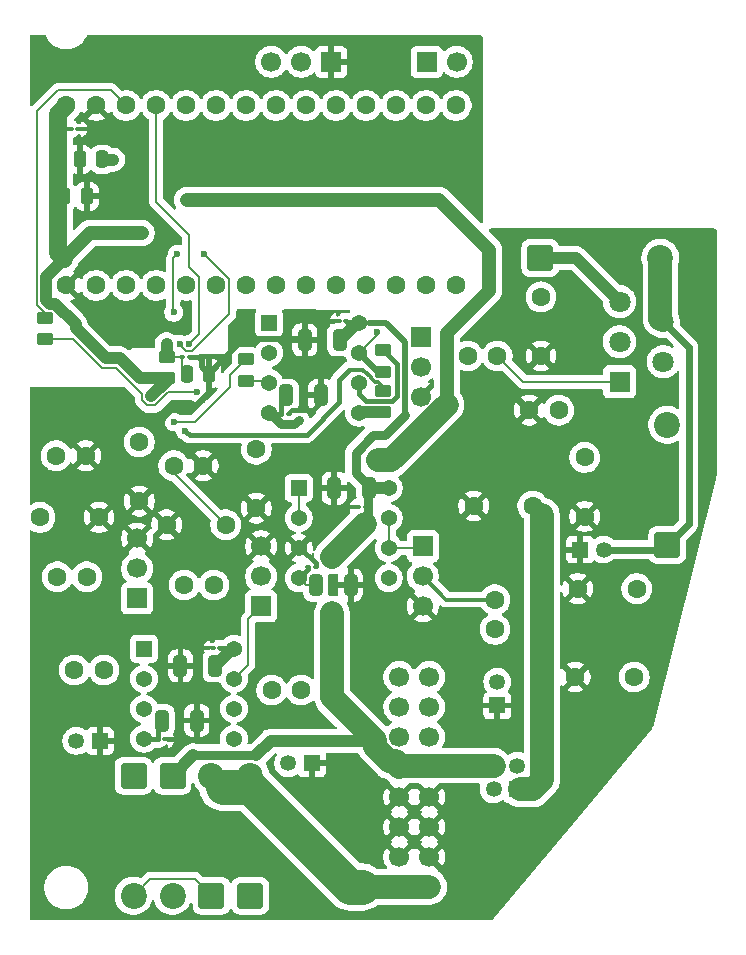
<source format=gbr>
%TF.GenerationSoftware,KiCad,Pcbnew,9.0.5-9.0.5~ubuntu24.04.1*%
%TF.CreationDate,2025-12-28T13:44:13+09:00*%
%TF.ProjectId,bdm-reverb,62646d2d-7265-4766-9572-622e6b696361,rev?*%
%TF.SameCoordinates,Original*%
%TF.FileFunction,Copper,L2,Bot*%
%TF.FilePolarity,Positive*%
%FSLAX46Y46*%
G04 Gerber Fmt 4.6, Leading zero omitted, Abs format (unit mm)*
G04 Created by KiCad (PCBNEW 9.0.5-9.0.5~ubuntu24.04.1) date 2025-12-28 13:44:13*
%MOMM*%
%LPD*%
G01*
G04 APERTURE LIST*
G04 Aperture macros list*
%AMRoundRect*
0 Rectangle with rounded corners*
0 $1 Rounding radius*
0 $2 $3 $4 $5 $6 $7 $8 $9 X,Y pos of 4 corners*
0 Add a 4 corners polygon primitive as box body*
4,1,4,$2,$3,$4,$5,$6,$7,$8,$9,$2,$3,0*
0 Add four circle primitives for the rounded corners*
1,1,$1+$1,$2,$3*
1,1,$1+$1,$4,$5*
1,1,$1+$1,$6,$7*
1,1,$1+$1,$8,$9*
0 Add four rect primitives between the rounded corners*
20,1,$1+$1,$2,$3,$4,$5,0*
20,1,$1+$1,$4,$5,$6,$7,0*
20,1,$1+$1,$6,$7,$8,$9,0*
20,1,$1+$1,$8,$9,$2,$3,0*%
G04 Aperture macros list end*
%TA.AperFunction,ComponentPad*%
%ADD10C,1.600000*%
%TD*%
%TA.AperFunction,ComponentPad*%
%ADD11R,1.350000X1.350000*%
%TD*%
%TA.AperFunction,ComponentPad*%
%ADD12C,1.350000*%
%TD*%
%TA.AperFunction,SMDPad,CuDef*%
%ADD13RoundRect,0.100000X0.130000X0.100000X-0.130000X0.100000X-0.130000X-0.100000X0.130000X-0.100000X0*%
%TD*%
%TA.AperFunction,ComponentPad*%
%ADD14R,1.700000X1.700000*%
%TD*%
%TA.AperFunction,ComponentPad*%
%ADD15C,1.700000*%
%TD*%
%TA.AperFunction,ComponentPad*%
%ADD16C,1.371600*%
%TD*%
%TA.AperFunction,ComponentPad*%
%ADD17R,1.371600X1.371600*%
%TD*%
%TA.AperFunction,ComponentPad*%
%ADD18RoundRect,0.249999X0.850001X-0.850001X0.850001X0.850001X-0.850001X0.850001X-0.850001X-0.850001X0*%
%TD*%
%TA.AperFunction,ComponentPad*%
%ADD19C,2.200000*%
%TD*%
%TA.AperFunction,ComponentPad*%
%ADD20RoundRect,0.249999X-0.850001X-0.850001X0.850001X-0.850001X0.850001X0.850001X-0.850001X0.850001X0*%
%TD*%
%TA.AperFunction,SMDPad,CuDef*%
%ADD21RoundRect,0.250000X0.325000X0.650000X-0.325000X0.650000X-0.325000X-0.650000X0.325000X-0.650000X0*%
%TD*%
%TA.AperFunction,ComponentPad*%
%ADD22RoundRect,0.249999X-0.850001X0.850001X-0.850001X-0.850001X0.850001X-0.850001X0.850001X0.850001X0*%
%TD*%
%TA.AperFunction,SMDPad,CuDef*%
%ADD23RoundRect,0.100000X-0.130000X-0.100000X0.130000X-0.100000X0.130000X0.100000X-0.130000X0.100000X0*%
%TD*%
%TA.AperFunction,SMDPad,CuDef*%
%ADD24RoundRect,0.250000X-0.325000X-0.650000X0.325000X-0.650000X0.325000X0.650000X-0.325000X0.650000X0*%
%TD*%
%TA.AperFunction,SMDPad,CuDef*%
%ADD25RoundRect,0.250000X-0.250000X-0.475000X0.250000X-0.475000X0.250000X0.475000X-0.250000X0.475000X0*%
%TD*%
%TA.AperFunction,SMDPad,CuDef*%
%ADD26RoundRect,0.250000X0.450000X-0.262500X0.450000X0.262500X-0.450000X0.262500X-0.450000X-0.262500X0*%
%TD*%
%TA.AperFunction,ComponentPad*%
%ADD27R,1.800000X1.800000*%
%TD*%
%TA.AperFunction,ComponentPad*%
%ADD28C,1.800000*%
%TD*%
%TA.AperFunction,SMDPad,CuDef*%
%ADD29RoundRect,0.250000X-0.450000X0.262500X-0.450000X-0.262500X0.450000X-0.262500X0.450000X0.262500X0*%
%TD*%
%TA.AperFunction,SMDPad,CuDef*%
%ADD30RoundRect,0.250000X0.250000X0.475000X-0.250000X0.475000X-0.250000X-0.475000X0.250000X-0.475000X0*%
%TD*%
%TA.AperFunction,ViaPad*%
%ADD31C,0.600000*%
%TD*%
%TA.AperFunction,Conductor*%
%ADD32C,0.400000*%
%TD*%
%TA.AperFunction,Conductor*%
%ADD33C,0.500000*%
%TD*%
%TA.AperFunction,Conductor*%
%ADD34C,0.350000*%
%TD*%
%TA.AperFunction,Conductor*%
%ADD35C,0.200000*%
%TD*%
%TA.AperFunction,Conductor*%
%ADD36C,1.000000*%
%TD*%
%TA.AperFunction,Conductor*%
%ADD37C,0.300000*%
%TD*%
%TA.AperFunction,Conductor*%
%ADD38C,1.500000*%
%TD*%
%TA.AperFunction,Conductor*%
%ADD39C,0.800000*%
%TD*%
%TA.AperFunction,Conductor*%
%ADD40C,2.000000*%
%TD*%
%TA.AperFunction,Conductor*%
%ADD41C,0.600000*%
%TD*%
%TA.AperFunction,Conductor*%
%ADD42C,1.200000*%
%TD*%
%TA.AperFunction,Conductor*%
%ADD43C,3.000000*%
%TD*%
G04 APERTURE END LIST*
D10*
%TO.P,C14,2*%
%TO.N,GND1*%
X206600000Y-80700000D03*
%TO.P,C14,1*%
%TO.N,Net-(VM4220M1-LIN-)*%
X211600000Y-80700000D03*
%TD*%
%TO.P,C9,2*%
%TO.N,GND1*%
X204300000Y-78700000D03*
%TO.P,C9,1*%
%TO.N,Net-(VM4220M1-RIN+)*%
X204300000Y-73700000D03*
%TD*%
D11*
%TO.P,J4,S*%
%TO.N,GND1*%
X241600000Y-82800000D03*
D12*
%TO.P,J4,T*%
%TO.N,Net-(D5-K)*%
X243600000Y-82800000D03*
%TD*%
D11*
%TO.P,J3,S*%
%TO.N,GND1*%
X234600000Y-96000000D03*
D12*
%TO.P,J3,T*%
%TO.N,Net-(C19-Pad1)*%
X234600000Y-94000000D03*
%TD*%
D11*
%TO.P,J2,S*%
%TO.N,GND1*%
X218900000Y-100900000D03*
D12*
%TO.P,J2,T*%
%TO.N,Net-(D3-A)*%
X216900000Y-100900000D03*
%TD*%
D10*
%TO.P,C5,2*%
%TO.N,Net-(U2A-+)*%
X201300000Y-93000000D03*
%TO.P,C5,1*%
%TO.N,Net-(D1-A)*%
X198800000Y-93000000D03*
%TD*%
%TO.P,C24,2*%
%TO.N,GND1*%
X237300000Y-71000000D03*
%TO.P,C24,1*%
%TO.N,Net-(C24-Pad1)*%
X239800000Y-71000000D03*
%TD*%
%TO.P,C22,1*%
%TO.N,Net-(D5-A)*%
X242000000Y-75000000D03*
%TO.P,C22,2*%
%TO.N,GND1*%
X242000000Y-80000000D03*
%TD*%
%TO.P,C20,2*%
%TO.N,GND1*%
X232600000Y-79100000D03*
%TO.P,C20,1*%
%TO.N,Net-(D5-A)*%
X237600000Y-79100000D03*
%TD*%
%TO.P,C23,2*%
%TO.N,Net-(C23-Pad2)*%
X232100000Y-66400000D03*
%TO.P,C23,1*%
%TO.N,Net-(U4-+)*%
X234600000Y-66400000D03*
%TD*%
D13*
%TO.P,C34,2*%
%TO.N,-12V*%
X218580000Y-84300000D03*
%TO.P,C34,1*%
%TO.N,GND1*%
X219220000Y-84300000D03*
%TD*%
%TO.P,C33,2*%
%TO.N,GND1*%
X222825000Y-79200000D03*
%TO.P,C33,1*%
%TO.N,+12V*%
X223465000Y-79200000D03*
%TD*%
D14*
%TO.P,J6,1,Pin_1*%
%TO.N,-12V*%
X226300000Y-111360000D03*
D15*
%TO.P,J6,2,Pin_2*%
X228840000Y-111360000D03*
%TO.P,J6,3,Pin_3*%
%TO.N,GND1*%
X226300000Y-108820000D03*
%TO.P,J6,4,Pin_4*%
X228840000Y-108820000D03*
%TO.P,J6,5,Pin_5*%
X226300000Y-106280000D03*
%TO.P,J6,6,Pin_6*%
X228840000Y-106280000D03*
%TO.P,J6,7,Pin_7*%
X226300000Y-103740000D03*
%TO.P,J6,8,Pin_8*%
X228840000Y-103740000D03*
%TO.P,J6,9,Pin_9*%
%TO.N,+12V*%
X226300000Y-101200000D03*
%TO.P,J6,10,Pin_10*%
X228840000Y-101200000D03*
%TO.P,J6,11,Pin_11*%
%TO.N,+5V*%
X226300000Y-98660000D03*
%TO.P,J6,12,Pin_12*%
X228840000Y-98660000D03*
%TO.P,J6,13,Pin_13*%
%TO.N,unconnected-(J6-Pin_13-Pad13)*%
X226300000Y-96120000D03*
%TO.P,J6,14,Pin_14*%
%TO.N,unconnected-(J6-Pin_14-Pad14)*%
X228840000Y-96120000D03*
%TO.P,J6,15,Pin_15*%
%TO.N,unconnected-(J6-Pin_15-Pad15)*%
X226300000Y-93580000D03*
%TO.P,J6,16,Pin_16*%
%TO.N,unconnected-(J6-Pin_16-Pad16)*%
X228840000Y-93580000D03*
%TD*%
D16*
%TO.P,U3,8,V+*%
%TO.N,+12V*%
X222900000Y-63600000D03*
%TO.P,U3,7*%
%TO.N,Net-(R4-Pad1)*%
X222900000Y-66140000D03*
%TO.P,U3,6,-*%
%TO.N,Net-(U3B--)*%
X222900000Y-68680000D03*
%TO.P,U3,5,+*%
%TO.N,Net-(U3B-+)*%
X222900000Y-71220000D03*
%TO.P,U3,4,V-*%
%TO.N,-12V*%
X215280000Y-71220000D03*
%TO.P,U3,3,+*%
%TO.N,Net-(U3A-+)*%
X215280000Y-68680000D03*
%TO.P,U3,2,-*%
%TO.N,Net-(U3A--)*%
X215280000Y-66140000D03*
D17*
%TO.P,U3,1*%
%TO.N,Net-(U5B-+)*%
X215280000Y-63600000D03*
%TD*%
D10*
%TO.P,C21,1*%
%TO.N,Net-(D6-K)*%
X246200000Y-93600000D03*
%TO.P,C21,2*%
%TO.N,GND1*%
X241200000Y-93600000D03*
%TD*%
D18*
%TO.P,D4,1,K*%
%TO.N,Net-(D3-A)*%
X213700000Y-112100000D03*
D19*
%TO.P,D4,2,A*%
%TO.N,-12V*%
X213700000Y-101940000D03*
%TD*%
D20*
%TO.P,D6,1,K*%
%TO.N,Net-(D6-K)*%
X238240000Y-58100000D03*
D19*
%TO.P,D6,2,A*%
%TO.N,Net-(D5-K)*%
X248400000Y-58100000D03*
%TD*%
D14*
%TO.P,RV4,1,1*%
%TO.N,Net-(R4-Pad1)*%
X228100000Y-64760000D03*
D15*
%TO.P,RV4,2,2*%
%TO.N,Net-(C23-Pad2)*%
X228100000Y-67300000D03*
%TO.P,RV4,3,3*%
%TO.N,GND1*%
X228100000Y-69840000D03*
%TD*%
D17*
%TO.P,U5,1*%
%TO.N,Net-(U5A--)*%
X217790000Y-77590000D03*
D16*
%TO.P,U5,2,-*%
X217790000Y-80130000D03*
%TO.P,U5,3,+*%
%TO.N,GND1*%
X217790000Y-82670000D03*
%TO.P,U5,4,V-*%
%TO.N,-12V*%
X217790000Y-85210000D03*
%TO.P,U5,5,+*%
%TO.N,Net-(U5B-+)*%
X225410000Y-85210000D03*
%TO.P,U5,6,-*%
%TO.N,Net-(U5B--)*%
X225410000Y-82670000D03*
%TO.P,U5,7*%
X225410000Y-80130000D03*
%TO.P,U5,8,V+*%
%TO.N,+12V*%
X225410000Y-77590000D03*
%TD*%
D21*
%TO.P,C36,1*%
%TO.N,GND1*%
X222175000Y-85800000D03*
%TO.P,C36,2*%
%TO.N,-12V*%
X219225000Y-85800000D03*
%TD*%
D14*
%TO.P,RV1,1,1*%
%TO.N,Net-(U2A--)*%
X204100000Y-86940000D03*
D15*
%TO.P,RV1,2,2*%
%TO.N,Net-(C7-Pad1)*%
X204100000Y-84400000D03*
%TO.P,RV1,3,3*%
%TO.N,GND1*%
X204100000Y-81860000D03*
%TD*%
D22*
%TO.P,D3,1,K*%
%TO.N,+12V*%
X207100000Y-101940000D03*
D19*
%TO.P,D3,2,A*%
%TO.N,Net-(D3-A)*%
X207100000Y-112100000D03*
%TD*%
D14*
%TO.P,RV2,1,1*%
%TO.N,Net-(U2B--)*%
X214600000Y-87600000D03*
D15*
%TO.P,RV2,2,2*%
%TO.N,Net-(C8-Pad1)*%
X214600000Y-85060000D03*
%TO.P,RV2,3,3*%
%TO.N,GND1*%
X214600000Y-82520000D03*
%TD*%
D14*
%TO.P,RV3,1,1*%
%TO.N,Net-(U5B--)*%
X228300000Y-82520000D03*
D15*
%TO.P,RV3,2,2*%
%TO.N,Net-(C19-Pad2)*%
X228300000Y-85060000D03*
%TO.P,RV3,3,3*%
%TO.N,GND1*%
X228300000Y-87600000D03*
%TD*%
D14*
%TO.P,D7,1,K*%
%TO.N,Net-(D7-K)*%
X228625000Y-41500000D03*
D15*
%TO.P,D7,2,A*%
%TO.N,Net-(D7-A)*%
X231165000Y-41500000D03*
%TD*%
D10*
%TO.P,C6,1*%
%TO.N,Net-(D3-A)*%
X218000000Y-94700000D03*
%TO.P,C6,2*%
%TO.N,Net-(U2B-+)*%
X215500000Y-94700000D03*
%TD*%
%TO.P,C19,1*%
%TO.N,Net-(C19-Pad1)*%
X234400000Y-89550000D03*
%TO.P,C19,2*%
%TO.N,Net-(C19-Pad2)*%
X234400000Y-87050000D03*
%TD*%
D18*
%TO.P,D2,1,K*%
%TO.N,Net-(D1-A)*%
X210400000Y-112100000D03*
D19*
%TO.P,D2,2,A*%
%TO.N,-12V*%
X210400000Y-101940000D03*
%TD*%
D10*
%TO.P,C7,1*%
%TO.N,Net-(C7-Pad1)*%
X199850000Y-85100000D03*
%TO.P,C7,2*%
%TO.N,Net-(C7-Pad2)*%
X197350000Y-85100000D03*
%TD*%
D21*
%TO.P,C35,1*%
%TO.N,+12V*%
X223750000Y-77600000D03*
%TO.P,C35,2*%
%TO.N,GND1*%
X220800000Y-77600000D03*
%TD*%
D10*
%TO.P,C25,1*%
%TO.N,Net-(D6-K)*%
X246400000Y-86100000D03*
%TO.P,C25,2*%
%TO.N,GND1*%
X241400000Y-86100000D03*
%TD*%
D22*
%TO.P,D1,1,K*%
%TO.N,+12V*%
X203800000Y-101940000D03*
D19*
%TO.P,D1,2,A*%
%TO.N,Net-(D1-A)*%
X203800000Y-112100000D03*
%TD*%
D11*
%TO.P,J1,S*%
%TO.N,GND1*%
X200950000Y-99000000D03*
D12*
%TO.P,J1,T*%
%TO.N,Net-(D1-A)*%
X198950000Y-99000000D03*
%TD*%
D14*
%TO.P,RV5,1,1*%
%TO.N,GND2*%
X220540000Y-41500000D03*
D15*
%TO.P,RV5,2,2*%
%TO.N,Net-(U1-14_A0_TX3_SPDIF_OUT)*%
X218000000Y-41500000D03*
%TO.P,RV5,3,3*%
%TO.N,Net-(VM4220M1-VL)*%
X215460000Y-41500000D03*
%TD*%
D17*
%TO.P,U2,1*%
%TO.N,Net-(U2A--)*%
X204680000Y-91200000D03*
D16*
%TO.P,U2,2,-*%
X204680000Y-93740000D03*
%TO.P,U2,3,+*%
%TO.N,Net-(U2A-+)*%
X204680000Y-96280000D03*
%TO.P,U2,4,V-*%
%TO.N,+12V*%
X204680000Y-98820000D03*
%TO.P,U2,5,+*%
%TO.N,Net-(U2B-+)*%
X212300000Y-98820000D03*
%TO.P,U2,6,-*%
%TO.N,Net-(U2B--)*%
X212300000Y-96280000D03*
%TO.P,U2,7*%
X212300000Y-93740000D03*
%TO.P,U2,8,V+*%
%TO.N,-12V*%
X212300000Y-91200000D03*
%TD*%
D10*
%TO.P,C10,1*%
%TO.N,Net-(VM4220M1-LIN+)*%
X214200000Y-74300000D03*
%TO.P,C10,2*%
%TO.N,GND1*%
X214200000Y-79300000D03*
%TD*%
%TO.P,C8,1*%
%TO.N,Net-(C8-Pad1)*%
X210600000Y-85800000D03*
%TO.P,C8,2*%
%TO.N,Net-(C8-Pad2)*%
X208100000Y-85800000D03*
%TD*%
%TO.P,C26,1*%
%TO.N,Net-(C26-Pad1)*%
X238300000Y-61400000D03*
%TO.P,C26,2*%
%TO.N,GND1*%
X238300000Y-66400000D03*
%TD*%
%TO.P,U1,1,GND*%
%TO.N,GND2*%
X198100000Y-60440000D03*
%TO.P,U1,2,0_RX1_CRX2_CS1*%
%TO.N,unconnected-(U1-0_RX1_CRX2_CS1-Pad2)*%
X200640000Y-60440000D03*
%TO.P,U1,3,1_TX1_CTX2_MISO1*%
%TO.N,unconnected-(U1-1_TX1_CTX2_MISO1-Pad3)*%
X203180000Y-60440000D03*
%TO.P,U1,4,2_OUT2*%
%TO.N,unconnected-(U1-2_OUT2-Pad4)*%
X205720000Y-60440000D03*
%TO.P,U1,5,3_LRCLK2*%
%TO.N,unconnected-(U1-3_LRCLK2-Pad5)*%
X208260000Y-60440000D03*
%TO.P,U1,6,4_BCLK2*%
%TO.N,unconnected-(U1-4_BCLK2-Pad6)*%
X210800000Y-60440000D03*
%TO.P,U1,7,5_IN2*%
%TO.N,unconnected-(U1-5_IN2-Pad7)*%
X213340000Y-60440000D03*
%TO.P,U1,8,6_OUT1D*%
%TO.N,unconnected-(U1-6_OUT1D-Pad8)*%
X215880000Y-60440000D03*
%TO.P,U1,9,7_RX2_OUT1A*%
%TO.N,Net-(U1-7_RX2_OUT1A)*%
X218420000Y-60440000D03*
%TO.P,U1,10,8_TX2_IN1*%
%TO.N,Net-(U1-8_TX2_IN1)*%
X220960000Y-60440000D03*
%TO.P,U1,11,9_OUT1C*%
%TO.N,unconnected-(U1-9_OUT1C-Pad11)*%
X223500000Y-60440000D03*
%TO.P,U1,12,10_CS_MQSR*%
%TO.N,unconnected-(U1-10_CS_MQSR-Pad12)*%
X226040000Y-60440000D03*
%TO.P,U1,13,11_MOSI_CTX1*%
%TO.N,unconnected-(U1-11_MOSI_CTX1-Pad13)*%
X228580000Y-60440000D03*
%TO.P,U1,14,12_MISO_MQSL*%
%TO.N,unconnected-(U1-12_MISO_MQSL-Pad14)*%
X231120000Y-60440000D03*
%TO.P,U1,20,13_SCK_CRX1_LED*%
%TO.N,Net-(D7-A)*%
X231120000Y-45200000D03*
%TO.P,U1,21,14_A0_TX3_SPDIF_OUT*%
%TO.N,Net-(U1-14_A0_TX3_SPDIF_OUT)*%
X228580000Y-45200000D03*
%TO.P,U1,22,15_A1_RX3_SPDIF_IN*%
%TO.N,unconnected-(U1-15_A1_RX3_SPDIF_IN-Pad22)*%
X226040000Y-45200000D03*
%TO.P,U1,23,16_A2_RX4_SCL1*%
%TO.N,unconnected-(U1-16_A2_RX4_SCL1-Pad23)*%
X223500000Y-45200000D03*
%TO.P,U1,24,17_A3_TX4_SDA1*%
%TO.N,unconnected-(U1-17_A3_TX4_SDA1-Pad24)*%
X220960000Y-45200000D03*
%TO.P,U1,25,18_A4_SDA0*%
%TO.N,unconnected-(U1-18_A4_SDA0-Pad25)*%
X218420000Y-45200000D03*
%TO.P,U1,26,19_A5_SCL0*%
%TO.N,unconnected-(U1-19_A5_SCL0-Pad26)*%
X215880000Y-45200000D03*
%TO.P,U1,27,20_A6_TX5_LRCLK1*%
%TO.N,Net-(U1-20_A6_TX5_LRCLK1)*%
X213340000Y-45200000D03*
%TO.P,U1,28,21_A7_RX5_BCLK1*%
%TO.N,Net-(U1-21_A7_RX5_BCLK1)*%
X210800000Y-45200000D03*
%TO.P,U1,29,22_A8_CTX1*%
%TO.N,unconnected-(U1-22_A8_CTX1-Pad29)*%
X208260000Y-45200000D03*
%TO.P,U1,30,23_A9_CRX1_MCLK1*%
%TO.N,Net-(U1-23_A9_CRX1_MCLK1)*%
X205720000Y-45200000D03*
%TO.P,U1,31,3V3*%
%TO.N,Net-(VM4220M1-VL)*%
X203180000Y-45200000D03*
%TO.P,U1,32,GND*%
%TO.N,GND2*%
X200640000Y-45200000D03*
%TO.P,U1,33,VIN*%
%TO.N,+5V*%
X198100000Y-45200000D03*
%TD*%
D11*
%TO.P,SW1,1,1*%
%TO.N,Net-(D5-A)*%
X236300000Y-103100000D03*
D12*
%TO.P,SW1,2,2*%
%TO.N,-12V*%
X234300000Y-103100000D03*
%TO.P,SW1,3,3*%
%TO.N,Net-(D6-K)*%
X236300000Y-101100000D03*
%TO.P,SW1,4,4*%
%TO.N,+12V*%
X234300000Y-101100000D03*
%TD*%
D21*
%TO.P,C4,1*%
%TO.N,GND1*%
X209150000Y-97275000D03*
%TO.P,C4,2*%
%TO.N,+12V*%
X206200000Y-97275000D03*
%TD*%
D10*
%TO.P,C11,1*%
%TO.N,Net-(VM4220M1-RIN-)*%
X197250000Y-74850000D03*
%TO.P,C11,2*%
%TO.N,GND1*%
X199750000Y-74850000D03*
%TD*%
D23*
%TO.P,C16,1*%
%TO.N,GND1*%
X221160000Y-63475000D03*
%TO.P,C16,2*%
%TO.N,+12V*%
X221800000Y-63475000D03*
%TD*%
D10*
%TO.P,C13,1*%
%TO.N,Net-(VM4220M1-LIN-)*%
X207200000Y-75700000D03*
%TO.P,C13,2*%
%TO.N,GND1*%
X209700000Y-75700000D03*
%TD*%
D23*
%TO.P,C31,1*%
%TO.N,Net-(VM4220M1-VD)*%
X207925000Y-66500000D03*
%TO.P,C31,2*%
%TO.N,GND1*%
X208565000Y-66500000D03*
%TD*%
%TO.P,C29,1*%
%TO.N,+5V*%
X198480000Y-47200000D03*
%TO.P,C29,2*%
%TO.N,GND2*%
X199120000Y-47200000D03*
%TD*%
D24*
%TO.P,C17,1*%
%TO.N,-12V*%
X216725000Y-69750000D03*
%TO.P,C17,2*%
%TO.N,GND1*%
X219675000Y-69750000D03*
%TD*%
D25*
%TO.P,C32,1*%
%TO.N,Net-(VM4220M1-VD)*%
X208300000Y-67900000D03*
%TO.P,C32,2*%
%TO.N,GND1*%
X210200000Y-67900000D03*
%TD*%
D13*
%TO.P,C3,1*%
%TO.N,GND1*%
X206500000Y-98875000D03*
%TO.P,C3,2*%
%TO.N,+12V*%
X205860000Y-98875000D03*
%TD*%
D26*
%TO.P,R4,1*%
%TO.N,Net-(R4-Pad1)*%
X224925000Y-67737500D03*
%TO.P,R4,2*%
%TO.N,Net-(U3B--)*%
X224925000Y-65912500D03*
%TD*%
D10*
%TO.P,C12,1*%
%TO.N,Net-(VM4220M1-RIN-)*%
X195875000Y-80075000D03*
%TO.P,C12,2*%
%TO.N,GND1*%
X200875000Y-80075000D03*
%TD*%
D24*
%TO.P,C18,1*%
%TO.N,GND1*%
X218300000Y-65050000D03*
%TO.P,C18,2*%
%TO.N,+12V*%
X221250000Y-65050000D03*
%TD*%
D27*
%TO.P,U4,1,+*%
%TO.N,Net-(U4-+)*%
X244950000Y-68600000D03*
D28*
%TO.P,U4,2,-*%
%TO.N,Net-(U4--)*%
X248650000Y-66900000D03*
%TO.P,U4,3,-Vs*%
%TO.N,Net-(D5-A)*%
X244950000Y-65200000D03*
%TO.P,U4,4*%
%TO.N,Net-(D5-K)*%
X248650000Y-63500000D03*
%TO.P,U4,5,+Vs*%
%TO.N,Net-(D6-K)*%
X244950000Y-61800000D03*
%TD*%
D13*
%TO.P,C1,1*%
%TO.N,-12V*%
X211140000Y-91125000D03*
%TO.P,C1,2*%
%TO.N,GND1*%
X210500000Y-91125000D03*
%TD*%
D29*
%TO.P,R9,1*%
%TO.N,Net-(VM4220M1-LOUT+)*%
X224925000Y-69337500D03*
%TO.P,R9,2*%
%TO.N,Net-(U3B-+)*%
X224925000Y-71162500D03*
%TD*%
D30*
%TO.P,C28,1*%
%TO.N,Net-(VM4220M1-VL)*%
X201150000Y-49750000D03*
%TO.P,C28,2*%
%TO.N,GND2*%
X199250000Y-49750000D03*
%TD*%
D26*
%TO.P,R18,1*%
%TO.N,+5V*%
X206600000Y-68312500D03*
%TO.P,R18,2*%
%TO.N,Net-(VM4220M1-VD)*%
X206600000Y-66487500D03*
%TD*%
D21*
%TO.P,C2,1*%
%TO.N,-12V*%
X210725000Y-92650000D03*
%TO.P,C2,2*%
%TO.N,GND1*%
X207775000Y-92650000D03*
%TD*%
D29*
%TO.P,R17,1*%
%TO.N,Net-(VM4220M1-VL)*%
X196300000Y-63187500D03*
%TO.P,R17,2*%
%TO.N,Net-(VM4220M1-RSTN)*%
X196300000Y-65012500D03*
%TD*%
D23*
%TO.P,C15,1*%
%TO.N,-12V*%
X216310000Y-71300000D03*
%TO.P,C15,2*%
%TO.N,GND1*%
X216950000Y-71300000D03*
%TD*%
D25*
%TO.P,C30,1*%
%TO.N,+5V*%
X197950000Y-52900000D03*
%TO.P,C30,2*%
%TO.N,GND2*%
X199850000Y-52900000D03*
%TD*%
D29*
%TO.P,R8,1*%
%TO.N,Net-(VM4220M1-ROUT+)*%
X213350000Y-66662500D03*
%TO.P,R8,2*%
%TO.N,Net-(U3A-+)*%
X213350000Y-68487500D03*
%TD*%
D18*
%TO.P,D5,1,K*%
%TO.N,Net-(D5-K)*%
X249000000Y-82400000D03*
D19*
%TO.P,D5,2,A*%
%TO.N,Net-(D5-A)*%
X249000000Y-72240000D03*
%TD*%
D31*
%TO.N,GND2*%
X205895000Y-63024265D03*
%TO.N,GND1*%
X210200000Y-69000000D03*
X206000000Y-72000000D03*
X244400000Y-78600000D03*
X196000000Y-71000000D03*
X200800000Y-102200000D03*
X221200000Y-105000000D03*
X240600000Y-64400000D03*
%TO.N,+12V*%
X220600000Y-83400000D03*
X220600000Y-88200000D03*
%TO.N,GND2*%
X229200000Y-48800000D03*
X217400000Y-49000000D03*
X204000000Y-52400000D03*
%TO.N,Net-(R4-Pad1)*%
X224400000Y-64400000D03*
%TO.N,+5V*%
X204500000Y-56000000D03*
X208400000Y-53200000D03*
X224500000Y-75200000D03*
%TO.N,-12V*%
X217800000Y-71800000D03*
%TO.N,Net-(VM4220M1-VL)*%
X202080000Y-49800000D03*
%TO.N,+5V*%
X205300000Y-69800000D03*
%TO.N,Net-(VM4220M1-VD)*%
X206600000Y-65400000D03*
%TO.N,Net-(VM4220M1-ROUT+)*%
X207225000Y-72000000D03*
%TO.N,Net-(VM4220M1-LOUT+)*%
X208194402Y-72727607D03*
%TO.N,Net-(VM4220M1-RSTN)*%
X209200000Y-69500000D03*
%TO.N,Net-(U1-21_A7_RX5_BCLK1)*%
X207500000Y-57800000D03*
X207200000Y-62700000D03*
%TO.N,Net-(U1-23_A9_CRX1_MCLK1)*%
X208500000Y-65400000D03*
%TO.N,Net-(U1-20_A6_TX5_LRCLK1)*%
X207700000Y-65400000D03*
X209800000Y-57800000D03*
%TD*%
D32*
%TO.N,GND1*%
X219220000Y-84100000D02*
X219220000Y-83960000D01*
X219220000Y-83960000D02*
X217930000Y-82670000D01*
X217930000Y-82670000D02*
X217790000Y-82670000D01*
D33*
X210200000Y-67900000D02*
X213096800Y-65003200D01*
X213096800Y-65003200D02*
X218253200Y-65003200D01*
X218253200Y-65003200D02*
X218300000Y-65050000D01*
X210200000Y-69000000D02*
X210200000Y-69562075D01*
D34*
X216950000Y-71300000D02*
X217250000Y-71000000D01*
X217250000Y-71000000D02*
X217400000Y-71000000D01*
D32*
X217400000Y-71000000D02*
X219000000Y-71000000D01*
X219000000Y-71000000D02*
X219675000Y-70325000D01*
D35*
X219675000Y-70325000D02*
X219675000Y-69750000D01*
%TO.N,Net-(VM4220M1-ROUT+)*%
X213350000Y-66662500D02*
X212000000Y-68012500D01*
X212000000Y-68012500D02*
X212000000Y-69000000D01*
X212000000Y-69000000D02*
X209000000Y-72000000D01*
X209000000Y-72000000D02*
X207225000Y-72000000D01*
D33*
%TO.N,GND1*%
X209162075Y-70600000D02*
X207400000Y-70600000D01*
X210200000Y-69562075D02*
X209162075Y-70600000D01*
X210200000Y-67900000D02*
X210200000Y-69000000D01*
X207400000Y-70600000D02*
X206000000Y-72000000D01*
D36*
%TO.N,-12V*%
X210725000Y-92650000D02*
X212175000Y-91200000D01*
D35*
X212175000Y-91200000D02*
X212300000Y-91200000D01*
D37*
%TO.N,+5V*%
X198480000Y-47200000D02*
X197400000Y-47200000D01*
D38*
X197400000Y-57700000D02*
X197400000Y-47200000D01*
X197900000Y-58200000D02*
X197400000Y-57700000D01*
X197400000Y-47200000D02*
X197400000Y-45900000D01*
X197400000Y-45900000D02*
X197900000Y-45400000D01*
D32*
%TO.N,-12V*%
X211140000Y-91125000D02*
X212225000Y-91125000D01*
D35*
X212225000Y-91125000D02*
X212300000Y-91200000D01*
%TO.N,Net-(U1-20_A6_TX5_LRCLK1)*%
X209800000Y-57800000D02*
X211901000Y-59901000D01*
X211901000Y-59901000D02*
X211901000Y-62848943D01*
X211901000Y-62848943D02*
X208749943Y-66000000D01*
X208749943Y-66000000D02*
X208250057Y-66000000D01*
X208250057Y-66000000D02*
X207700000Y-65449943D01*
X207700000Y-65449943D02*
X207700000Y-65400000D01*
D33*
%TO.N,GND1*%
X209600000Y-67300000D02*
X209600000Y-66500000D01*
X210200000Y-67900000D02*
X209600000Y-67300000D01*
D35*
X219220000Y-84300000D02*
X219220000Y-84100000D01*
D37*
%TO.N,Net-(VM4220M1-LOUT+)*%
X224925000Y-69337500D02*
X224925000Y-69025000D01*
X224925000Y-69025000D02*
X224501000Y-68601000D01*
X224501000Y-68601000D02*
X224219130Y-68601000D01*
X223329457Y-67643200D02*
X223261330Y-67643200D01*
X224219130Y-68601000D02*
X223874000Y-68255870D01*
X223874000Y-68255870D02*
X223874000Y-68187743D01*
X223874000Y-68187743D02*
X223329457Y-67643200D01*
X223193130Y-67575000D02*
X222075000Y-67575000D01*
X223261330Y-67643200D02*
X223193130Y-67575000D01*
D32*
X222075000Y-67575000D02*
X221200000Y-68450000D01*
X221200000Y-68450000D02*
X221200000Y-70325000D01*
X221200000Y-70325000D02*
X218450000Y-73075000D01*
X218450000Y-73075000D02*
X208541795Y-73075000D01*
X208541795Y-73075000D02*
X208194402Y-72727607D01*
D36*
%TO.N,+12V*%
X214200000Y-100200000D02*
X215400000Y-99000000D01*
X215400000Y-99000000D02*
X224300000Y-99000000D01*
D39*
X214200000Y-100200000D02*
X208840000Y-100200000D01*
D36*
X208840000Y-100200000D02*
X207100000Y-101940000D01*
D35*
X226400000Y-101100000D02*
X224300000Y-99000000D01*
D39*
X223665000Y-77810000D02*
X223665000Y-80335000D01*
D35*
X223665000Y-80335000D02*
X223400000Y-80600000D01*
D40*
X220600000Y-83400000D02*
X223400000Y-80600000D01*
X226300000Y-101200000D02*
X226300000Y-101000000D01*
X226300000Y-101000000D02*
X226011000Y-100711000D01*
X226011000Y-100711000D02*
X225450447Y-100711000D01*
X225450447Y-100711000D02*
X224249000Y-99509553D01*
X224249000Y-99509553D02*
X224249000Y-98949000D01*
X224249000Y-98949000D02*
X220600000Y-95300000D01*
X220600000Y-95300000D02*
X220600000Y-88200000D01*
D35*
X223665000Y-77810000D02*
X223875000Y-77600000D01*
%TO.N,Net-(R4-Pad1)*%
X224400000Y-64400000D02*
X224400000Y-64640000D01*
X224400000Y-64640000D02*
X222900000Y-66140000D01*
D33*
%TO.N,+12V*%
X223700000Y-63600000D02*
X225200000Y-63600000D01*
X225200000Y-63600000D02*
X226800000Y-65200000D01*
X226800000Y-65200000D02*
X226800000Y-71400000D01*
D35*
%TO.N,Net-(R4-Pad1)*%
X224925000Y-67737500D02*
X224497500Y-67737500D01*
%TO.N,-12V*%
X218580000Y-84300000D02*
X218580000Y-84420000D01*
D32*
X218580000Y-84420000D02*
X217790000Y-85210000D01*
D36*
%TO.N,Net-(D6-K)*%
X244950000Y-61800000D02*
X241250000Y-58100000D01*
X241250000Y-58100000D02*
X238240000Y-58100000D01*
D35*
%TO.N,Net-(D5-K)*%
X249000000Y-82400000D02*
X248600000Y-82800000D01*
D41*
X248600000Y-82800000D02*
X243600000Y-82800000D01*
X249000000Y-82400000D02*
X250800000Y-80600000D01*
X250800000Y-65650000D02*
X248650000Y-63500000D01*
X250800000Y-80600000D02*
X250800000Y-65650000D01*
D40*
X248400000Y-58100000D02*
X248400000Y-63250000D01*
D35*
X248400000Y-63250000D02*
X248650000Y-63500000D01*
D33*
%TO.N,+12V*%
X222900000Y-63600000D02*
X221925000Y-63600000D01*
D35*
X221925000Y-63600000D02*
X221800000Y-63475000D01*
D39*
X224100000Y-73100000D02*
X222600000Y-74600000D01*
X225100000Y-73100000D02*
X224100000Y-73100000D01*
X226800000Y-71400000D02*
X225100000Y-73100000D01*
X222600000Y-74600000D02*
X222600000Y-76325000D01*
X222600000Y-76325000D02*
X223875000Y-77600000D01*
D35*
X225410000Y-77590000D02*
X225410000Y-78130000D01*
D36*
X225410000Y-77590000D02*
X223885000Y-77590000D01*
D35*
X223885000Y-77590000D02*
X223875000Y-77600000D01*
D39*
%TO.N,-12V*%
X217800000Y-71800000D02*
X217400000Y-72200000D01*
X217400000Y-72200000D02*
X216260000Y-72200000D01*
X216260000Y-72200000D02*
X215280000Y-71220000D01*
D42*
%TO.N,+5V*%
X204500000Y-56000000D02*
X200100000Y-56000000D01*
X200100000Y-56000000D02*
X197900000Y-58200000D01*
X208400000Y-53200000D02*
X229700000Y-53200000D01*
X208300000Y-53200000D02*
X208400000Y-53200000D01*
X229700000Y-53200000D02*
X233900000Y-57400000D01*
X233900000Y-60900000D02*
X230300000Y-64500000D01*
X233900000Y-57400000D02*
X233900000Y-60900000D01*
X230300000Y-64500000D02*
X230300000Y-70000000D01*
D40*
X225640553Y-75200000D02*
X224500000Y-75200000D01*
X230300000Y-70540553D02*
X225640553Y-75200000D01*
D37*
%TO.N,Net-(C19-Pad2)*%
X228300000Y-85060000D02*
X230290000Y-87050000D01*
X230290000Y-87050000D02*
X234400000Y-87050000D01*
D35*
%TO.N,Net-(U5B--)*%
X225410000Y-82670000D02*
X228150000Y-82670000D01*
X228150000Y-82670000D02*
X228300000Y-82520000D01*
X225410000Y-80130000D02*
X225410000Y-82670000D01*
%TO.N,Net-(U5A--)*%
X217790000Y-77590000D02*
X217790000Y-80130000D01*
%TO.N,-12V*%
X219225000Y-85800000D02*
X218380000Y-85800000D01*
X218380000Y-85800000D02*
X217790000Y-85210000D01*
D43*
X223120000Y-111360000D02*
X222160000Y-111360000D01*
X222160000Y-111360000D02*
X213700000Y-102900000D01*
X213700000Y-102900000D02*
X211360000Y-102900000D01*
D40*
X228840000Y-111360000D02*
X223120000Y-111360000D01*
D32*
%TO.N,+12V*%
X205860000Y-98875000D02*
X204735000Y-98875000D01*
D35*
X204735000Y-98875000D02*
X204680000Y-98820000D01*
X206200000Y-97275000D02*
X205860000Y-97615000D01*
D32*
X205860000Y-97615000D02*
X205860000Y-98875000D01*
D35*
%TO.N,Net-(D1-A)*%
X210400000Y-112100000D02*
X208999000Y-110699000D01*
X208999000Y-110699000D02*
X205201000Y-110699000D01*
X205201000Y-110699000D02*
X203800000Y-112100000D01*
D40*
%TO.N,+12V*%
X234300000Y-101100000D02*
X226400000Y-101100000D01*
D35*
X226400000Y-101100000D02*
X226300000Y-101200000D01*
X226180000Y-101300000D02*
X226160000Y-101280000D01*
%TO.N,Net-(D5-A)*%
X236500000Y-103100000D02*
X236300000Y-103100000D01*
%TO.N,Net-(U4-+)*%
X234600000Y-66400000D02*
X236800000Y-68600000D01*
X236800000Y-68600000D02*
X244950000Y-68600000D01*
D32*
%TO.N,Net-(U3B--)*%
X224925000Y-65912500D02*
X226125000Y-67112500D01*
X223500133Y-70250000D02*
X222900000Y-69649867D01*
X226125000Y-67112500D02*
X226125000Y-69825000D01*
X226125000Y-69825000D02*
X225700000Y-70250000D01*
X225700000Y-70250000D02*
X223500133Y-70250000D01*
X222900000Y-69649867D02*
X222900000Y-68680000D01*
D35*
%TO.N,Net-(VM4220M1-LOUT+)*%
X208194402Y-72880598D02*
X208194402Y-72727607D01*
%TO.N,-12V*%
X215360000Y-71300000D02*
X215280000Y-71220000D01*
D32*
X216310000Y-70165000D02*
X216310000Y-71300000D01*
X216310000Y-71300000D02*
X215360000Y-71300000D01*
D35*
X216725000Y-69750000D02*
X216310000Y-70165000D01*
%TO.N,+12V*%
X221250000Y-65050000D02*
X221800000Y-64500000D01*
X222800000Y-63500000D02*
X222900000Y-63600000D01*
X222700000Y-63600000D02*
X222900000Y-63600000D01*
D36*
X221250000Y-65050000D02*
X222700000Y-63600000D01*
D35*
%TO.N,Net-(VM4220M1-LIN-)*%
X207200000Y-76300000D02*
X207200000Y-75700000D01*
X211600000Y-80700000D02*
X207200000Y-76300000D01*
%TO.N,Net-(VM4220M1-VL)*%
X195600000Y-62100000D02*
X196300000Y-62800000D01*
X201450000Y-49800000D02*
X201400000Y-49750000D01*
X197402000Y-43899000D02*
X195600000Y-45701000D01*
X195600000Y-45701000D02*
X195600000Y-62100000D01*
X203180000Y-45200000D02*
X201879000Y-43899000D01*
D36*
X202080000Y-49800000D02*
X201450000Y-49800000D01*
D35*
X201879000Y-43899000D02*
X197402000Y-43899000D01*
D36*
%TO.N,+5V*%
X198900000Y-64050000D02*
X198900000Y-63723156D01*
X202631785Y-66599000D02*
X201449000Y-66599000D01*
X206600000Y-68312500D02*
X204345286Y-68312500D01*
X196401000Y-59699000D02*
X197900000Y-58200000D01*
X197900000Y-45400000D02*
X198100000Y-45200000D01*
X201449000Y-66599000D02*
X198900000Y-64050000D01*
X198900000Y-63723156D02*
X197150844Y-61974000D01*
D35*
X206600000Y-68312500D02*
X206600000Y-68500000D01*
D36*
X206600000Y-68500000D02*
X205300000Y-69800000D01*
X197150844Y-61974000D02*
X196724000Y-61974000D01*
X196401000Y-61651000D02*
X196401000Y-59699000D01*
X196724000Y-61974000D02*
X196401000Y-61651000D01*
X204345286Y-68312500D02*
X202631785Y-66599000D01*
D35*
%TO.N,Net-(VM4220M1-VD)*%
X207925000Y-67525000D02*
X208300000Y-67900000D01*
X206612500Y-66500000D02*
X206600000Y-66487500D01*
X207925000Y-66500000D02*
X207925000Y-67525000D01*
X207925000Y-66500000D02*
X206612500Y-66500000D01*
X206600000Y-65400000D02*
X206600000Y-65300000D01*
X206912500Y-66800000D02*
X206600000Y-66487500D01*
D36*
X206600000Y-66487500D02*
X206600000Y-65400000D01*
D41*
%TO.N,Net-(R4-Pad1)*%
X224497500Y-67737500D02*
X222900000Y-66140000D01*
D35*
%TO.N,Net-(U3B-+)*%
X222957500Y-71162500D02*
X222900000Y-71220000D01*
%TO.N,Net-(U3A-+)*%
X213350000Y-68487500D02*
X215087500Y-68487500D01*
X215087500Y-68487500D02*
X215280000Y-68680000D01*
%TO.N,Net-(VM4220M1-LOUT+)*%
X224925000Y-69337500D02*
X224925000Y-69309454D01*
%TO.N,Net-(VM4220M1-RSTN)*%
X202300000Y-67400000D02*
X204499000Y-69599000D01*
X204499000Y-70131786D02*
X204968214Y-70601000D01*
X204499000Y-69599000D02*
X204499000Y-70131786D01*
X206732786Y-69500000D02*
X209200000Y-69500000D01*
X196300000Y-65012500D02*
X198712500Y-65012500D01*
X205631786Y-70601000D02*
X206732786Y-69500000D01*
X201100000Y-67400000D02*
X202300000Y-67400000D01*
X204968214Y-70601000D02*
X205631786Y-70601000D01*
X198712500Y-65012500D02*
X201100000Y-67400000D01*
%TO.N,Net-(U2B--)*%
X213499000Y-88701000D02*
X213499000Y-92541000D01*
X213499000Y-92541000D02*
X212300000Y-93740000D01*
X214600000Y-87600000D02*
X213499000Y-88701000D01*
%TO.N,Net-(U1-21_A7_RX5_BCLK1)*%
X207500000Y-57800000D02*
X207159000Y-58141000D01*
X207200000Y-62700000D02*
X207159000Y-62659000D01*
X207159000Y-58141000D02*
X207159000Y-62659000D01*
%TO.N,Net-(U1-23_A9_CRX1_MCLK1)*%
X208525000Y-58850000D02*
X209361000Y-59686000D01*
X208500000Y-65400000D02*
X208400000Y-65500000D01*
X208525000Y-56150000D02*
X208525000Y-58850000D01*
X205720000Y-45200000D02*
X205720000Y-53345000D01*
X209361000Y-59686000D02*
X209361000Y-64539000D01*
X205720000Y-53345000D02*
X208525000Y-56150000D01*
X209361000Y-64539000D02*
X208500000Y-65400000D01*
%TO.N,Net-(U1-20_A6_TX5_LRCLK1)*%
X209800000Y-57800000D02*
X209900000Y-57700000D01*
D36*
%TO.N,Net-(U3B-+)*%
X224925000Y-71162500D02*
X222957500Y-71162500D01*
D32*
%TO.N,GND1*%
X209600000Y-66500000D02*
X208565000Y-66500000D01*
D35*
%TO.N,Net-(D5-A)*%
X237600000Y-79100000D02*
X238399999Y-79899999D01*
D40*
X238399999Y-79899999D02*
X238399999Y-102300001D01*
X238399999Y-102300001D02*
X237600000Y-103100000D01*
X237600000Y-103100000D02*
X236500000Y-103100000D01*
%TD*%
%TA.AperFunction,Conductor*%
%TO.N,GND1*%
G36*
X253015677Y-55619685D02*
G01*
X253036319Y-55636319D01*
X253163681Y-55763681D01*
X253197166Y-55825004D01*
X253200000Y-55851362D01*
X253200000Y-76392258D01*
X253199037Y-76407682D01*
X253151595Y-76786129D01*
X253148721Y-76801313D01*
X247852769Y-97592829D01*
X247843111Y-97618476D01*
X247678588Y-97941662D01*
X247663533Y-97964561D01*
X241000000Y-106000000D01*
X234345334Y-114024742D01*
X234302615Y-114057818D01*
X234163833Y-114123024D01*
X234025049Y-114188230D01*
X233972321Y-114200000D01*
X195124500Y-114200000D01*
X195057461Y-114180315D01*
X195011706Y-114127511D01*
X195000500Y-114076000D01*
X195000500Y-111278711D01*
X196249500Y-111278711D01*
X196249500Y-111521288D01*
X196281161Y-111761785D01*
X196343947Y-111996104D01*
X196406216Y-112146433D01*
X196436776Y-112220212D01*
X196558064Y-112430289D01*
X196558066Y-112430292D01*
X196558067Y-112430293D01*
X196705733Y-112622736D01*
X196705739Y-112622743D01*
X196877256Y-112794260D01*
X196877262Y-112794265D01*
X197069711Y-112941936D01*
X197279788Y-113063224D01*
X197503900Y-113156054D01*
X197738211Y-113218838D01*
X197918586Y-113242584D01*
X197978711Y-113250500D01*
X197978712Y-113250500D01*
X198221289Y-113250500D01*
X198269388Y-113244167D01*
X198461789Y-113218838D01*
X198696100Y-113156054D01*
X198920212Y-113063224D01*
X199130289Y-112941936D01*
X199322738Y-112794265D01*
X199494265Y-112622738D01*
X199641936Y-112430289D01*
X199763224Y-112220212D01*
X199856054Y-111996100D01*
X199861966Y-111974038D01*
X202199500Y-111974038D01*
X202199500Y-112225961D01*
X202238910Y-112474785D01*
X202316760Y-112714383D01*
X202357463Y-112794266D01*
X202431129Y-112938844D01*
X202431132Y-112938848D01*
X202579201Y-113142649D01*
X202579205Y-113142654D01*
X202757345Y-113320794D01*
X202757350Y-113320798D01*
X202935117Y-113449952D01*
X202961155Y-113468870D01*
X203104184Y-113541747D01*
X203185616Y-113583239D01*
X203185618Y-113583239D01*
X203185621Y-113583241D01*
X203425215Y-113661090D01*
X203674038Y-113700500D01*
X203674039Y-113700500D01*
X203925961Y-113700500D01*
X203925962Y-113700500D01*
X204174785Y-113661090D01*
X204414379Y-113583241D01*
X204638845Y-113468870D01*
X204842656Y-113320793D01*
X205020793Y-113142656D01*
X205168870Y-112938845D01*
X205283241Y-112714379D01*
X205332069Y-112564101D01*
X205371507Y-112506427D01*
X205435866Y-112479229D01*
X205504712Y-112491144D01*
X205556188Y-112538388D01*
X205567931Y-112564102D01*
X205616760Y-112714383D01*
X205657463Y-112794266D01*
X205731129Y-112938844D01*
X205731132Y-112938848D01*
X205879201Y-113142649D01*
X205879205Y-113142654D01*
X206057345Y-113320794D01*
X206057350Y-113320798D01*
X206235117Y-113449952D01*
X206261155Y-113468870D01*
X206404184Y-113541747D01*
X206485616Y-113583239D01*
X206485618Y-113583239D01*
X206485621Y-113583241D01*
X206725215Y-113661090D01*
X206974038Y-113700500D01*
X206974039Y-113700500D01*
X207225961Y-113700500D01*
X207225962Y-113700500D01*
X207474785Y-113661090D01*
X207714379Y-113583241D01*
X207938845Y-113468870D01*
X208142656Y-113320793D01*
X208320793Y-113142656D01*
X208468870Y-112938845D01*
X208565015Y-112750148D01*
X208612989Y-112699353D01*
X208680810Y-112682558D01*
X208746945Y-112705095D01*
X208790397Y-112759810D01*
X208799500Y-112806444D01*
X208799500Y-113000017D01*
X208810000Y-113102796D01*
X208861561Y-113258397D01*
X208865186Y-113269335D01*
X208957288Y-113418656D01*
X209081344Y-113542712D01*
X209230665Y-113634814D01*
X209397202Y-113689999D01*
X209499990Y-113700500D01*
X209499995Y-113700500D01*
X211300005Y-113700500D01*
X211300010Y-113700500D01*
X211402798Y-113689999D01*
X211569335Y-113634814D01*
X211718656Y-113542712D01*
X211842712Y-113418656D01*
X211934814Y-113269335D01*
X211934818Y-113269320D01*
X211937615Y-113263326D01*
X211983785Y-113210885D01*
X212050977Y-113191729D01*
X212117859Y-113211941D01*
X212162385Y-113263326D01*
X212165183Y-113269327D01*
X212165186Y-113269335D01*
X212257288Y-113418656D01*
X212381344Y-113542712D01*
X212530665Y-113634814D01*
X212697202Y-113689999D01*
X212799990Y-113700500D01*
X212799995Y-113700500D01*
X214600005Y-113700500D01*
X214600010Y-113700500D01*
X214702798Y-113689999D01*
X214869335Y-113634814D01*
X215018656Y-113542712D01*
X215142712Y-113418656D01*
X215234814Y-113269335D01*
X215289999Y-113102798D01*
X215300500Y-113000010D01*
X215300500Y-111199990D01*
X215289999Y-111097202D01*
X215234814Y-110930665D01*
X215142712Y-110781344D01*
X215018656Y-110657288D01*
X214922681Y-110598090D01*
X214869337Y-110565187D01*
X214869332Y-110565185D01*
X214867863Y-110564698D01*
X214702798Y-110510001D01*
X214702796Y-110510000D01*
X214600017Y-110499500D01*
X214600010Y-110499500D01*
X212799990Y-110499500D01*
X212799982Y-110499500D01*
X212697203Y-110510000D01*
X212697202Y-110510001D01*
X212614669Y-110537349D01*
X212530667Y-110565185D01*
X212530662Y-110565187D01*
X212381342Y-110657289D01*
X212257289Y-110781342D01*
X212165183Y-110930669D01*
X212162383Y-110936676D01*
X212116212Y-110989116D01*
X212049019Y-111008270D01*
X211982138Y-110988056D01*
X211937617Y-110936676D01*
X211934816Y-110930669D01*
X211903073Y-110879205D01*
X211842712Y-110781344D01*
X211718656Y-110657288D01*
X211622681Y-110598090D01*
X211569337Y-110565187D01*
X211569332Y-110565185D01*
X211567863Y-110564698D01*
X211402798Y-110510001D01*
X211402796Y-110510000D01*
X211300017Y-110499500D01*
X211300010Y-110499500D01*
X209700097Y-110499500D01*
X209670656Y-110490855D01*
X209640670Y-110484332D01*
X209635654Y-110480577D01*
X209633058Y-110479815D01*
X209612416Y-110463181D01*
X209486590Y-110337355D01*
X209486588Y-110337352D01*
X209367717Y-110218481D01*
X209367712Y-110218477D01*
X209253355Y-110152454D01*
X209230785Y-110139423D01*
X209078057Y-110098499D01*
X208919943Y-110098499D01*
X208912347Y-110098499D01*
X208912331Y-110098500D01*
X205121942Y-110098500D01*
X204969213Y-110139423D01*
X204946645Y-110152454D01*
X204946644Y-110152454D01*
X204832287Y-110218477D01*
X204832282Y-110218481D01*
X204720478Y-110330286D01*
X204482923Y-110567840D01*
X204421600Y-110601325D01*
X204356924Y-110598090D01*
X204174787Y-110538910D01*
X203992256Y-110510000D01*
X203925962Y-110499500D01*
X203674038Y-110499500D01*
X203607738Y-110510001D01*
X203425214Y-110538910D01*
X203185616Y-110616760D01*
X202961151Y-110731132D01*
X202757350Y-110879201D01*
X202757345Y-110879205D01*
X202579205Y-111057345D01*
X202579201Y-111057350D01*
X202431132Y-111261151D01*
X202316760Y-111485616D01*
X202238910Y-111725214D01*
X202199500Y-111974038D01*
X199861966Y-111974038D01*
X199918838Y-111761789D01*
X199950500Y-111521288D01*
X199950500Y-111278712D01*
X199918838Y-111038211D01*
X199856054Y-110803900D01*
X199847814Y-110784008D01*
X199844195Y-110775269D01*
X199763224Y-110579788D01*
X199641936Y-110369711D01*
X199581018Y-110290321D01*
X199494266Y-110177263D01*
X199494260Y-110177256D01*
X199322743Y-110005739D01*
X199322736Y-110005733D01*
X199130293Y-109858067D01*
X199130292Y-109858066D01*
X199130289Y-109858064D01*
X198920212Y-109736776D01*
X198920205Y-109736773D01*
X198696104Y-109643947D01*
X198463860Y-109581717D01*
X198461789Y-109581162D01*
X198461788Y-109581161D01*
X198461785Y-109581161D01*
X198221289Y-109549500D01*
X198221288Y-109549500D01*
X197978712Y-109549500D01*
X197978711Y-109549500D01*
X197738214Y-109581161D01*
X197503895Y-109643947D01*
X197279794Y-109736773D01*
X197279785Y-109736777D01*
X197069706Y-109858067D01*
X196877263Y-110005733D01*
X196877256Y-110005739D01*
X196705739Y-110177256D01*
X196705733Y-110177263D01*
X196558067Y-110369706D01*
X196436777Y-110579785D01*
X196436773Y-110579794D01*
X196343947Y-110803895D01*
X196281161Y-111038214D01*
X196249500Y-111278711D01*
X195000500Y-111278711D01*
X195000500Y-98907486D01*
X197774500Y-98907486D01*
X197774500Y-99092514D01*
X197775336Y-99097793D01*
X197803445Y-99275265D01*
X197860619Y-99451232D01*
X197860620Y-99451235D01*
X197923937Y-99575499D01*
X197944622Y-99616096D01*
X198053379Y-99765787D01*
X198184213Y-99896621D01*
X198333904Y-100005378D01*
X198414763Y-100046577D01*
X198498764Y-100089379D01*
X198498767Y-100089380D01*
X198514901Y-100094622D01*
X198674736Y-100146555D01*
X198857486Y-100175500D01*
X198857487Y-100175500D01*
X199042513Y-100175500D01*
X199042514Y-100175500D01*
X199225264Y-100146555D01*
X199401235Y-100089379D01*
X199566096Y-100005378D01*
X199682013Y-99921158D01*
X199747816Y-99897680D01*
X199815870Y-99913505D01*
X199854162Y-99947166D01*
X199917812Y-100032190D01*
X200032906Y-100118350D01*
X200032913Y-100118354D01*
X200167620Y-100168596D01*
X200167627Y-100168598D01*
X200227155Y-100174999D01*
X200227172Y-100175000D01*
X200700000Y-100175000D01*
X200700000Y-99315686D01*
X200704394Y-99320080D01*
X200795606Y-99372741D01*
X200897339Y-99400000D01*
X201002661Y-99400000D01*
X201104394Y-99372741D01*
X201195606Y-99320080D01*
X201200000Y-99315686D01*
X201200000Y-100175000D01*
X201672828Y-100175000D01*
X201672844Y-100174999D01*
X201732372Y-100168598D01*
X201732379Y-100168596D01*
X201867086Y-100118354D01*
X201867093Y-100118350D01*
X201982187Y-100032190D01*
X201982190Y-100032187D01*
X202068350Y-99917093D01*
X202068354Y-99917086D01*
X202118596Y-99782379D01*
X202118598Y-99782372D01*
X202124999Y-99722844D01*
X202125000Y-99722827D01*
X202125000Y-99250000D01*
X201265686Y-99250000D01*
X201270080Y-99245606D01*
X201322741Y-99154394D01*
X201350000Y-99052661D01*
X201350000Y-98947339D01*
X201322741Y-98845606D01*
X201270080Y-98754394D01*
X201265686Y-98750000D01*
X202125000Y-98750000D01*
X202125000Y-98277172D01*
X202124999Y-98277155D01*
X202118598Y-98217627D01*
X202118596Y-98217620D01*
X202068354Y-98082913D01*
X202068350Y-98082906D01*
X201982190Y-97967812D01*
X201982187Y-97967809D01*
X201867093Y-97881649D01*
X201867086Y-97881645D01*
X201732379Y-97831403D01*
X201732372Y-97831401D01*
X201672844Y-97825000D01*
X201200000Y-97825000D01*
X201200000Y-98684314D01*
X201195606Y-98679920D01*
X201104394Y-98627259D01*
X201002661Y-98600000D01*
X200897339Y-98600000D01*
X200795606Y-98627259D01*
X200704394Y-98679920D01*
X200700000Y-98684314D01*
X200700000Y-97825000D01*
X200227155Y-97825000D01*
X200167627Y-97831401D01*
X200167620Y-97831403D01*
X200032913Y-97881645D01*
X200032906Y-97881649D01*
X199917813Y-97967809D01*
X199854164Y-98052833D01*
X199798230Y-98094704D01*
X199728538Y-98099688D01*
X199682013Y-98078841D01*
X199566096Y-97994622D01*
X199401235Y-97910620D01*
X199401232Y-97910619D01*
X199225265Y-97853445D01*
X199086097Y-97831403D01*
X199042514Y-97824500D01*
X198857486Y-97824500D01*
X198813915Y-97831401D01*
X198674734Y-97853445D01*
X198498767Y-97910619D01*
X198498764Y-97910620D01*
X198333903Y-97994622D01*
X198248499Y-98056672D01*
X198184213Y-98103379D01*
X198184211Y-98103381D01*
X198184210Y-98103381D01*
X198053381Y-98234210D01*
X198053381Y-98234211D01*
X198053379Y-98234213D01*
X198006672Y-98298499D01*
X197944622Y-98383903D01*
X197860620Y-98548764D01*
X197860619Y-98548767D01*
X197803445Y-98724734D01*
X197796864Y-98766286D01*
X197774500Y-98907486D01*
X195000500Y-98907486D01*
X195000500Y-92897648D01*
X197499500Y-92897648D01*
X197499500Y-93102351D01*
X197531522Y-93304534D01*
X197594781Y-93499223D01*
X197646131Y-93600001D01*
X197669893Y-93646637D01*
X197687715Y-93681613D01*
X197808028Y-93847213D01*
X197952786Y-93991971D01*
X198100403Y-94099219D01*
X198118390Y-94112287D01*
X198234607Y-94171503D01*
X198300776Y-94205218D01*
X198300778Y-94205218D01*
X198300781Y-94205220D01*
X198371688Y-94228259D01*
X198495465Y-94268477D01*
X198562258Y-94279056D01*
X198697648Y-94300500D01*
X198697649Y-94300500D01*
X198902351Y-94300500D01*
X198902352Y-94300500D01*
X199104534Y-94268477D01*
X199299219Y-94205220D01*
X199481610Y-94112287D01*
X199581787Y-94039505D01*
X199647213Y-93991971D01*
X199647215Y-93991968D01*
X199647219Y-93991966D01*
X199791966Y-93847219D01*
X199791968Y-93847215D01*
X199791971Y-93847213D01*
X199859407Y-93754394D01*
X199912287Y-93681610D01*
X199939515Y-93628171D01*
X199987490Y-93577376D01*
X200055311Y-93560581D01*
X200121446Y-93583118D01*
X200160484Y-93628171D01*
X200169893Y-93646637D01*
X200187715Y-93681613D01*
X200308028Y-93847213D01*
X200452786Y-93991971D01*
X200600403Y-94099219D01*
X200618390Y-94112287D01*
X200734607Y-94171503D01*
X200800776Y-94205218D01*
X200800778Y-94205218D01*
X200800781Y-94205220D01*
X200871688Y-94228259D01*
X200995465Y-94268477D01*
X201062258Y-94279056D01*
X201197648Y-94300500D01*
X201197649Y-94300500D01*
X201402351Y-94300500D01*
X201402352Y-94300500D01*
X201604534Y-94268477D01*
X201799219Y-94205220D01*
X201981610Y-94112287D01*
X202081787Y-94039505D01*
X202147213Y-93991971D01*
X202147215Y-93991968D01*
X202147219Y-93991966D01*
X202291966Y-93847219D01*
X202291968Y-93847215D01*
X202291971Y-93847213D01*
X202359407Y-93754394D01*
X202412287Y-93681610D01*
X202505220Y-93499219D01*
X202568477Y-93304534D01*
X202600500Y-93102352D01*
X202600500Y-92897648D01*
X202568477Y-92695466D01*
X202543974Y-92620055D01*
X202511635Y-92520524D01*
X202505220Y-92500781D01*
X202505218Y-92500778D01*
X202505218Y-92500776D01*
X202456918Y-92405983D01*
X202412287Y-92318390D01*
X202393306Y-92292265D01*
X202291971Y-92152786D01*
X202147213Y-92008028D01*
X201981613Y-91887715D01*
X201981612Y-91887714D01*
X201981610Y-91887713D01*
X201902105Y-91847203D01*
X201799223Y-91794781D01*
X201604534Y-91731522D01*
X201429995Y-91703878D01*
X201402352Y-91699500D01*
X201197648Y-91699500D01*
X201173329Y-91703351D01*
X200995465Y-91731522D01*
X200800776Y-91794781D01*
X200618386Y-91887715D01*
X200452786Y-92008028D01*
X200308028Y-92152786D01*
X200187713Y-92318388D01*
X200160484Y-92371828D01*
X200112510Y-92422623D01*
X200044688Y-92439418D01*
X199978554Y-92416880D01*
X199939516Y-92371828D01*
X199912286Y-92318388D01*
X199791971Y-92152786D01*
X199647213Y-92008028D01*
X199481613Y-91887715D01*
X199481612Y-91887714D01*
X199481610Y-91887713D01*
X199402105Y-91847203D01*
X199299223Y-91794781D01*
X199104534Y-91731522D01*
X198929995Y-91703878D01*
X198902352Y-91699500D01*
X198697648Y-91699500D01*
X198673329Y-91703351D01*
X198495465Y-91731522D01*
X198300776Y-91794781D01*
X198118386Y-91887715D01*
X197952786Y-92008028D01*
X197808028Y-92152786D01*
X197687715Y-92318386D01*
X197594781Y-92500776D01*
X197531522Y-92695465D01*
X197499500Y-92897648D01*
X195000500Y-92897648D01*
X195000500Y-90466335D01*
X203493700Y-90466335D01*
X203493700Y-91933670D01*
X203493701Y-91933676D01*
X203500108Y-91993283D01*
X203550402Y-92128128D01*
X203550406Y-92128135D01*
X203636652Y-92243344D01*
X203636655Y-92243347D01*
X203751864Y-92329593D01*
X203751871Y-92329597D01*
X203886717Y-92379891D01*
X203886716Y-92379891D01*
X203893644Y-92380635D01*
X203946327Y-92386300D01*
X204224412Y-92386299D01*
X204291449Y-92405983D01*
X204337204Y-92458787D01*
X204347148Y-92527946D01*
X204318123Y-92591501D01*
X204262730Y-92628229D01*
X204224618Y-92640612D01*
X204058242Y-92725385D01*
X203907176Y-92835142D01*
X203775142Y-92967176D01*
X203665385Y-93118242D01*
X203580614Y-93284616D01*
X203522910Y-93462210D01*
X203498025Y-93619331D01*
X203493700Y-93646636D01*
X203493700Y-93833364D01*
X203496775Y-93852781D01*
X203517687Y-93984814D01*
X203522911Y-94017793D01*
X203580613Y-94195381D01*
X203665385Y-94361757D01*
X203775141Y-94512822D01*
X203907178Y-94644859D01*
X204058243Y-94754615D01*
X204224619Y-94839387D01*
X204386758Y-94892069D01*
X204444434Y-94931507D01*
X204471632Y-94995865D01*
X204459717Y-95064712D01*
X204412473Y-95116187D01*
X204386760Y-95127929D01*
X204240355Y-95175500D01*
X204224616Y-95180614D01*
X204058242Y-95265385D01*
X203907176Y-95375142D01*
X203775142Y-95507176D01*
X203665385Y-95658242D01*
X203580614Y-95824616D01*
X203522910Y-96002210D01*
X203493700Y-96186636D01*
X203493700Y-96373363D01*
X203509371Y-96472309D01*
X203522911Y-96557793D01*
X203580613Y-96735381D01*
X203665385Y-96901757D01*
X203775141Y-97052822D01*
X203907178Y-97184859D01*
X204058243Y-97294615D01*
X204224619Y-97379387D01*
X204386758Y-97432069D01*
X204444434Y-97471507D01*
X204471632Y-97535865D01*
X204459717Y-97604712D01*
X204412473Y-97656187D01*
X204386760Y-97667929D01*
X204235502Y-97717077D01*
X204224616Y-97720614D01*
X204058242Y-97805385D01*
X203907176Y-97915142D01*
X203775142Y-98047176D01*
X203665385Y-98198242D01*
X203580614Y-98364616D01*
X203522910Y-98542210D01*
X203493700Y-98726636D01*
X203493700Y-98913363D01*
X203522074Y-99092513D01*
X203522911Y-99097793D01*
X203580613Y-99275381D01*
X203665385Y-99441757D01*
X203775141Y-99592822D01*
X203907178Y-99724859D01*
X204058243Y-99834615D01*
X204224619Y-99919387D01*
X204402207Y-99977089D01*
X204586636Y-100006300D01*
X204586637Y-100006300D01*
X204773363Y-100006300D01*
X204773364Y-100006300D01*
X204957793Y-99977089D01*
X205135381Y-99919387D01*
X205301757Y-99834615D01*
X205452822Y-99724859D01*
X205565862Y-99611819D01*
X205627185Y-99578334D01*
X205653543Y-99575500D01*
X205933806Y-99575500D01*
X205933818Y-99575499D01*
X206029360Y-99575499D01*
X206146762Y-99560044D01*
X206153914Y-99557081D01*
X206170636Y-99555682D01*
X206189151Y-99559476D01*
X206205183Y-99559476D01*
X206205312Y-99558495D01*
X206212763Y-99559476D01*
X206213072Y-99559476D01*
X206213370Y-99559555D01*
X206300000Y-99570961D01*
X206300000Y-99555192D01*
X206308547Y-99526083D01*
X206314827Y-99496393D01*
X206318549Y-99492019D01*
X206319685Y-99488153D01*
X206335815Y-99468017D01*
X206341775Y-99461987D01*
X206418282Y-99403282D01*
X206482358Y-99319775D01*
X206487815Y-99314256D01*
X206511859Y-99300947D01*
X206534052Y-99284742D01*
X206541989Y-99284269D01*
X206548945Y-99280419D01*
X206576363Y-99282221D01*
X206603798Y-99280587D01*
X206610731Y-99284480D01*
X206618664Y-99285002D01*
X206640755Y-99301342D01*
X206664718Y-99314799D01*
X206668445Y-99321822D01*
X206674837Y-99326550D01*
X206684588Y-99352240D01*
X206697471Y-99376516D01*
X206698810Y-99389710D01*
X206699631Y-99391873D01*
X206699224Y-99393793D01*
X206700000Y-99401431D01*
X206700000Y-99570959D01*
X206700001Y-99570960D01*
X206786627Y-99559557D01*
X206786633Y-99559555D01*
X206932585Y-99499100D01*
X207057924Y-99402924D01*
X207154100Y-99277586D01*
X207214555Y-99131631D01*
X207222012Y-99075000D01*
X206714500Y-99075000D01*
X206705814Y-99072449D01*
X206696854Y-99073738D01*
X206672815Y-99062759D01*
X206647461Y-99055315D01*
X206641533Y-99048473D01*
X206633298Y-99044713D01*
X206619009Y-99022479D01*
X206601706Y-99002511D01*
X206599418Y-98991997D01*
X206595523Y-98985936D01*
X206590500Y-98951001D01*
X206590499Y-98799001D01*
X206610183Y-98731961D01*
X206662987Y-98686206D01*
X206714499Y-98675000D01*
X207222010Y-98675000D01*
X207222011Y-98674998D01*
X207214557Y-98618372D01*
X207214555Y-98618366D01*
X207154099Y-98472410D01*
X207150035Y-98465371D01*
X207153443Y-98463403D01*
X207134079Y-98416179D01*
X207146729Y-98347464D01*
X207151869Y-98338276D01*
X207209814Y-98244334D01*
X207264999Y-98077797D01*
X207275500Y-97975009D01*
X207275500Y-97974986D01*
X208075001Y-97974986D01*
X208085494Y-98077697D01*
X208140641Y-98244119D01*
X208140643Y-98244124D01*
X208232684Y-98393345D01*
X208356654Y-98517315D01*
X208505875Y-98609356D01*
X208505880Y-98609358D01*
X208672302Y-98664505D01*
X208672309Y-98664506D01*
X208775019Y-98674999D01*
X208899999Y-98674999D01*
X209400000Y-98674999D01*
X209524972Y-98674999D01*
X209524986Y-98674998D01*
X209627697Y-98664505D01*
X209794119Y-98609358D01*
X209794124Y-98609356D01*
X209943345Y-98517315D01*
X210067315Y-98393345D01*
X210159356Y-98244124D01*
X210159358Y-98244119D01*
X210214505Y-98077697D01*
X210214506Y-98077690D01*
X210224999Y-97974986D01*
X210225000Y-97974973D01*
X210225000Y-97525000D01*
X209400000Y-97525000D01*
X209400000Y-98674999D01*
X208899999Y-98674999D01*
X208900000Y-98674998D01*
X208900000Y-97525000D01*
X208075001Y-97525000D01*
X208075001Y-97974986D01*
X207275500Y-97974986D01*
X207275499Y-97184859D01*
X207275499Y-96575013D01*
X208075000Y-96575013D01*
X208075000Y-97025000D01*
X208900000Y-97025000D01*
X209400000Y-97025000D01*
X210224999Y-97025000D01*
X210224999Y-96575028D01*
X210224998Y-96575013D01*
X210214505Y-96472302D01*
X210159358Y-96305880D01*
X210159356Y-96305875D01*
X210067315Y-96156654D01*
X209943345Y-96032684D01*
X209794124Y-95940643D01*
X209794119Y-95940641D01*
X209627697Y-95885494D01*
X209627690Y-95885493D01*
X209524986Y-95875000D01*
X209400000Y-95875000D01*
X209400000Y-97025000D01*
X208900000Y-97025000D01*
X208900000Y-95875000D01*
X208775027Y-95875000D01*
X208775012Y-95875001D01*
X208672302Y-95885494D01*
X208505880Y-95940641D01*
X208505875Y-95940643D01*
X208356654Y-96032684D01*
X208232684Y-96156654D01*
X208140643Y-96305875D01*
X208140641Y-96305880D01*
X208085494Y-96472302D01*
X208085493Y-96472309D01*
X208075000Y-96575013D01*
X207275499Y-96575013D01*
X207275499Y-96574998D01*
X207275498Y-96574981D01*
X207264999Y-96472203D01*
X207264998Y-96472200D01*
X207232247Y-96373364D01*
X207209814Y-96305666D01*
X207117712Y-96156344D01*
X206993656Y-96032288D01*
X206844334Y-95940186D01*
X206677797Y-95885001D01*
X206677795Y-95885000D01*
X206575016Y-95874500D01*
X205880790Y-95874500D01*
X205813751Y-95854815D01*
X205770305Y-95806794D01*
X205694616Y-95658244D01*
X205632906Y-95573309D01*
X205584859Y-95507178D01*
X205452822Y-95375141D01*
X205301757Y-95265385D01*
X205135381Y-95180613D01*
X204973239Y-95127929D01*
X204915566Y-95088494D01*
X204888367Y-95024135D01*
X204900282Y-94955289D01*
X204947526Y-94903813D01*
X204973236Y-94892071D01*
X205135381Y-94839387D01*
X205301757Y-94754615D01*
X205452822Y-94644859D01*
X205584859Y-94512822D01*
X205694615Y-94361757D01*
X205779387Y-94195381D01*
X205837089Y-94017793D01*
X205866300Y-93833364D01*
X205866300Y-93646636D01*
X205837089Y-93462207D01*
X205800626Y-93349986D01*
X206700001Y-93349986D01*
X206710494Y-93452697D01*
X206765641Y-93619119D01*
X206765643Y-93619124D01*
X206857684Y-93768345D01*
X206981654Y-93892315D01*
X207130875Y-93984356D01*
X207130880Y-93984358D01*
X207297302Y-94039505D01*
X207297309Y-94039506D01*
X207400019Y-94049999D01*
X207524999Y-94049999D01*
X208025000Y-94049999D01*
X208149972Y-94049999D01*
X208149986Y-94049998D01*
X208252697Y-94039505D01*
X208419119Y-93984358D01*
X208419124Y-93984356D01*
X208568345Y-93892315D01*
X208692315Y-93768345D01*
X208784356Y-93619124D01*
X208784358Y-93619119D01*
X208839505Y-93452697D01*
X208839506Y-93452690D01*
X208849999Y-93349986D01*
X208850000Y-93349973D01*
X208850000Y-92900000D01*
X208025000Y-92900000D01*
X208025000Y-94049999D01*
X207524999Y-94049999D01*
X207525000Y-94049998D01*
X207525000Y-92900000D01*
X206700001Y-92900000D01*
X206700001Y-93349986D01*
X205800626Y-93349986D01*
X205779387Y-93284619D01*
X205694615Y-93118243D01*
X205584859Y-92967178D01*
X205452822Y-92835141D01*
X205301757Y-92725385D01*
X205135381Y-92640613D01*
X205097267Y-92628229D01*
X205039593Y-92588793D01*
X205012395Y-92524434D01*
X205024310Y-92455588D01*
X205071554Y-92404112D01*
X205135586Y-92386299D01*
X205413672Y-92386299D01*
X205473283Y-92379891D01*
X205608131Y-92329596D01*
X205723346Y-92243346D01*
X205809596Y-92128131D01*
X205859891Y-91993283D01*
X205864543Y-91950013D01*
X206700000Y-91950013D01*
X206700000Y-92400000D01*
X207525000Y-92400000D01*
X208025000Y-92400000D01*
X208849999Y-92400000D01*
X208849999Y-91950028D01*
X208849998Y-91950013D01*
X208839505Y-91847302D01*
X208784358Y-91680880D01*
X208784356Y-91680875D01*
X208692315Y-91531654D01*
X208568345Y-91407684D01*
X208419124Y-91315643D01*
X208419119Y-91315641D01*
X208252697Y-91260494D01*
X208252690Y-91260493D01*
X208149986Y-91250000D01*
X208025000Y-91250000D01*
X208025000Y-92400000D01*
X207525000Y-92400000D01*
X207525000Y-91250000D01*
X207400027Y-91250000D01*
X207400012Y-91250001D01*
X207297302Y-91260494D01*
X207130880Y-91315641D01*
X207130875Y-91315643D01*
X206981654Y-91407684D01*
X206857684Y-91531654D01*
X206765643Y-91680875D01*
X206765641Y-91680880D01*
X206710494Y-91847302D01*
X206710493Y-91847309D01*
X206700000Y-91950013D01*
X205864543Y-91950013D01*
X205866300Y-91933673D01*
X205866299Y-90466328D01*
X205859891Y-90406717D01*
X205856348Y-90397219D01*
X205809597Y-90271871D01*
X205809593Y-90271864D01*
X205723347Y-90156655D01*
X205723344Y-90156652D01*
X205608135Y-90070406D01*
X205608128Y-90070402D01*
X205473282Y-90020108D01*
X205473283Y-90020108D01*
X205413683Y-90013701D01*
X205413681Y-90013700D01*
X205413673Y-90013700D01*
X205413664Y-90013700D01*
X203946329Y-90013700D01*
X203946323Y-90013701D01*
X203886716Y-90020108D01*
X203751871Y-90070402D01*
X203751864Y-90070406D01*
X203636655Y-90156652D01*
X203636652Y-90156655D01*
X203550406Y-90271864D01*
X203550402Y-90271871D01*
X203500108Y-90406717D01*
X203493701Y-90466316D01*
X203493701Y-90466323D01*
X203493700Y-90466335D01*
X195000500Y-90466335D01*
X195000500Y-84997648D01*
X196049500Y-84997648D01*
X196049500Y-85202351D01*
X196081522Y-85404534D01*
X196144781Y-85599223D01*
X196208691Y-85724653D01*
X196237668Y-85781522D01*
X196237715Y-85781613D01*
X196358028Y-85947213D01*
X196502786Y-86091971D01*
X196655305Y-86202780D01*
X196668390Y-86212287D01*
X196784607Y-86271503D01*
X196850776Y-86305218D01*
X196850778Y-86305218D01*
X196850781Y-86305220D01*
X196944241Y-86335587D01*
X197045465Y-86368477D01*
X197137904Y-86383118D01*
X197247648Y-86400500D01*
X197247649Y-86400500D01*
X197452351Y-86400500D01*
X197452352Y-86400500D01*
X197654534Y-86368477D01*
X197849219Y-86305220D01*
X198031610Y-86212287D01*
X198124590Y-86144732D01*
X198197213Y-86091971D01*
X198197215Y-86091968D01*
X198197219Y-86091966D01*
X198341966Y-85947219D01*
X198341968Y-85947215D01*
X198341971Y-85947213D01*
X198414291Y-85847671D01*
X198462287Y-85781610D01*
X198489515Y-85728171D01*
X198537490Y-85677376D01*
X198605311Y-85660581D01*
X198671446Y-85683118D01*
X198710484Y-85728171D01*
X198737668Y-85781522D01*
X198737715Y-85781613D01*
X198858028Y-85947213D01*
X199002786Y-86091971D01*
X199155305Y-86202780D01*
X199168390Y-86212287D01*
X199284607Y-86271503D01*
X199350776Y-86305218D01*
X199350778Y-86305218D01*
X199350781Y-86305220D01*
X199444241Y-86335587D01*
X199545465Y-86368477D01*
X199637904Y-86383118D01*
X199747648Y-86400500D01*
X199747649Y-86400500D01*
X199952351Y-86400500D01*
X199952352Y-86400500D01*
X200154534Y-86368477D01*
X200349219Y-86305220D01*
X200531610Y-86212287D01*
X200624590Y-86144732D01*
X200697213Y-86091971D01*
X200697215Y-86091968D01*
X200697219Y-86091966D01*
X200841966Y-85947219D01*
X200841968Y-85947215D01*
X200841971Y-85947213D01*
X200914291Y-85847671D01*
X200962287Y-85781610D01*
X201055220Y-85599219D01*
X201118477Y-85404534D01*
X201150500Y-85202352D01*
X201150500Y-84997648D01*
X201143394Y-84952781D01*
X201118477Y-84795465D01*
X201055218Y-84600776D01*
X201007072Y-84506286D01*
X200962287Y-84418390D01*
X200871705Y-84293713D01*
X202749500Y-84293713D01*
X202749500Y-84506287D01*
X202755091Y-84541585D01*
X202778235Y-84687715D01*
X202782754Y-84716243D01*
X202845292Y-84908715D01*
X202848444Y-84918414D01*
X202944951Y-85107820D01*
X203069890Y-85279786D01*
X203183430Y-85393326D01*
X203216915Y-85454649D01*
X203211931Y-85524341D01*
X203170059Y-85580274D01*
X203139083Y-85597189D01*
X203007669Y-85646203D01*
X203007664Y-85646206D01*
X202892455Y-85732452D01*
X202892452Y-85732455D01*
X202806206Y-85847664D01*
X202806202Y-85847671D01*
X202755908Y-85982517D01*
X202749501Y-86042116D01*
X202749501Y-86042123D01*
X202749500Y-86042135D01*
X202749500Y-87837870D01*
X202749501Y-87837876D01*
X202755908Y-87897483D01*
X202806202Y-88032328D01*
X202806206Y-88032335D01*
X202892452Y-88147544D01*
X202892455Y-88147547D01*
X203007664Y-88233793D01*
X203007671Y-88233797D01*
X203142517Y-88284091D01*
X203142516Y-88284091D01*
X203149444Y-88284835D01*
X203202127Y-88290500D01*
X204997872Y-88290499D01*
X205057483Y-88284091D01*
X205192331Y-88233796D01*
X205307546Y-88147546D01*
X205393796Y-88032331D01*
X205444091Y-87897483D01*
X205450500Y-87837873D01*
X205450499Y-86042128D01*
X205444091Y-85982517D01*
X205430923Y-85947213D01*
X205393797Y-85847671D01*
X205393796Y-85847669D01*
X205373972Y-85821188D01*
X205307546Y-85732454D01*
X205307544Y-85732453D01*
X205307544Y-85732452D01*
X205261052Y-85697648D01*
X206799500Y-85697648D01*
X206799500Y-85902351D01*
X206831522Y-86104534D01*
X206894781Y-86299223D01*
X206987715Y-86481613D01*
X207108028Y-86647213D01*
X207252786Y-86791971D01*
X207391071Y-86892439D01*
X207418390Y-86912287D01*
X207534607Y-86971503D01*
X207600776Y-87005218D01*
X207600778Y-87005218D01*
X207600781Y-87005220D01*
X207705137Y-87039127D01*
X207795465Y-87068477D01*
X207879469Y-87081782D01*
X207997648Y-87100500D01*
X207997649Y-87100500D01*
X208202351Y-87100500D01*
X208202352Y-87100500D01*
X208404534Y-87068477D01*
X208599219Y-87005220D01*
X208781610Y-86912287D01*
X208883470Y-86838282D01*
X208947213Y-86791971D01*
X208947215Y-86791968D01*
X208947219Y-86791966D01*
X209091966Y-86647219D01*
X209091968Y-86647215D01*
X209091971Y-86647213D01*
X209162035Y-86550776D01*
X209212287Y-86481610D01*
X209239515Y-86428171D01*
X209287490Y-86377376D01*
X209355311Y-86360581D01*
X209421446Y-86383118D01*
X209460485Y-86428172D01*
X209487715Y-86481613D01*
X209608028Y-86647213D01*
X209752786Y-86791971D01*
X209891071Y-86892439D01*
X209918390Y-86912287D01*
X210034607Y-86971503D01*
X210100776Y-87005218D01*
X210100778Y-87005218D01*
X210100781Y-87005220D01*
X210205137Y-87039127D01*
X210295465Y-87068477D01*
X210379469Y-87081782D01*
X210497648Y-87100500D01*
X210497649Y-87100500D01*
X210702351Y-87100500D01*
X210702352Y-87100500D01*
X210904534Y-87068477D01*
X211099219Y-87005220D01*
X211281610Y-86912287D01*
X211383470Y-86838282D01*
X211447213Y-86791971D01*
X211447215Y-86791968D01*
X211447219Y-86791966D01*
X211591966Y-86647219D01*
X211591968Y-86647215D01*
X211591971Y-86647213D01*
X211662035Y-86550776D01*
X211712287Y-86481610D01*
X211805220Y-86299219D01*
X211868477Y-86104534D01*
X211900500Y-85902352D01*
X211900500Y-85697648D01*
X211883371Y-85589500D01*
X211868477Y-85495465D01*
X211805218Y-85300776D01*
X211739515Y-85171828D01*
X211712287Y-85118390D01*
X211698946Y-85100028D01*
X211591971Y-84952786D01*
X211447213Y-84808028D01*
X211281613Y-84687715D01*
X211281612Y-84687714D01*
X211281610Y-84687713D01*
X211224653Y-84658691D01*
X211099223Y-84594781D01*
X210904534Y-84531522D01*
X210729995Y-84503878D01*
X210702352Y-84499500D01*
X210497648Y-84499500D01*
X210473329Y-84503351D01*
X210295465Y-84531522D01*
X210100776Y-84594781D01*
X209918386Y-84687715D01*
X209752786Y-84808028D01*
X209608028Y-84952786D01*
X209487713Y-85118388D01*
X209460484Y-85171828D01*
X209412510Y-85222623D01*
X209344688Y-85239418D01*
X209278554Y-85216880D01*
X209239516Y-85171828D01*
X209212286Y-85118388D01*
X209091971Y-84952786D01*
X208947213Y-84808028D01*
X208781613Y-84687715D01*
X208781612Y-84687714D01*
X208781610Y-84687713D01*
X208724653Y-84658691D01*
X208599223Y-84594781D01*
X208404534Y-84531522D01*
X208229995Y-84503878D01*
X208202352Y-84499500D01*
X207997648Y-84499500D01*
X207973329Y-84503351D01*
X207795465Y-84531522D01*
X207600776Y-84594781D01*
X207418386Y-84687715D01*
X207252786Y-84808028D01*
X207108028Y-84952786D01*
X206987715Y-85118386D01*
X206894781Y-85300776D01*
X206831522Y-85495465D01*
X206799500Y-85697648D01*
X205261052Y-85697648D01*
X205192335Y-85646206D01*
X205192328Y-85646202D01*
X205060917Y-85597189D01*
X205004983Y-85555318D01*
X204980566Y-85489853D01*
X204995418Y-85421580D01*
X205016563Y-85393332D01*
X205130104Y-85279792D01*
X205171640Y-85222623D01*
X205255048Y-85107820D01*
X205255047Y-85107820D01*
X205255051Y-85107816D01*
X205351557Y-84918412D01*
X205417246Y-84716243D01*
X205450500Y-84506287D01*
X205450500Y-84293713D01*
X205417246Y-84083757D01*
X205351557Y-83881588D01*
X205255051Y-83692184D01*
X205255049Y-83692181D01*
X205255048Y-83692179D01*
X205130109Y-83520213D01*
X204979786Y-83369890D01*
X204807817Y-83244949D01*
X204798504Y-83240204D01*
X204747707Y-83192230D01*
X204730912Y-83124409D01*
X204753449Y-83058274D01*
X204798507Y-83019232D01*
X204807555Y-83014622D01*
X204861716Y-82975270D01*
X204861717Y-82975270D01*
X204229408Y-82342962D01*
X204292993Y-82325925D01*
X204407007Y-82260099D01*
X204500099Y-82167007D01*
X204565925Y-82052993D01*
X204582962Y-81989408D01*
X205215270Y-82621717D01*
X205215270Y-82621716D01*
X205254622Y-82567554D01*
X205351095Y-82378217D01*
X205353584Y-82370559D01*
X205353584Y-82370558D01*
X205416757Y-82176130D01*
X205416757Y-82176127D01*
X205450000Y-81966246D01*
X205450000Y-81753757D01*
X205449660Y-81751611D01*
X205449660Y-81751609D01*
X205421136Y-81571521D01*
X205430090Y-81502227D01*
X205475086Y-81448775D01*
X205507781Y-81438665D01*
X206200000Y-80746446D01*
X206200000Y-80752661D01*
X206227259Y-80854394D01*
X206279920Y-80945606D01*
X206354394Y-81020080D01*
X206445606Y-81072741D01*
X206547339Y-81100000D01*
X206553553Y-81100000D01*
X205874076Y-81779474D01*
X205918650Y-81811859D01*
X206100968Y-81904755D01*
X206295582Y-81967990D01*
X206497683Y-82000000D01*
X206702317Y-82000000D01*
X206904417Y-81967990D01*
X207099031Y-81904755D01*
X207281349Y-81811859D01*
X207325921Y-81779474D01*
X206646447Y-81100000D01*
X206652661Y-81100000D01*
X206754394Y-81072741D01*
X206845606Y-81020080D01*
X206920080Y-80945606D01*
X206972741Y-80854394D01*
X207000000Y-80752661D01*
X207000000Y-80746447D01*
X207679474Y-81425921D01*
X207711859Y-81381349D01*
X207804755Y-81199031D01*
X207867990Y-81004417D01*
X207900000Y-80802317D01*
X207900000Y-80597682D01*
X207867990Y-80395582D01*
X207804755Y-80200968D01*
X207711859Y-80018650D01*
X207679474Y-79974077D01*
X207679474Y-79974076D01*
X207000000Y-80653551D01*
X207000000Y-80647339D01*
X206972741Y-80545606D01*
X206920080Y-80454394D01*
X206845606Y-80379920D01*
X206754394Y-80327259D01*
X206652661Y-80300000D01*
X206646446Y-80300000D01*
X207325922Y-79620524D01*
X207325921Y-79620523D01*
X207281359Y-79588147D01*
X207281350Y-79588141D01*
X207099031Y-79495244D01*
X206904417Y-79432009D01*
X206702317Y-79400000D01*
X206497683Y-79400000D01*
X206295582Y-79432009D01*
X206100968Y-79495244D01*
X205918644Y-79588143D01*
X205874077Y-79620523D01*
X205874077Y-79620524D01*
X206553554Y-80300000D01*
X206547339Y-80300000D01*
X206445606Y-80327259D01*
X206354394Y-80379920D01*
X206279920Y-80454394D01*
X206227259Y-80545606D01*
X206200000Y-80647339D01*
X206200000Y-80653553D01*
X205520524Y-79974077D01*
X205520523Y-79974077D01*
X205488143Y-80018644D01*
X205395244Y-80200968D01*
X205332009Y-80395582D01*
X205300000Y-80597682D01*
X205300000Y-80802317D01*
X205323931Y-80953413D01*
X205314976Y-81022707D01*
X205269980Y-81076159D01*
X205222807Y-81090744D01*
X204582962Y-81730590D01*
X204565925Y-81667007D01*
X204500099Y-81552993D01*
X204407007Y-81459901D01*
X204292993Y-81394075D01*
X204229409Y-81377037D01*
X204861716Y-80744728D01*
X204807550Y-80705375D01*
X204618217Y-80608904D01*
X204416129Y-80543242D01*
X204206246Y-80510000D01*
X203993754Y-80510000D01*
X203783872Y-80543242D01*
X203783869Y-80543242D01*
X203581782Y-80608904D01*
X203392439Y-80705380D01*
X203338282Y-80744727D01*
X203338282Y-80744728D01*
X203970591Y-81377037D01*
X203907007Y-81394075D01*
X203792993Y-81459901D01*
X203699901Y-81552993D01*
X203634075Y-81667007D01*
X203617037Y-81730591D01*
X202984728Y-81098282D01*
X202984727Y-81098282D01*
X202945380Y-81152439D01*
X202848904Y-81341782D01*
X202783242Y-81543869D01*
X202783242Y-81543872D01*
X202750000Y-81753753D01*
X202750000Y-81966246D01*
X202783242Y-82176127D01*
X202783242Y-82176130D01*
X202848904Y-82378217D01*
X202945375Y-82567550D01*
X202984728Y-82621716D01*
X203617037Y-81989408D01*
X203634075Y-82052993D01*
X203699901Y-82167007D01*
X203792993Y-82260099D01*
X203907007Y-82325925D01*
X203970590Y-82342962D01*
X203338282Y-82975269D01*
X203338282Y-82975270D01*
X203392452Y-83014626D01*
X203392451Y-83014626D01*
X203401495Y-83019234D01*
X203452292Y-83067208D01*
X203469087Y-83135029D01*
X203446550Y-83201164D01*
X203401499Y-83240202D01*
X203392182Y-83244949D01*
X203220213Y-83369890D01*
X203069890Y-83520213D01*
X202944951Y-83692179D01*
X202848444Y-83881585D01*
X202782753Y-84083760D01*
X202762627Y-84210831D01*
X202749500Y-84293713D01*
X200871705Y-84293713D01*
X200841966Y-84252781D01*
X200697219Y-84108034D01*
X200697213Y-84108028D01*
X200531613Y-83987715D01*
X200531612Y-83987714D01*
X200531610Y-83987713D01*
X200450831Y-83946554D01*
X200349223Y-83894781D01*
X200154534Y-83831522D01*
X199979995Y-83803878D01*
X199952352Y-83799500D01*
X199747648Y-83799500D01*
X199723329Y-83803351D01*
X199545465Y-83831522D01*
X199350776Y-83894781D01*
X199168386Y-83987715D01*
X199002786Y-84108028D01*
X198858028Y-84252786D01*
X198737713Y-84418388D01*
X198710484Y-84471828D01*
X198662510Y-84522623D01*
X198594688Y-84539418D01*
X198528554Y-84516880D01*
X198489516Y-84471828D01*
X198462286Y-84418388D01*
X198341971Y-84252786D01*
X198197213Y-84108028D01*
X198031613Y-83987715D01*
X198031612Y-83987714D01*
X198031610Y-83987713D01*
X197950831Y-83946554D01*
X197849223Y-83894781D01*
X197654534Y-83831522D01*
X197479995Y-83803878D01*
X197452352Y-83799500D01*
X197247648Y-83799500D01*
X197223329Y-83803351D01*
X197045465Y-83831522D01*
X196850776Y-83894781D01*
X196668386Y-83987715D01*
X196502786Y-84108028D01*
X196358028Y-84252786D01*
X196237715Y-84418386D01*
X196144781Y-84600776D01*
X196081522Y-84795465D01*
X196049500Y-84997648D01*
X195000500Y-84997648D01*
X195000500Y-81290502D01*
X195020185Y-81223463D01*
X195072989Y-81177708D01*
X195142147Y-81167764D01*
X195189289Y-81184774D01*
X195193388Y-81187285D01*
X195193390Y-81187287D01*
X195227673Y-81204755D01*
X195375776Y-81280218D01*
X195375778Y-81280218D01*
X195375781Y-81280220D01*
X195436658Y-81300000D01*
X195570465Y-81343477D01*
X195671557Y-81359488D01*
X195772648Y-81375500D01*
X195772649Y-81375500D01*
X195977351Y-81375500D01*
X195977352Y-81375500D01*
X196179534Y-81343477D01*
X196374219Y-81280220D01*
X196556610Y-81187287D01*
X196662590Y-81110289D01*
X196722213Y-81066971D01*
X196722215Y-81066968D01*
X196722219Y-81066966D01*
X196866966Y-80922219D01*
X196866968Y-80922215D01*
X196866971Y-80922213D01*
X196948497Y-80810000D01*
X196987287Y-80756610D01*
X197080220Y-80574219D01*
X197143477Y-80379534D01*
X197175500Y-80177352D01*
X197175500Y-79972682D01*
X199575000Y-79972682D01*
X199575000Y-80177317D01*
X199607009Y-80379417D01*
X199670244Y-80574031D01*
X199763141Y-80756350D01*
X199763147Y-80756359D01*
X199795523Y-80800921D01*
X199795524Y-80800922D01*
X200475000Y-80121446D01*
X200475000Y-80127661D01*
X200502259Y-80229394D01*
X200554920Y-80320606D01*
X200629394Y-80395080D01*
X200720606Y-80447741D01*
X200822339Y-80475000D01*
X200828553Y-80475000D01*
X200149076Y-81154474D01*
X200193650Y-81186859D01*
X200375968Y-81279755D01*
X200570582Y-81342990D01*
X200772683Y-81375000D01*
X200977317Y-81375000D01*
X201179417Y-81342990D01*
X201374031Y-81279755D01*
X201556349Y-81186859D01*
X201600921Y-81154474D01*
X200921447Y-80475000D01*
X200927661Y-80475000D01*
X201029394Y-80447741D01*
X201120606Y-80395080D01*
X201195080Y-80320606D01*
X201247741Y-80229394D01*
X201275000Y-80127661D01*
X201275000Y-80121447D01*
X201954474Y-80800921D01*
X201986861Y-80756347D01*
X201986861Y-80756346D01*
X201997385Y-80735693D01*
X201997385Y-80735692D01*
X202079755Y-80574031D01*
X202142990Y-80379417D01*
X202175000Y-80177317D01*
X202175000Y-79972682D01*
X202142989Y-79770581D01*
X202142977Y-79770542D01*
X202142976Y-79770541D01*
X202142974Y-79770534D01*
X202079754Y-79575968D01*
X201986859Y-79393650D01*
X201954474Y-79349077D01*
X201954474Y-79349076D01*
X201275000Y-80028551D01*
X201275000Y-80022339D01*
X201247741Y-79920606D01*
X201195080Y-79829394D01*
X201120606Y-79754920D01*
X201029394Y-79702259D01*
X200927661Y-79675000D01*
X200921446Y-79675000D01*
X201600922Y-78995524D01*
X201600921Y-78995523D01*
X201556359Y-78963147D01*
X201556350Y-78963141D01*
X201374031Y-78870244D01*
X201179417Y-78807009D01*
X200977317Y-78775000D01*
X200772683Y-78775000D01*
X200570582Y-78807009D01*
X200375968Y-78870244D01*
X200193644Y-78963143D01*
X200149077Y-78995523D01*
X200149077Y-78995524D01*
X200828554Y-79675000D01*
X200822339Y-79675000D01*
X200720606Y-79702259D01*
X200629394Y-79754920D01*
X200554920Y-79829394D01*
X200502259Y-79920606D01*
X200475000Y-80022339D01*
X200475000Y-80028553D01*
X199795524Y-79349077D01*
X199795523Y-79349077D01*
X199763143Y-79393644D01*
X199670244Y-79575968D01*
X199607009Y-79770582D01*
X199575000Y-79972682D01*
X197175500Y-79972682D01*
X197175500Y-79972648D01*
X197163626Y-79897682D01*
X197143477Y-79770465D01*
X197094758Y-79620524D01*
X197080220Y-79575781D01*
X197080218Y-79575778D01*
X197080218Y-79575776D01*
X197027718Y-79472741D01*
X196987287Y-79393390D01*
X196978546Y-79381359D01*
X196866971Y-79227786D01*
X196722213Y-79083028D01*
X196556613Y-78962715D01*
X196556612Y-78962714D01*
X196556610Y-78962713D01*
X196477666Y-78922489D01*
X196374223Y-78869781D01*
X196179534Y-78806522D01*
X195996678Y-78777561D01*
X195977352Y-78774500D01*
X195772648Y-78774500D01*
X195753322Y-78777561D01*
X195570465Y-78806522D01*
X195375776Y-78869781D01*
X195193378Y-78962719D01*
X195189280Y-78965230D01*
X195121833Y-78983468D01*
X195055232Y-78962346D01*
X195010624Y-78908570D01*
X195000500Y-78859497D01*
X195000500Y-78597682D01*
X203000000Y-78597682D01*
X203000000Y-78802317D01*
X203032009Y-79004417D01*
X203095244Y-79199031D01*
X203188141Y-79381350D01*
X203188147Y-79381359D01*
X203220523Y-79425921D01*
X203220524Y-79425922D01*
X203900000Y-78746446D01*
X203900000Y-78752661D01*
X203927259Y-78854394D01*
X203979920Y-78945606D01*
X204054394Y-79020080D01*
X204145606Y-79072741D01*
X204247339Y-79100000D01*
X204253553Y-79100000D01*
X203574076Y-79779474D01*
X203618650Y-79811859D01*
X203800968Y-79904755D01*
X203995582Y-79967990D01*
X204197683Y-80000000D01*
X204402317Y-80000000D01*
X204604417Y-79967990D01*
X204799031Y-79904755D01*
X204981349Y-79811859D01*
X205025921Y-79779474D01*
X205025922Y-79779474D01*
X205001912Y-79755464D01*
X204346447Y-79100000D01*
X204352661Y-79100000D01*
X204454394Y-79072741D01*
X204545606Y-79020080D01*
X204620080Y-78945606D01*
X204672741Y-78854394D01*
X204700000Y-78752661D01*
X204700000Y-78746447D01*
X205379474Y-79425921D01*
X205411859Y-79381349D01*
X205504755Y-79199031D01*
X205567990Y-79004417D01*
X205600000Y-78802317D01*
X205600000Y-78597682D01*
X205567990Y-78395582D01*
X205504755Y-78200968D01*
X205411859Y-78018650D01*
X205379474Y-77974077D01*
X205379474Y-77974076D01*
X204700000Y-78653551D01*
X204700000Y-78647339D01*
X204672741Y-78545606D01*
X204620080Y-78454394D01*
X204545606Y-78379920D01*
X204454394Y-78327259D01*
X204352661Y-78300000D01*
X204346446Y-78300000D01*
X205025922Y-77620524D01*
X205025921Y-77620523D01*
X204981359Y-77588147D01*
X204981350Y-77588141D01*
X204799031Y-77495244D01*
X204604417Y-77432009D01*
X204402317Y-77400000D01*
X204197683Y-77400000D01*
X203995582Y-77432009D01*
X203800968Y-77495244D01*
X203618644Y-77588143D01*
X203574077Y-77620523D01*
X203574077Y-77620524D01*
X204253554Y-78300000D01*
X204247339Y-78300000D01*
X204145606Y-78327259D01*
X204054394Y-78379920D01*
X203979920Y-78454394D01*
X203927259Y-78545606D01*
X203900000Y-78647339D01*
X203900000Y-78653553D01*
X203220524Y-77974077D01*
X203220523Y-77974077D01*
X203188143Y-78018644D01*
X203095244Y-78200968D01*
X203032009Y-78395582D01*
X203000000Y-78597682D01*
X195000500Y-78597682D01*
X195000500Y-74747648D01*
X195949500Y-74747648D01*
X195949500Y-74952351D01*
X195981522Y-75154534D01*
X196044781Y-75349223D01*
X196087248Y-75432567D01*
X196137585Y-75531359D01*
X196137715Y-75531613D01*
X196258028Y-75697213D01*
X196402786Y-75841971D01*
X196523226Y-75929474D01*
X196568390Y-75962287D01*
X196681815Y-76020080D01*
X196750776Y-76055218D01*
X196750778Y-76055218D01*
X196750781Y-76055220D01*
X196855137Y-76089127D01*
X196945465Y-76118477D01*
X197046557Y-76134488D01*
X197147648Y-76150500D01*
X197147649Y-76150500D01*
X197352351Y-76150500D01*
X197352352Y-76150500D01*
X197554534Y-76118477D01*
X197749219Y-76055220D01*
X197931610Y-75962287D01*
X198024590Y-75894732D01*
X198097213Y-75841971D01*
X198097215Y-75841968D01*
X198097219Y-75841966D01*
X198241966Y-75697219D01*
X198241968Y-75697215D01*
X198241971Y-75697213D01*
X198362286Y-75531611D01*
X198362415Y-75531359D01*
X198389795Y-75477621D01*
X198437769Y-75426826D01*
X198505589Y-75410030D01*
X198571725Y-75432567D01*
X198610765Y-75477621D01*
X198638141Y-75531350D01*
X198638147Y-75531359D01*
X198670523Y-75575921D01*
X198670524Y-75575922D01*
X199350000Y-74896446D01*
X199350000Y-74902661D01*
X199377259Y-75004394D01*
X199429920Y-75095606D01*
X199504394Y-75170080D01*
X199595606Y-75222741D01*
X199697339Y-75250000D01*
X199703553Y-75250000D01*
X199024076Y-75929474D01*
X199068650Y-75961859D01*
X199250968Y-76054755D01*
X199445582Y-76117990D01*
X199647683Y-76150000D01*
X199852317Y-76150000D01*
X200054417Y-76117990D01*
X200249031Y-76054755D01*
X200431349Y-75961859D01*
X200475921Y-75929474D01*
X200144095Y-75597648D01*
X205899500Y-75597648D01*
X205899500Y-75802351D01*
X205931522Y-76004534D01*
X205994781Y-76199223D01*
X206037248Y-76282567D01*
X206087711Y-76381607D01*
X206087715Y-76381613D01*
X206208028Y-76547213D01*
X206352786Y-76691971D01*
X206497765Y-76797302D01*
X206518390Y-76812287D01*
X206604839Y-76856335D01*
X206700776Y-76905218D01*
X206700778Y-76905218D01*
X206700781Y-76905220D01*
X206805137Y-76939127D01*
X206895465Y-76968477D01*
X206941512Y-76975769D01*
X207002740Y-76985467D01*
X207065875Y-77015396D01*
X207071024Y-77020259D01*
X210305921Y-80255157D01*
X210339406Y-80316480D01*
X210336173Y-80381149D01*
X210331523Y-80395460D01*
X210331523Y-80395462D01*
X210299500Y-80597648D01*
X210299500Y-80802351D01*
X210331522Y-81004534D01*
X210394781Y-81199223D01*
X210452475Y-81312452D01*
X210479443Y-81365380D01*
X210487715Y-81381613D01*
X210608028Y-81547213D01*
X210752786Y-81691971D01*
X210873226Y-81779474D01*
X210918390Y-81812287D01*
X211012030Y-81859999D01*
X211100776Y-81905218D01*
X211100778Y-81905218D01*
X211100781Y-81905220D01*
X211164200Y-81925826D01*
X211295465Y-81968477D01*
X211367050Y-81979815D01*
X211497648Y-82000500D01*
X211497649Y-82000500D01*
X211702351Y-82000500D01*
X211702352Y-82000500D01*
X211904534Y-81968477D01*
X212099219Y-81905220D01*
X212281610Y-81812287D01*
X212374590Y-81744732D01*
X212447213Y-81691971D01*
X212447215Y-81691968D01*
X212447219Y-81691966D01*
X212591966Y-81547219D01*
X212591968Y-81547215D01*
X212591971Y-81547213D01*
X212712284Y-81381614D01*
X212712285Y-81381613D01*
X212712287Y-81381610D01*
X212805220Y-81199219D01*
X212868477Y-81004534D01*
X212900500Y-80802352D01*
X212900500Y-80597648D01*
X212868477Y-80395466D01*
X212805220Y-80200781D01*
X212712287Y-80018390D01*
X212685376Y-79981350D01*
X212591971Y-79852786D01*
X212447213Y-79708028D01*
X212281613Y-79587715D01*
X212281612Y-79587714D01*
X212281610Y-79587713D01*
X212224653Y-79558691D01*
X212099223Y-79494781D01*
X211904534Y-79431522D01*
X211729995Y-79403878D01*
X211702352Y-79399500D01*
X211497648Y-79399500D01*
X211466604Y-79404417D01*
X211295462Y-79431523D01*
X211295460Y-79431523D01*
X211281149Y-79436173D01*
X211265940Y-79436606D01*
X211251684Y-79441924D01*
X211231724Y-79437581D01*
X211211308Y-79438164D01*
X211197224Y-79430076D01*
X211183411Y-79427072D01*
X211155157Y-79405921D01*
X210946918Y-79197682D01*
X212900000Y-79197682D01*
X212900000Y-79402317D01*
X212932009Y-79604417D01*
X212995244Y-79799031D01*
X213088141Y-79981350D01*
X213088147Y-79981359D01*
X213120523Y-80025921D01*
X213120524Y-80025922D01*
X213800000Y-79346446D01*
X213800000Y-79352661D01*
X213827259Y-79454394D01*
X213879920Y-79545606D01*
X213954394Y-79620080D01*
X214045606Y-79672741D01*
X214147339Y-79700000D01*
X214153553Y-79700000D01*
X213474076Y-80379474D01*
X213518650Y-80411859D01*
X213700968Y-80504755D01*
X213895582Y-80567990D01*
X214097683Y-80600000D01*
X214302317Y-80600000D01*
X214504417Y-80567990D01*
X214699031Y-80504755D01*
X214881349Y-80411859D01*
X214925922Y-80379474D01*
X214246447Y-79700000D01*
X214252661Y-79700000D01*
X214354394Y-79672741D01*
X214445606Y-79620080D01*
X214520080Y-79545606D01*
X214572741Y-79454394D01*
X214600000Y-79352661D01*
X214600000Y-79346447D01*
X215279474Y-80025921D01*
X215311859Y-79981349D01*
X215404755Y-79799031D01*
X215467990Y-79604417D01*
X215500000Y-79402317D01*
X215500000Y-79197682D01*
X215467990Y-78995582D01*
X215404755Y-78800968D01*
X215311859Y-78618650D01*
X215279474Y-78574077D01*
X215279474Y-78574076D01*
X214600000Y-79253551D01*
X214600000Y-79247339D01*
X214572741Y-79145606D01*
X214520080Y-79054394D01*
X214445606Y-78979920D01*
X214354394Y-78927259D01*
X214252661Y-78900000D01*
X214246446Y-78900000D01*
X214925922Y-78220524D01*
X214925921Y-78220523D01*
X214881359Y-78188147D01*
X214881350Y-78188141D01*
X214699031Y-78095244D01*
X214504417Y-78032009D01*
X214302317Y-78000000D01*
X214097683Y-78000000D01*
X213895582Y-78032009D01*
X213700968Y-78095244D01*
X213518644Y-78188143D01*
X213474077Y-78220523D01*
X213474077Y-78220524D01*
X214153554Y-78900000D01*
X214147339Y-78900000D01*
X214045606Y-78927259D01*
X213954394Y-78979920D01*
X213879920Y-79054394D01*
X213827259Y-79145606D01*
X213800000Y-79247339D01*
X213800000Y-79253553D01*
X213120524Y-78574077D01*
X213120523Y-78574077D01*
X213088143Y-78618644D01*
X212995244Y-78800968D01*
X212932009Y-78995582D01*
X212900000Y-79197682D01*
X210946918Y-79197682D01*
X210104700Y-78355464D01*
X208569131Y-76819896D01*
X208310821Y-76561586D01*
X208277336Y-76500263D01*
X208282320Y-76430571D01*
X208298182Y-76401022D01*
X208312287Y-76381610D01*
X208339795Y-76327621D01*
X208387769Y-76276826D01*
X208455589Y-76260030D01*
X208521725Y-76282567D01*
X208560765Y-76327621D01*
X208588141Y-76381350D01*
X208588147Y-76381359D01*
X208620523Y-76425921D01*
X208620524Y-76425922D01*
X209300000Y-75746446D01*
X209300000Y-75752661D01*
X209327259Y-75854394D01*
X209379920Y-75945606D01*
X209454394Y-76020080D01*
X209545606Y-76072741D01*
X209647339Y-76100000D01*
X209653553Y-76100000D01*
X208974076Y-76779474D01*
X209018650Y-76811859D01*
X209200968Y-76904755D01*
X209395582Y-76967990D01*
X209597683Y-77000000D01*
X209802317Y-77000000D01*
X210004417Y-76967990D01*
X210199031Y-76904755D01*
X210381349Y-76811859D01*
X210425921Y-76779474D01*
X209746447Y-76100000D01*
X209752661Y-76100000D01*
X209854394Y-76072741D01*
X209945606Y-76020080D01*
X210020080Y-75945606D01*
X210072741Y-75854394D01*
X210100000Y-75752661D01*
X210100000Y-75746447D01*
X210779474Y-76425921D01*
X210811859Y-76381349D01*
X210904755Y-76199031D01*
X210967990Y-76004417D01*
X211000000Y-75802317D01*
X211000000Y-75597682D01*
X210967990Y-75395582D01*
X210904755Y-75200968D01*
X210811859Y-75018650D01*
X210779474Y-74974077D01*
X210779474Y-74974076D01*
X210100000Y-75653551D01*
X210100000Y-75647339D01*
X210072741Y-75545606D01*
X210020080Y-75454394D01*
X209945606Y-75379920D01*
X209854394Y-75327259D01*
X209752661Y-75300000D01*
X209746446Y-75300000D01*
X210425922Y-74620524D01*
X210425921Y-74620523D01*
X210381359Y-74588147D01*
X210381350Y-74588141D01*
X210199031Y-74495244D01*
X210004417Y-74432009D01*
X209802317Y-74400000D01*
X209597683Y-74400000D01*
X209395582Y-74432009D01*
X209200968Y-74495244D01*
X209018644Y-74588143D01*
X208974077Y-74620523D01*
X208974077Y-74620524D01*
X209653554Y-75300000D01*
X209647339Y-75300000D01*
X209545606Y-75327259D01*
X209454394Y-75379920D01*
X209379920Y-75454394D01*
X209327259Y-75545606D01*
X209300000Y-75647339D01*
X209300000Y-75653553D01*
X208620524Y-74974077D01*
X208620523Y-74974077D01*
X208588143Y-75018644D01*
X208560765Y-75072378D01*
X208512790Y-75123174D01*
X208444969Y-75139969D01*
X208378834Y-75117431D01*
X208339795Y-75072378D01*
X208312284Y-75018385D01*
X208191971Y-74852786D01*
X208047213Y-74708028D01*
X207881613Y-74587715D01*
X207881612Y-74587714D01*
X207881610Y-74587713D01*
X207824653Y-74558691D01*
X207699223Y-74494781D01*
X207504534Y-74431522D01*
X207329995Y-74403878D01*
X207302352Y-74399500D01*
X207097648Y-74399500D01*
X207073329Y-74403351D01*
X206895465Y-74431522D01*
X206700776Y-74494781D01*
X206518386Y-74587715D01*
X206352786Y-74708028D01*
X206208028Y-74852786D01*
X206087715Y-75018386D01*
X205994781Y-75200776D01*
X205931522Y-75395465D01*
X205899500Y-75597648D01*
X200144095Y-75597648D01*
X199796447Y-75250000D01*
X199802661Y-75250000D01*
X199904394Y-75222741D01*
X199995606Y-75170080D01*
X200070080Y-75095606D01*
X200122741Y-75004394D01*
X200150000Y-74902661D01*
X200150000Y-74896448D01*
X200829474Y-75575922D01*
X200829474Y-75575921D01*
X200861859Y-75531349D01*
X200861860Y-75531348D01*
X200954755Y-75349031D01*
X201017990Y-75154417D01*
X201050000Y-74952317D01*
X201050000Y-74747682D01*
X201017990Y-74545582D01*
X200954755Y-74350968D01*
X200861859Y-74168650D01*
X200829474Y-74124077D01*
X200829474Y-74124076D01*
X200150000Y-74803551D01*
X200150000Y-74797339D01*
X200122741Y-74695606D01*
X200070080Y-74604394D01*
X199995606Y-74529920D01*
X199904394Y-74477259D01*
X199802661Y-74450000D01*
X199796446Y-74450000D01*
X200475922Y-73770524D01*
X200475921Y-73770523D01*
X200431359Y-73738147D01*
X200431350Y-73738141D01*
X200362894Y-73703261D01*
X200249031Y-73645244D01*
X200102548Y-73597648D01*
X202999500Y-73597648D01*
X202999500Y-73802352D01*
X203003878Y-73829995D01*
X203031522Y-74004534D01*
X203094781Y-74199223D01*
X203187715Y-74381613D01*
X203308028Y-74547213D01*
X203452786Y-74691971D01*
X203597816Y-74797339D01*
X203618390Y-74812287D01*
X203692408Y-74850001D01*
X203800776Y-74905218D01*
X203800778Y-74905218D01*
X203800781Y-74905220D01*
X203905137Y-74939127D01*
X203995465Y-74968477D01*
X204030822Y-74974077D01*
X204197648Y-75000500D01*
X204197649Y-75000500D01*
X204402351Y-75000500D01*
X204402352Y-75000500D01*
X204604534Y-74968477D01*
X204799219Y-74905220D01*
X204981610Y-74812287D01*
X205074590Y-74744732D01*
X205147213Y-74691971D01*
X205147215Y-74691968D01*
X205147219Y-74691966D01*
X205291966Y-74547219D01*
X205291968Y-74547215D01*
X205291971Y-74547213D01*
X205397217Y-74402352D01*
X205412287Y-74381610D01*
X205505220Y-74199219D01*
X205568477Y-74004534D01*
X205600500Y-73802352D01*
X205600500Y-73597648D01*
X205568477Y-73395466D01*
X205505220Y-73200781D01*
X205505218Y-73200778D01*
X205505218Y-73200776D01*
X205457327Y-73106786D01*
X205412287Y-73018390D01*
X205370667Y-72961104D01*
X205291971Y-72852786D01*
X205147213Y-72708028D01*
X204981613Y-72587715D01*
X204981612Y-72587714D01*
X204981610Y-72587713D01*
X204924653Y-72558691D01*
X204799223Y-72494781D01*
X204604534Y-72431522D01*
X204429995Y-72403878D01*
X204402352Y-72399500D01*
X204197648Y-72399500D01*
X204191101Y-72400537D01*
X203995465Y-72431522D01*
X203800776Y-72494781D01*
X203618386Y-72587715D01*
X203452786Y-72708028D01*
X203308028Y-72852786D01*
X203187715Y-73018386D01*
X203094781Y-73200776D01*
X203031522Y-73395465D01*
X203007126Y-73549500D01*
X202999500Y-73597648D01*
X200102548Y-73597648D01*
X200054417Y-73582009D01*
X199852317Y-73550000D01*
X199647683Y-73550000D01*
X199445582Y-73582009D01*
X199250968Y-73645244D01*
X199068644Y-73738143D01*
X199024077Y-73770523D01*
X199024077Y-73770524D01*
X199703554Y-74450000D01*
X199697339Y-74450000D01*
X199595606Y-74477259D01*
X199504394Y-74529920D01*
X199429920Y-74604394D01*
X199377259Y-74695606D01*
X199350000Y-74797339D01*
X199350000Y-74803553D01*
X198670524Y-74124077D01*
X198670523Y-74124077D01*
X198638143Y-74168644D01*
X198610765Y-74222378D01*
X198562790Y-74273174D01*
X198494969Y-74289969D01*
X198428834Y-74267431D01*
X198389795Y-74222378D01*
X198377995Y-74199219D01*
X198362287Y-74168390D01*
X198362285Y-74168387D01*
X198362284Y-74168385D01*
X198241971Y-74002786D01*
X198097213Y-73858028D01*
X197931613Y-73737715D01*
X197931612Y-73737714D01*
X197931610Y-73737713D01*
X197856613Y-73699500D01*
X197749223Y-73644781D01*
X197554534Y-73581522D01*
X197379995Y-73553878D01*
X197352352Y-73549500D01*
X197147648Y-73549500D01*
X197123329Y-73553351D01*
X196945465Y-73581522D01*
X196750776Y-73644781D01*
X196568386Y-73737715D01*
X196402786Y-73858028D01*
X196258028Y-74002786D01*
X196137715Y-74168386D01*
X196044781Y-74350776D01*
X195981522Y-74545465D01*
X195949500Y-74747648D01*
X195000500Y-74747648D01*
X195000500Y-69124000D01*
X195020185Y-69056961D01*
X195072989Y-69011206D01*
X195124500Y-69000000D01*
X202999403Y-69000000D01*
X203066442Y-69019685D01*
X203087084Y-69036319D01*
X203862181Y-69811416D01*
X203876884Y-69838343D01*
X203893477Y-69864162D01*
X203894368Y-69870362D01*
X203895666Y-69872739D01*
X203898500Y-69899097D01*
X203898500Y-70045116D01*
X203898499Y-70045134D01*
X203898499Y-70210840D01*
X203898498Y-70210840D01*
X203939423Y-70363571D01*
X203968358Y-70413686D01*
X203968359Y-70413690D01*
X203968360Y-70413690D01*
X204018480Y-70500502D01*
X204130284Y-70612306D01*
X204130285Y-70612307D01*
X204599498Y-71081520D01*
X204736429Y-71160577D01*
X204889157Y-71201501D01*
X204889160Y-71201501D01*
X205054868Y-71201501D01*
X205054884Y-71201500D01*
X205545117Y-71201500D01*
X205545133Y-71201501D01*
X205552729Y-71201501D01*
X205710840Y-71201501D01*
X205710843Y-71201501D01*
X205863571Y-71160577D01*
X205939836Y-71116545D01*
X205964420Y-71102352D01*
X206000495Y-71081524D01*
X206000494Y-71081524D01*
X206000502Y-71081520D01*
X206112306Y-70969716D01*
X206112306Y-70969714D01*
X206122510Y-70959511D01*
X206122513Y-70959506D01*
X206945202Y-70136819D01*
X207006525Y-70103334D01*
X207032883Y-70100500D01*
X208620234Y-70100500D01*
X208687273Y-70120185D01*
X208689125Y-70121398D01*
X208820814Y-70209390D01*
X208820827Y-70209397D01*
X208921999Y-70251303D01*
X208966503Y-70269737D01*
X209108957Y-70298073D01*
X209121153Y-70300499D01*
X209121156Y-70300500D01*
X209121158Y-70300500D01*
X209278844Y-70300500D01*
X209278845Y-70300499D01*
X209433497Y-70269737D01*
X209579179Y-70209394D01*
X209623890Y-70179518D01*
X209690566Y-70158641D01*
X209757947Y-70177125D01*
X209804637Y-70229103D01*
X209815814Y-70298073D01*
X209787929Y-70362137D01*
X209780462Y-70370302D01*
X208787584Y-71363181D01*
X208726261Y-71396666D01*
X208699903Y-71399500D01*
X207804766Y-71399500D01*
X207737727Y-71379815D01*
X207735875Y-71378602D01*
X207604185Y-71290609D01*
X207604172Y-71290602D01*
X207458501Y-71230264D01*
X207458489Y-71230261D01*
X207303845Y-71199500D01*
X207303842Y-71199500D01*
X207146158Y-71199500D01*
X207146155Y-71199500D01*
X206991510Y-71230261D01*
X206991498Y-71230264D01*
X206845827Y-71290602D01*
X206845814Y-71290609D01*
X206714711Y-71378210D01*
X206714707Y-71378213D01*
X206603213Y-71489707D01*
X206603210Y-71489711D01*
X206515609Y-71620814D01*
X206515602Y-71620827D01*
X206455264Y-71766498D01*
X206455261Y-71766510D01*
X206424500Y-71921153D01*
X206424500Y-72078846D01*
X206455261Y-72233489D01*
X206455264Y-72233501D01*
X206515602Y-72379172D01*
X206515609Y-72379185D01*
X206603210Y-72510288D01*
X206603213Y-72510292D01*
X206714707Y-72621786D01*
X206714711Y-72621789D01*
X206845814Y-72709390D01*
X206845827Y-72709397D01*
X206991498Y-72769735D01*
X206991503Y-72769737D01*
X207146153Y-72800499D01*
X207146156Y-72800500D01*
X207290954Y-72800500D01*
X207357993Y-72820185D01*
X207403748Y-72872989D01*
X207412571Y-72900308D01*
X207424663Y-72961098D01*
X207424666Y-72961108D01*
X207485004Y-73106779D01*
X207485011Y-73106792D01*
X207572612Y-73237895D01*
X207572615Y-73237899D01*
X207684109Y-73349393D01*
X207684113Y-73349396D01*
X207815216Y-73436997D01*
X207815229Y-73437004D01*
X207959587Y-73496798D01*
X207999813Y-73523675D01*
X208095252Y-73619114D01*
X208200386Y-73689362D01*
X208209987Y-73695777D01*
X208312279Y-73738147D01*
X208337467Y-73748580D01*
X208337471Y-73748580D01*
X208337472Y-73748581D01*
X208472798Y-73775500D01*
X208472801Y-73775500D01*
X208472802Y-73775500D01*
X212832322Y-73775500D01*
X212899361Y-73795185D01*
X212945116Y-73847989D01*
X212955060Y-73917147D01*
X212950253Y-73937818D01*
X212931523Y-73995461D01*
X212931523Y-73995464D01*
X212899500Y-74197648D01*
X212899500Y-74402351D01*
X212931522Y-74604534D01*
X212994781Y-74799223D01*
X213044932Y-74897648D01*
X213083874Y-74974076D01*
X213087715Y-74981613D01*
X213208028Y-75147213D01*
X213352786Y-75291971D01*
X213473840Y-75379920D01*
X213518390Y-75412287D01*
X213601030Y-75454394D01*
X213700776Y-75505218D01*
X213700778Y-75505218D01*
X213700781Y-75505220D01*
X213805137Y-75539127D01*
X213895465Y-75568477D01*
X213942471Y-75575922D01*
X214097648Y-75600500D01*
X214097649Y-75600500D01*
X214302351Y-75600500D01*
X214302352Y-75600500D01*
X214504534Y-75568477D01*
X214699219Y-75505220D01*
X214881610Y-75412287D01*
X214998642Y-75327259D01*
X215047213Y-75291971D01*
X215047215Y-75291968D01*
X215047219Y-75291966D01*
X215191966Y-75147219D01*
X215191968Y-75147215D01*
X215191971Y-75147213D01*
X215285380Y-75018644D01*
X215312287Y-74981610D01*
X215405220Y-74799219D01*
X215468477Y-74604534D01*
X215500500Y-74402352D01*
X215500500Y-74197648D01*
X215468477Y-73995466D01*
X215468476Y-73995462D01*
X215468476Y-73995461D01*
X215449747Y-73937818D01*
X215447752Y-73867976D01*
X215483833Y-73808144D01*
X215546534Y-73777316D01*
X215567678Y-73775500D01*
X218518996Y-73775500D01*
X218610040Y-73757389D01*
X218654328Y-73748580D01*
X218718069Y-73722177D01*
X218781807Y-73695777D01*
X218781808Y-73695776D01*
X218781811Y-73695775D01*
X218896543Y-73619114D01*
X221504947Y-71010710D01*
X221566270Y-70977225D01*
X221635962Y-70982209D01*
X221691895Y-71024081D01*
X221716312Y-71089545D01*
X221715102Y-71117783D01*
X221713700Y-71126636D01*
X221713700Y-71313364D01*
X221742911Y-71497793D01*
X221800613Y-71675381D01*
X221885385Y-71841757D01*
X221995141Y-71992822D01*
X222127178Y-72124859D01*
X222278243Y-72234615D01*
X222444619Y-72319387D01*
X222622207Y-72377089D01*
X222806636Y-72406300D01*
X222806637Y-72406300D01*
X222993363Y-72406300D01*
X222993364Y-72406300D01*
X223177793Y-72377089D01*
X223237060Y-72357831D01*
X223306897Y-72355837D01*
X223366730Y-72391917D01*
X223397559Y-72454617D01*
X223389595Y-72524032D01*
X223363056Y-72563444D01*
X221900538Y-74025960D01*
X221900537Y-74025961D01*
X221861064Y-74085039D01*
X221861063Y-74085040D01*
X221801985Y-74173455D01*
X221768046Y-74255393D01*
X221734106Y-74337329D01*
X221734103Y-74337341D01*
X221701593Y-74500777D01*
X221701594Y-74500778D01*
X221699500Y-74511305D01*
X221699500Y-76200986D01*
X221679815Y-76268025D01*
X221627011Y-76313780D01*
X221557853Y-76323724D01*
X221510403Y-76306525D01*
X221444124Y-76265643D01*
X221444119Y-76265641D01*
X221277697Y-76210494D01*
X221277690Y-76210493D01*
X221174986Y-76200000D01*
X221050000Y-76200000D01*
X221050000Y-77350000D01*
X221874999Y-77350000D01*
X221874999Y-77172861D01*
X221894684Y-77105822D01*
X221947488Y-77060067D01*
X222016646Y-77050123D01*
X222080202Y-77079148D01*
X222086680Y-77085180D01*
X222638181Y-77636680D01*
X222671666Y-77698003D01*
X222674500Y-77724361D01*
X222674500Y-78300001D01*
X222674502Y-78300021D01*
X222682169Y-78375082D01*
X222669399Y-78443774D01*
X222621517Y-78494658D01*
X222574997Y-78510621D01*
X222538370Y-78515443D01*
X222538366Y-78515444D01*
X222392414Y-78575899D01*
X222267075Y-78672075D01*
X222170899Y-78797413D01*
X222110444Y-78943368D01*
X222102987Y-79000000D01*
X222610500Y-79000000D01*
X222619185Y-79002550D01*
X222628147Y-79001262D01*
X222652187Y-79012240D01*
X222677539Y-79019685D01*
X222683466Y-79026525D01*
X222691703Y-79030287D01*
X222705992Y-79052521D01*
X222723294Y-79072489D01*
X222725581Y-79083003D01*
X222729477Y-79089065D01*
X222734500Y-79124000D01*
X222734500Y-79179050D01*
X222714815Y-79246089D01*
X222666796Y-79289534D01*
X222613567Y-79316655D01*
X222531450Y-79376318D01*
X222465643Y-79399798D01*
X222458564Y-79400000D01*
X222102990Y-79400000D01*
X222102988Y-79400001D01*
X222110442Y-79456627D01*
X222110444Y-79456633D01*
X222169796Y-79599922D01*
X222177265Y-79669391D01*
X222145990Y-79731870D01*
X222142916Y-79735055D01*
X219455485Y-82422487D01*
X219455484Y-82422488D01*
X219316657Y-82613565D01*
X219210285Y-82822333D01*
X219162310Y-82873129D01*
X219094489Y-82889924D01*
X219028355Y-82867387D01*
X218984903Y-82812672D01*
X218975800Y-82766038D01*
X218975800Y-82576669D01*
X218946602Y-82392327D01*
X218888922Y-82214808D01*
X218804186Y-82048504D01*
X218787716Y-82025836D01*
X218787716Y-82025835D01*
X218217277Y-82596275D01*
X218192374Y-82503331D01*
X218135526Y-82404869D01*
X218055131Y-82324474D01*
X217956669Y-82267626D01*
X217863724Y-82242722D01*
X218434162Y-81672282D01*
X218411491Y-81655811D01*
X218245193Y-81571077D01*
X218082432Y-81518193D01*
X218024757Y-81478755D01*
X217997559Y-81414396D01*
X218009474Y-81345550D01*
X218056718Y-81294074D01*
X218082424Y-81282335D01*
X218245381Y-81229387D01*
X218411757Y-81144615D01*
X218562822Y-81034859D01*
X218694859Y-80902822D01*
X218804615Y-80751757D01*
X218889387Y-80585381D01*
X218947089Y-80407793D01*
X218976300Y-80223364D01*
X218976300Y-80036636D01*
X218947089Y-79852207D01*
X218889387Y-79674619D01*
X218804615Y-79508243D01*
X218694859Y-79357178D01*
X218562822Y-79225141D01*
X218531456Y-79202352D01*
X218441614Y-79137076D01*
X218438274Y-79132745D01*
X218433297Y-79130472D01*
X218417165Y-79105371D01*
X218398948Y-79081746D01*
X218397695Y-79075073D01*
X218395523Y-79071694D01*
X218390500Y-79036759D01*
X218390500Y-78900299D01*
X218410185Y-78833260D01*
X218462989Y-78787505D01*
X218514500Y-78776299D01*
X218523671Y-78776299D01*
X218523672Y-78776299D01*
X218583283Y-78769891D01*
X218718131Y-78719596D01*
X218833346Y-78633346D01*
X218919596Y-78518131D01*
X218969891Y-78383283D01*
X218976300Y-78323673D01*
X218976300Y-78299986D01*
X219725001Y-78299986D01*
X219735494Y-78402697D01*
X219790641Y-78569119D01*
X219790643Y-78569124D01*
X219882684Y-78718345D01*
X220006654Y-78842315D01*
X220155875Y-78934356D01*
X220155880Y-78934358D01*
X220322302Y-78989505D01*
X220322309Y-78989506D01*
X220425019Y-78999999D01*
X220549999Y-78999999D01*
X221050000Y-78999999D01*
X221174972Y-78999999D01*
X221174986Y-78999998D01*
X221277697Y-78989505D01*
X221444119Y-78934358D01*
X221444124Y-78934356D01*
X221593345Y-78842315D01*
X221717315Y-78718345D01*
X221809356Y-78569124D01*
X221809358Y-78569119D01*
X221864505Y-78402697D01*
X221864506Y-78402690D01*
X221874999Y-78299986D01*
X221875000Y-78299973D01*
X221875000Y-77850000D01*
X221050000Y-77850000D01*
X221050000Y-78999999D01*
X220549999Y-78999999D01*
X220550000Y-78999998D01*
X220550000Y-77850000D01*
X219725001Y-77850000D01*
X219725001Y-78299986D01*
X218976300Y-78299986D01*
X218976299Y-77588147D01*
X218976299Y-76900013D01*
X219725000Y-76900013D01*
X219725000Y-77350000D01*
X220550000Y-77350000D01*
X220550000Y-76200000D01*
X220425027Y-76200000D01*
X220425012Y-76200001D01*
X220322302Y-76210494D01*
X220155880Y-76265641D01*
X220155875Y-76265643D01*
X220006654Y-76357684D01*
X219882684Y-76481654D01*
X219790643Y-76630875D01*
X219790641Y-76630880D01*
X219735494Y-76797302D01*
X219735493Y-76797309D01*
X219725000Y-76900013D01*
X218976299Y-76900013D01*
X218976299Y-76896864D01*
X218976299Y-76856329D01*
X218976298Y-76856323D01*
X218976297Y-76856316D01*
X218969891Y-76796717D01*
X218930823Y-76691971D01*
X218919597Y-76661871D01*
X218919593Y-76661864D01*
X218833347Y-76546655D01*
X218833344Y-76546652D01*
X218718135Y-76460406D01*
X218718128Y-76460402D01*
X218583282Y-76410108D01*
X218583283Y-76410108D01*
X218523683Y-76403701D01*
X218523681Y-76403700D01*
X218523673Y-76403700D01*
X218523664Y-76403700D01*
X217056329Y-76403700D01*
X217056323Y-76403701D01*
X216996716Y-76410108D01*
X216861871Y-76460402D01*
X216861864Y-76460406D01*
X216746655Y-76546652D01*
X216746652Y-76546655D01*
X216660406Y-76661864D01*
X216660402Y-76661871D01*
X216610108Y-76796717D01*
X216603701Y-76856316D01*
X216603701Y-76856323D01*
X216603700Y-76856335D01*
X216603700Y-78323670D01*
X216603701Y-78323676D01*
X216610108Y-78383283D01*
X216660402Y-78518128D01*
X216660406Y-78518135D01*
X216746652Y-78633344D01*
X216746655Y-78633347D01*
X216861864Y-78719593D01*
X216861871Y-78719597D01*
X216996716Y-78769891D01*
X217056317Y-78776299D01*
X217056318Y-78776299D01*
X217056327Y-78776300D01*
X217065493Y-78776299D01*
X217074181Y-78778850D01*
X217083147Y-78777561D01*
X217107180Y-78788536D01*
X217132531Y-78795978D01*
X217138463Y-78802822D01*
X217146703Y-78806586D01*
X217160988Y-78828815D01*
X217178290Y-78848779D01*
X217180578Y-78859298D01*
X217184477Y-78865364D01*
X217189500Y-78900299D01*
X217189500Y-79036759D01*
X217169815Y-79103798D01*
X217138386Y-79137076D01*
X217017184Y-79225136D01*
X217017175Y-79225143D01*
X216885142Y-79357176D01*
X216775385Y-79508242D01*
X216690614Y-79674616D01*
X216632910Y-79852210D01*
X216603700Y-80036636D01*
X216603700Y-80223363D01*
X216631676Y-80400000D01*
X216632911Y-80407793D01*
X216690613Y-80585381D01*
X216775385Y-80751757D01*
X216885141Y-80902822D01*
X217017178Y-81034859D01*
X217168243Y-81144615D01*
X217334619Y-81229387D01*
X217497568Y-81282332D01*
X217555241Y-81321768D01*
X217582440Y-81386127D01*
X217570526Y-81454973D01*
X217523281Y-81506449D01*
X217497567Y-81518193D01*
X217334806Y-81571077D01*
X217168502Y-81655814D01*
X217145836Y-81672282D01*
X217145835Y-81672282D01*
X217716275Y-82242721D01*
X217623331Y-82267626D01*
X217524869Y-82324474D01*
X217444474Y-82404869D01*
X217387626Y-82503331D01*
X217362722Y-82596275D01*
X216792282Y-82025835D01*
X216792282Y-82025836D01*
X216775814Y-82048502D01*
X216691077Y-82214808D01*
X216633397Y-82392327D01*
X216604200Y-82576669D01*
X216604200Y-82763330D01*
X216633397Y-82947672D01*
X216691077Y-83125191D01*
X216775811Y-83291491D01*
X216792282Y-83314162D01*
X217362721Y-82743723D01*
X217387626Y-82836669D01*
X217444474Y-82935131D01*
X217524869Y-83015526D01*
X217623331Y-83072374D01*
X217716275Y-83097277D01*
X217145835Y-83667716D01*
X217168504Y-83684186D01*
X217334808Y-83768922D01*
X217497566Y-83821806D01*
X217555242Y-83861243D01*
X217582440Y-83925602D01*
X217570525Y-83994448D01*
X217523281Y-84045924D01*
X217497568Y-84057667D01*
X217334619Y-84110613D01*
X217334616Y-84110614D01*
X217334614Y-84110615D01*
X217168242Y-84195385D01*
X217017176Y-84305142D01*
X216885142Y-84437176D01*
X216775385Y-84588242D01*
X216690614Y-84754616D01*
X216632910Y-84932210D01*
X216603700Y-85116636D01*
X216603700Y-85303363D01*
X216628730Y-85461400D01*
X216632911Y-85487793D01*
X216690613Y-85665381D01*
X216775385Y-85831757D01*
X216885141Y-85982822D01*
X217017178Y-86114859D01*
X217168243Y-86224615D01*
X217334619Y-86309387D01*
X217512207Y-86367089D01*
X217696636Y-86396300D01*
X217696637Y-86396300D01*
X217883362Y-86396300D01*
X217883364Y-86396300D01*
X218006105Y-86376859D01*
X218075395Y-86385813D01*
X218128847Y-86430809D01*
X218149271Y-86496862D01*
X218149341Y-86496859D01*
X218149354Y-86497132D01*
X218149487Y-86497560D01*
X218149500Y-86499300D01*
X218149500Y-86499985D01*
X218149501Y-86500019D01*
X218160000Y-86602796D01*
X218160001Y-86602799D01*
X218215185Y-86769331D01*
X218215187Y-86769336D01*
X218239918Y-86809432D01*
X218307288Y-86918656D01*
X218431344Y-87042712D01*
X218580666Y-87134814D01*
X218747203Y-87189999D01*
X218849991Y-87200500D01*
X219228096Y-87200499D01*
X219295134Y-87220183D01*
X219340889Y-87272987D01*
X219350833Y-87342146D01*
X219328415Y-87397381D01*
X219316659Y-87413561D01*
X219209433Y-87624003D01*
X219136446Y-87848631D01*
X219099500Y-88081902D01*
X219099500Y-93660953D01*
X219079815Y-93727992D01*
X219027011Y-93773747D01*
X218957853Y-93783691D01*
X218894297Y-93754666D01*
X218887819Y-93748634D01*
X218847213Y-93708028D01*
X218681613Y-93587715D01*
X218681612Y-93587714D01*
X218681610Y-93587713D01*
X218624653Y-93558691D01*
X218499223Y-93494781D01*
X218304534Y-93431522D01*
X218129995Y-93403878D01*
X218102352Y-93399500D01*
X217897648Y-93399500D01*
X217873329Y-93403351D01*
X217695465Y-93431522D01*
X217500776Y-93494781D01*
X217318386Y-93587715D01*
X217152786Y-93708028D01*
X217008028Y-93852786D01*
X216887713Y-94018388D01*
X216860484Y-94071828D01*
X216812510Y-94122623D01*
X216744688Y-94139418D01*
X216678554Y-94116880D01*
X216639516Y-94071828D01*
X216612286Y-94018388D01*
X216491971Y-93852786D01*
X216347213Y-93708028D01*
X216181613Y-93587715D01*
X216181612Y-93587714D01*
X216181610Y-93587713D01*
X216124653Y-93558691D01*
X215999223Y-93494781D01*
X215804534Y-93431522D01*
X215629995Y-93403878D01*
X215602352Y-93399500D01*
X215397648Y-93399500D01*
X215373329Y-93403351D01*
X215195465Y-93431522D01*
X215000776Y-93494781D01*
X214818386Y-93587715D01*
X214652786Y-93708028D01*
X214508028Y-93852786D01*
X214387715Y-94018386D01*
X214294781Y-94200776D01*
X214231522Y-94395465D01*
X214199500Y-94597648D01*
X214199500Y-94802351D01*
X214231522Y-95004534D01*
X214294781Y-95199223D01*
X214358691Y-95324653D01*
X214384417Y-95375142D01*
X214387715Y-95381613D01*
X214508028Y-95547213D01*
X214652786Y-95691971D01*
X214738706Y-95754394D01*
X214818390Y-95812287D01*
X214901856Y-95854815D01*
X215000776Y-95905218D01*
X215000778Y-95905218D01*
X215000781Y-95905220D01*
X215105137Y-95939127D01*
X215195465Y-95968477D01*
X215296557Y-95984488D01*
X215397648Y-96000500D01*
X215397649Y-96000500D01*
X215602351Y-96000500D01*
X215602352Y-96000500D01*
X215804534Y-95968477D01*
X215999219Y-95905220D01*
X216181610Y-95812287D01*
X216274590Y-95744732D01*
X216347213Y-95691971D01*
X216347215Y-95691968D01*
X216347219Y-95691966D01*
X216491966Y-95547219D01*
X216491968Y-95547215D01*
X216491971Y-95547213D01*
X216550976Y-95465998D01*
X216612287Y-95381610D01*
X216639515Y-95328171D01*
X216687490Y-95277376D01*
X216755311Y-95260581D01*
X216821446Y-95283118D01*
X216860484Y-95328171D01*
X216884417Y-95375142D01*
X216887715Y-95381613D01*
X217008028Y-95547213D01*
X217152786Y-95691971D01*
X217238706Y-95754394D01*
X217318390Y-95812287D01*
X217401856Y-95854815D01*
X217500776Y-95905218D01*
X217500778Y-95905218D01*
X217500781Y-95905220D01*
X217605137Y-95939127D01*
X217695465Y-95968477D01*
X217796557Y-95984488D01*
X217897648Y-96000500D01*
X217897649Y-96000500D01*
X218102351Y-96000500D01*
X218102352Y-96000500D01*
X218304534Y-95968477D01*
X218499219Y-95905220D01*
X218681610Y-95812287D01*
X218847219Y-95691966D01*
X218932393Y-95606791D01*
X218993712Y-95573309D01*
X219063404Y-95578293D01*
X219119338Y-95620164D01*
X219138002Y-95656156D01*
X219209433Y-95875996D01*
X219316657Y-96086434D01*
X219455484Y-96277511D01*
X220965792Y-97787819D01*
X220999277Y-97849142D01*
X220994293Y-97918834D01*
X220952421Y-97974767D01*
X220886957Y-97999184D01*
X220878111Y-97999500D01*
X215301455Y-97999500D01*
X215204812Y-98018724D01*
X215108167Y-98037947D01*
X215108161Y-98037949D01*
X215054834Y-98060037D01*
X215054834Y-98060038D01*
X215011961Y-98077797D01*
X214926087Y-98113367D01*
X214926083Y-98113369D01*
X214794307Y-98201419D01*
X214762222Y-98222857D01*
X214762214Y-98222863D01*
X213721899Y-99263181D01*
X213694971Y-99277884D01*
X213669153Y-99294477D01*
X213662952Y-99295368D01*
X213660576Y-99296666D01*
X213634218Y-99299500D01*
X213562222Y-99299500D01*
X213495183Y-99279815D01*
X213449428Y-99227011D01*
X213439484Y-99157853D01*
X213444291Y-99137183D01*
X213450430Y-99118285D01*
X213457089Y-99097793D01*
X213486300Y-98913364D01*
X213486300Y-98726636D01*
X213457089Y-98542207D01*
X213399387Y-98364619D01*
X213314615Y-98198243D01*
X213204859Y-98047178D01*
X213072822Y-97915141D01*
X212921757Y-97805385D01*
X212755381Y-97720613D01*
X212593239Y-97667929D01*
X212535566Y-97628494D01*
X212508367Y-97564135D01*
X212520282Y-97495289D01*
X212567526Y-97443813D01*
X212593236Y-97432071D01*
X212755381Y-97379387D01*
X212921757Y-97294615D01*
X213072822Y-97184859D01*
X213204859Y-97052822D01*
X213314615Y-96901757D01*
X213399387Y-96735381D01*
X213457089Y-96557793D01*
X213486300Y-96373364D01*
X213486300Y-96186636D01*
X213457089Y-96002207D01*
X213399387Y-95824619D01*
X213314615Y-95658243D01*
X213204859Y-95507178D01*
X213072822Y-95375141D01*
X212921757Y-95265385D01*
X212755381Y-95180613D01*
X212593239Y-95127929D01*
X212535566Y-95088494D01*
X212508367Y-95024135D01*
X212520282Y-94955289D01*
X212567526Y-94903813D01*
X212593236Y-94892071D01*
X212755381Y-94839387D01*
X212921757Y-94754615D01*
X213072822Y-94644859D01*
X213204859Y-94512822D01*
X213314615Y-94361757D01*
X213399387Y-94195381D01*
X213457089Y-94017793D01*
X213486300Y-93833364D01*
X213486300Y-93646636D01*
X213462862Y-93498656D01*
X213471816Y-93429365D01*
X213497651Y-93391582D01*
X213867713Y-93021521D01*
X213867716Y-93021520D01*
X213979520Y-92909716D01*
X214029639Y-92822904D01*
X214058577Y-92772785D01*
X214099500Y-92620057D01*
X214099500Y-92461943D01*
X214099500Y-89074499D01*
X214119185Y-89007460D01*
X214171989Y-88961705D01*
X214223500Y-88950499D01*
X215497871Y-88950499D01*
X215497872Y-88950499D01*
X215557483Y-88944091D01*
X215692331Y-88893796D01*
X215807546Y-88807546D01*
X215893796Y-88692331D01*
X215944091Y-88557483D01*
X215950500Y-88497873D01*
X215950499Y-86702128D01*
X215945200Y-86652830D01*
X215944091Y-86642516D01*
X215893797Y-86507671D01*
X215893793Y-86507664D01*
X215807547Y-86392455D01*
X215807544Y-86392452D01*
X215692335Y-86306206D01*
X215692328Y-86306202D01*
X215560917Y-86257189D01*
X215504983Y-86215318D01*
X215480566Y-86149853D01*
X215495418Y-86081580D01*
X215516563Y-86053332D01*
X215630104Y-85939792D01*
X215631615Y-85937713D01*
X215755048Y-85767820D01*
X215755047Y-85767820D01*
X215755051Y-85767816D01*
X215851557Y-85578412D01*
X215917246Y-85376243D01*
X215950500Y-85166287D01*
X215950500Y-84953713D01*
X215917246Y-84743757D01*
X215851557Y-84541588D01*
X215755051Y-84352184D01*
X215755049Y-84352181D01*
X215755048Y-84352179D01*
X215630109Y-84180213D01*
X215479786Y-84029890D01*
X215307817Y-83904949D01*
X215298504Y-83900204D01*
X215247707Y-83852230D01*
X215230912Y-83784409D01*
X215253449Y-83718274D01*
X215298507Y-83679232D01*
X215307555Y-83674622D01*
X215361716Y-83635270D01*
X215361717Y-83635270D01*
X214729408Y-83002962D01*
X214792993Y-82985925D01*
X214907007Y-82920099D01*
X215000099Y-82827007D01*
X215065925Y-82712993D01*
X215082962Y-82649408D01*
X215715270Y-83281717D01*
X215715270Y-83281716D01*
X215754622Y-83227554D01*
X215851095Y-83038217D01*
X215916757Y-82836130D01*
X215916757Y-82836127D01*
X215950000Y-82626246D01*
X215950000Y-82413753D01*
X215916757Y-82203872D01*
X215916757Y-82203869D01*
X215851095Y-82001782D01*
X215754624Y-81812449D01*
X215715270Y-81758282D01*
X215715269Y-81758282D01*
X215082962Y-82390590D01*
X215065925Y-82327007D01*
X215000099Y-82212993D01*
X214907007Y-82119901D01*
X214792993Y-82054075D01*
X214729409Y-82037037D01*
X215361716Y-81404728D01*
X215307550Y-81365375D01*
X215118217Y-81268904D01*
X214916129Y-81203242D01*
X214706246Y-81170000D01*
X214493754Y-81170000D01*
X214283872Y-81203242D01*
X214283869Y-81203242D01*
X214081782Y-81268904D01*
X213892439Y-81365380D01*
X213838282Y-81404727D01*
X213838282Y-81404728D01*
X214470591Y-82037037D01*
X214407007Y-82054075D01*
X214292993Y-82119901D01*
X214199901Y-82212993D01*
X214134075Y-82327007D01*
X214117037Y-82390591D01*
X213484728Y-81758282D01*
X213484727Y-81758282D01*
X213445380Y-81812439D01*
X213348904Y-82001782D01*
X213283242Y-82203869D01*
X213283242Y-82203872D01*
X213250000Y-82413753D01*
X213250000Y-82626246D01*
X213283242Y-82836127D01*
X213283242Y-82836130D01*
X213348904Y-83038217D01*
X213445375Y-83227550D01*
X213484728Y-83281716D01*
X214117037Y-82649408D01*
X214134075Y-82712993D01*
X214199901Y-82827007D01*
X214292993Y-82920099D01*
X214407007Y-82985925D01*
X214470590Y-83002962D01*
X213838282Y-83635269D01*
X213838282Y-83635270D01*
X213892452Y-83674626D01*
X213892451Y-83674626D01*
X213901495Y-83679234D01*
X213952292Y-83727208D01*
X213969087Y-83795029D01*
X213946550Y-83861164D01*
X213901499Y-83900202D01*
X213892182Y-83904949D01*
X213720213Y-84029890D01*
X213569890Y-84180213D01*
X213444951Y-84352179D01*
X213348444Y-84541585D01*
X213282753Y-84743760D01*
X213249500Y-84953713D01*
X213249500Y-85166286D01*
X213282410Y-85374076D01*
X213282754Y-85376243D01*
X213340939Y-85555318D01*
X213348444Y-85578414D01*
X213444951Y-85767820D01*
X213569890Y-85939786D01*
X213683430Y-86053326D01*
X213716915Y-86114649D01*
X213711931Y-86184341D01*
X213670059Y-86240274D01*
X213639083Y-86257189D01*
X213507669Y-86306203D01*
X213507664Y-86306206D01*
X213392455Y-86392452D01*
X213392452Y-86392455D01*
X213306206Y-86507664D01*
X213306202Y-86507671D01*
X213255908Y-86642517D01*
X213252539Y-86673860D01*
X213249501Y-86702123D01*
X213249500Y-86702135D01*
X213249500Y-88049902D01*
X213229815Y-88116941D01*
X213213181Y-88137583D01*
X213018481Y-88332282D01*
X213018479Y-88332284D01*
X213001487Y-88361717D01*
X212985306Y-88389744D01*
X212939423Y-88469215D01*
X212898499Y-88621943D01*
X212898499Y-88621945D01*
X212898499Y-88790046D01*
X212898500Y-88790059D01*
X212898500Y-89976444D01*
X212878815Y-90043483D01*
X212826011Y-90089238D01*
X212756853Y-90099182D01*
X212736182Y-90094375D01*
X212662413Y-90070406D01*
X212597207Y-90049219D01*
X212577790Y-90042910D01*
X212433822Y-90020108D01*
X212393364Y-90013700D01*
X212206636Y-90013700D01*
X212166178Y-90020108D01*
X212022210Y-90042910D01*
X211844616Y-90100614D01*
X211678242Y-90185385D01*
X211527176Y-90295142D01*
X211527175Y-90295143D01*
X211434138Y-90388181D01*
X211372815Y-90421666D01*
X211346457Y-90424500D01*
X210970638Y-90424500D01*
X210853236Y-90439955D01*
X210851111Y-90440525D01*
X210848910Y-90440525D01*
X210845181Y-90441016D01*
X210845116Y-90440525D01*
X210794815Y-90440525D01*
X210794687Y-90441505D01*
X210787251Y-90440525D01*
X210786937Y-90440526D01*
X210786633Y-90440444D01*
X210700000Y-90429038D01*
X210700000Y-90444807D01*
X210691452Y-90473915D01*
X210685173Y-90503606D01*
X210681450Y-90507979D01*
X210680315Y-90511846D01*
X210664185Y-90531982D01*
X210658219Y-90538016D01*
X210581718Y-90596718D01*
X210517645Y-90680219D01*
X210512185Y-90685743D01*
X210488143Y-90699050D01*
X210465948Y-90715257D01*
X210458010Y-90715729D01*
X210451055Y-90719580D01*
X210423636Y-90717777D01*
X210396202Y-90719412D01*
X210389269Y-90715518D01*
X210381336Y-90714997D01*
X210359242Y-90698655D01*
X210335281Y-90685199D01*
X210331554Y-90678176D01*
X210325163Y-90673449D01*
X210315411Y-90647757D01*
X210302529Y-90623482D01*
X210301189Y-90610288D01*
X210300369Y-90608126D01*
X210300775Y-90606205D01*
X210300000Y-90598568D01*
X210300000Y-90429038D01*
X210213369Y-90440444D01*
X210213365Y-90440445D01*
X210067413Y-90500899D01*
X209942075Y-90597075D01*
X209845899Y-90722413D01*
X209785444Y-90868368D01*
X209777987Y-90925000D01*
X210285500Y-90925000D01*
X210294185Y-90927550D01*
X210303147Y-90926262D01*
X210327187Y-90937240D01*
X210352539Y-90944685D01*
X210358466Y-90951525D01*
X210366703Y-90955287D01*
X210380992Y-90977521D01*
X210398294Y-90997489D01*
X210400581Y-91008003D01*
X210404477Y-91014065D01*
X210409500Y-91049000D01*
X210409500Y-91131443D01*
X210389815Y-91198482D01*
X210337011Y-91244237D01*
X210298103Y-91254801D01*
X210247202Y-91260001D01*
X210247200Y-91260001D01*
X210129768Y-91298914D01*
X210080666Y-91315186D01*
X210080664Y-91315186D01*
X210073811Y-91317458D01*
X210073287Y-91315877D01*
X210032130Y-91325000D01*
X209777990Y-91325000D01*
X209777988Y-91325001D01*
X209785442Y-91381627D01*
X209785444Y-91381633D01*
X209807053Y-91433802D01*
X209814522Y-91503271D01*
X209798031Y-91546350D01*
X209715190Y-91680659D01*
X209715185Y-91680668D01*
X209687349Y-91764670D01*
X209660001Y-91847203D01*
X209660001Y-91847204D01*
X209660000Y-91847204D01*
X209649500Y-91949983D01*
X209649500Y-93350001D01*
X209649501Y-93350018D01*
X209660000Y-93452796D01*
X209660001Y-93452799D01*
X209715185Y-93619331D01*
X209715187Y-93619336D01*
X209735742Y-93652661D01*
X209807288Y-93768656D01*
X209931344Y-93892712D01*
X210080666Y-93984814D01*
X210247203Y-94039999D01*
X210349991Y-94050500D01*
X211063446Y-94050499D01*
X211130485Y-94070183D01*
X211176240Y-94122987D01*
X211181376Y-94136179D01*
X211200612Y-94195381D01*
X211285385Y-94361757D01*
X211395141Y-94512822D01*
X211527178Y-94644859D01*
X211678243Y-94754615D01*
X211844619Y-94839387D01*
X212006758Y-94892069D01*
X212064434Y-94931507D01*
X212091632Y-94995865D01*
X212079717Y-95064712D01*
X212032473Y-95116187D01*
X212006760Y-95127929D01*
X211860355Y-95175500D01*
X211844616Y-95180614D01*
X211678242Y-95265385D01*
X211527176Y-95375142D01*
X211395142Y-95507176D01*
X211285385Y-95658242D01*
X211200614Y-95824616D01*
X211142910Y-96002210D01*
X211113700Y-96186636D01*
X211113700Y-96373363D01*
X211129371Y-96472309D01*
X211142911Y-96557793D01*
X211200613Y-96735381D01*
X211285385Y-96901757D01*
X211395141Y-97052822D01*
X211527178Y-97184859D01*
X211678243Y-97294615D01*
X211844619Y-97379387D01*
X212006758Y-97432069D01*
X212064434Y-97471507D01*
X212091632Y-97535865D01*
X212079717Y-97604712D01*
X212032473Y-97656187D01*
X212006760Y-97667929D01*
X211855502Y-97717077D01*
X211844616Y-97720614D01*
X211678242Y-97805385D01*
X211527176Y-97915142D01*
X211395142Y-98047176D01*
X211285385Y-98198242D01*
X211200614Y-98364616D01*
X211142910Y-98542210D01*
X211113700Y-98726636D01*
X211113700Y-98913363D01*
X211142910Y-99097789D01*
X211142911Y-99097794D01*
X211155709Y-99137183D01*
X211157704Y-99207025D01*
X211121623Y-99266857D01*
X211058921Y-99297684D01*
X211037778Y-99299500D01*
X209305100Y-99299500D01*
X209257647Y-99290061D01*
X209244173Y-99284480D01*
X209131836Y-99237948D01*
X209131828Y-99237946D01*
X208938544Y-99199499D01*
X208938541Y-99199499D01*
X208741460Y-99199499D01*
X208741457Y-99199499D01*
X208548172Y-99237946D01*
X208548164Y-99237948D01*
X208366088Y-99313366D01*
X208366079Y-99313371D01*
X208202219Y-99422859D01*
X208202215Y-99422862D01*
X207321898Y-100303181D01*
X207260575Y-100336666D01*
X207234217Y-100339500D01*
X206199982Y-100339500D01*
X206097203Y-100350000D01*
X206097202Y-100350001D01*
X206014669Y-100377349D01*
X205930667Y-100405185D01*
X205930662Y-100405187D01*
X205781342Y-100497289D01*
X205657289Y-100621342D01*
X205565183Y-100770669D01*
X205562383Y-100776676D01*
X205516212Y-100829116D01*
X205449019Y-100848270D01*
X205382138Y-100828056D01*
X205337617Y-100776676D01*
X205334816Y-100770669D01*
X205319357Y-100745606D01*
X205242712Y-100621344D01*
X205118656Y-100497288D01*
X204969335Y-100405186D01*
X204802798Y-100350001D01*
X204802796Y-100350000D01*
X204700017Y-100339500D01*
X204700010Y-100339500D01*
X202899990Y-100339500D01*
X202899982Y-100339500D01*
X202797203Y-100350000D01*
X202797202Y-100350001D01*
X202714669Y-100377349D01*
X202630667Y-100405185D01*
X202630662Y-100405187D01*
X202481342Y-100497289D01*
X202357289Y-100621342D01*
X202265187Y-100770662D01*
X202265185Y-100770667D01*
X202264081Y-100774000D01*
X202210001Y-100937202D01*
X202210001Y-100937203D01*
X202210000Y-100937203D01*
X202199500Y-101039982D01*
X202199500Y-102840017D01*
X202210000Y-102942796D01*
X202246167Y-103051941D01*
X202265186Y-103109335D01*
X202357288Y-103258656D01*
X202481344Y-103382712D01*
X202630665Y-103474814D01*
X202797202Y-103529999D01*
X202899990Y-103540500D01*
X202899995Y-103540500D01*
X204700005Y-103540500D01*
X204700010Y-103540500D01*
X204802798Y-103529999D01*
X204969335Y-103474814D01*
X205118656Y-103382712D01*
X205242712Y-103258656D01*
X205334814Y-103109335D01*
X205334818Y-103109320D01*
X205337615Y-103103326D01*
X205383785Y-103050885D01*
X205450977Y-103031729D01*
X205517859Y-103051941D01*
X205562385Y-103103326D01*
X205565183Y-103109327D01*
X205565186Y-103109335D01*
X205657288Y-103258656D01*
X205781344Y-103382712D01*
X205930665Y-103474814D01*
X206097202Y-103529999D01*
X206199990Y-103540500D01*
X206199995Y-103540500D01*
X208000005Y-103540500D01*
X208000010Y-103540500D01*
X208102798Y-103529999D01*
X208269335Y-103474814D01*
X208418656Y-103382712D01*
X208542712Y-103258656D01*
X208634814Y-103109335D01*
X208689999Y-102942798D01*
X208700500Y-102840010D01*
X208700500Y-102646444D01*
X208720185Y-102579405D01*
X208772989Y-102533650D01*
X208842147Y-102523706D01*
X208905703Y-102552731D01*
X208934984Y-102590147D01*
X209026053Y-102768881D01*
X209031132Y-102778848D01*
X209179201Y-102982649D01*
X209179205Y-102982654D01*
X209349723Y-103153172D01*
X209383208Y-103214495D01*
X209384980Y-103224664D01*
X209393730Y-103291116D01*
X209442951Y-103474814D01*
X209461602Y-103544418D01*
X209461605Y-103544428D01*
X209561953Y-103786690D01*
X209561958Y-103786700D01*
X209693073Y-104013799D01*
X209693075Y-104013802D01*
X209693076Y-104013803D01*
X209784191Y-104132546D01*
X209852718Y-104221851D01*
X209852726Y-104221860D01*
X210038140Y-104407274D01*
X210038148Y-104407281D01*
X210246196Y-104566924D01*
X210473299Y-104698041D01*
X210473309Y-104698046D01*
X210715571Y-104798394D01*
X210715581Y-104798398D01*
X210968884Y-104866270D01*
X211228880Y-104900500D01*
X212820004Y-104900500D01*
X212887043Y-104920185D01*
X212907685Y-104936819D01*
X220838143Y-112867278D01*
X220838150Y-112867284D01*
X220931410Y-112938844D01*
X220931411Y-112938846D01*
X221046199Y-113026926D01*
X221046201Y-113026927D01*
X221190314Y-113110130D01*
X221190315Y-113110130D01*
X221273299Y-113158041D01*
X221273314Y-113158048D01*
X221354628Y-113191729D01*
X221515581Y-113258398D01*
X221768885Y-113326271D01*
X221881766Y-113341130D01*
X221881767Y-113341131D01*
X221881768Y-113341131D01*
X222028880Y-113360500D01*
X223251113Y-113360500D01*
X223251120Y-113360500D01*
X223511116Y-113326270D01*
X223764419Y-113258398D01*
X224006697Y-113158043D01*
X224233803Y-113026924D01*
X224417295Y-112886124D01*
X224482463Y-112860930D01*
X224492781Y-112860500D01*
X228958097Y-112860500D01*
X229191368Y-112823553D01*
X229415992Y-112750568D01*
X229626433Y-112643343D01*
X229817510Y-112504517D01*
X229984517Y-112337510D01*
X230123343Y-112146433D01*
X230230568Y-111935992D01*
X230303553Y-111711368D01*
X230340500Y-111478097D01*
X230340500Y-111241902D01*
X230303553Y-111008631D01*
X230237031Y-110803900D01*
X230230568Y-110784008D01*
X230230566Y-110784005D01*
X230230566Y-110784003D01*
X230166001Y-110657288D01*
X230123343Y-110573567D01*
X229984517Y-110382490D01*
X229817510Y-110215483D01*
X229648707Y-110092840D01*
X229606043Y-110037511D01*
X229597976Y-109982793D01*
X229601716Y-109935269D01*
X228969408Y-109302962D01*
X229032993Y-109285925D01*
X229147007Y-109220099D01*
X229240099Y-109127007D01*
X229305925Y-109012993D01*
X229322962Y-108949408D01*
X229955270Y-109581717D01*
X229955270Y-109581716D01*
X229994622Y-109527554D01*
X230091095Y-109338217D01*
X230156757Y-109136130D01*
X230156757Y-109136127D01*
X230190000Y-108926246D01*
X230190000Y-108713753D01*
X230156757Y-108503872D01*
X230156757Y-108503869D01*
X230091095Y-108301782D01*
X229994624Y-108112449D01*
X229955270Y-108058282D01*
X229955269Y-108058282D01*
X229322962Y-108690590D01*
X229305925Y-108627007D01*
X229240099Y-108512993D01*
X229147007Y-108419901D01*
X229032993Y-108354075D01*
X228969409Y-108337037D01*
X229601716Y-107704728D01*
X229547550Y-107665375D01*
X229537954Y-107660486D01*
X229487157Y-107612512D01*
X229470361Y-107544692D01*
X229492897Y-107478556D01*
X229537954Y-107439514D01*
X229547554Y-107434622D01*
X229601716Y-107395270D01*
X229601717Y-107395270D01*
X228969408Y-106762962D01*
X229032993Y-106745925D01*
X229147007Y-106680099D01*
X229240099Y-106587007D01*
X229305925Y-106472993D01*
X229322962Y-106409408D01*
X229955270Y-107041717D01*
X229955270Y-107041716D01*
X229994622Y-106987554D01*
X230091095Y-106798217D01*
X230156757Y-106596130D01*
X230156757Y-106596127D01*
X230190000Y-106386246D01*
X230190000Y-106173753D01*
X230156757Y-105963872D01*
X230156757Y-105963869D01*
X230091095Y-105761782D01*
X229994624Y-105572449D01*
X229955270Y-105518282D01*
X229955269Y-105518282D01*
X229322962Y-106150590D01*
X229305925Y-106087007D01*
X229240099Y-105972993D01*
X229147007Y-105879901D01*
X229032993Y-105814075D01*
X228969409Y-105797037D01*
X229601716Y-105164728D01*
X229547550Y-105125375D01*
X229537954Y-105120486D01*
X229487157Y-105072512D01*
X229470361Y-105004692D01*
X229492897Y-104938556D01*
X229537954Y-104899514D01*
X229547554Y-104894622D01*
X229601716Y-104855270D01*
X229601717Y-104855270D01*
X228969408Y-104222962D01*
X229032993Y-104205925D01*
X229147007Y-104140099D01*
X229240099Y-104047007D01*
X229305925Y-103932993D01*
X229322962Y-103869408D01*
X229955270Y-104501717D01*
X229955270Y-104501716D01*
X229994622Y-104447554D01*
X230091095Y-104258217D01*
X230156757Y-104056130D01*
X230156757Y-104056127D01*
X230190000Y-103846246D01*
X230190000Y-103633753D01*
X230156757Y-103423872D01*
X230156757Y-103423869D01*
X230091095Y-103221782D01*
X229994624Y-103032449D01*
X229955270Y-102978282D01*
X229955269Y-102978282D01*
X229322962Y-103610590D01*
X229305925Y-103547007D01*
X229240099Y-103432993D01*
X229147007Y-103339901D01*
X229032993Y-103274075D01*
X228969409Y-103257037D01*
X229589626Y-102636819D01*
X229650949Y-102603334D01*
X229677307Y-102600500D01*
X233055632Y-102600500D01*
X233122671Y-102620185D01*
X233168426Y-102672989D01*
X233178370Y-102742147D01*
X233173563Y-102762818D01*
X233153445Y-102824734D01*
X233145327Y-102875988D01*
X233124500Y-103007486D01*
X233124500Y-103192514D01*
X233132021Y-103240000D01*
X233153445Y-103375265D01*
X233210619Y-103551232D01*
X233210620Y-103551235D01*
X233294622Y-103716096D01*
X233403379Y-103865787D01*
X233534213Y-103996621D01*
X233683904Y-104105378D01*
X233737224Y-104132546D01*
X233848764Y-104189379D01*
X233848767Y-104189380D01*
X233936750Y-104217967D01*
X234024736Y-104246555D01*
X234207486Y-104275500D01*
X234207487Y-104275500D01*
X234392513Y-104275500D01*
X234392514Y-104275500D01*
X234575264Y-104246555D01*
X234751235Y-104189379D01*
X234916096Y-104105378D01*
X235031608Y-104021453D01*
X235097412Y-103997974D01*
X235165466Y-104013799D01*
X235203758Y-104047460D01*
X235267455Y-104132547D01*
X235382664Y-104218793D01*
X235382671Y-104218797D01*
X235517517Y-104269091D01*
X235530168Y-104270451D01*
X235589803Y-104293422D01*
X235713567Y-104383343D01*
X235760548Y-104407281D01*
X235924003Y-104490566D01*
X235924005Y-104490566D01*
X235924008Y-104490568D01*
X236044412Y-104529689D01*
X236148631Y-104563553D01*
X236381903Y-104600500D01*
X236381908Y-104600500D01*
X237718097Y-104600500D01*
X237951368Y-104563553D01*
X238175992Y-104490568D01*
X238386434Y-104383343D01*
X238577510Y-104244517D01*
X239544516Y-103277511D01*
X239683342Y-103086435D01*
X239790567Y-102875994D01*
X239790569Y-102875988D01*
X239825370Y-102768881D01*
X239825370Y-102768880D01*
X239847588Y-102700500D01*
X239863552Y-102651369D01*
X239883965Y-102522488D01*
X239900499Y-102418098D01*
X239900499Y-94404717D01*
X239920184Y-94337678D01*
X239972988Y-94291923D01*
X240042146Y-94281979D01*
X240105702Y-94311004D01*
X240119305Y-94325826D01*
X240120524Y-94325922D01*
X240800000Y-93646446D01*
X240800000Y-93652661D01*
X240827259Y-93754394D01*
X240879920Y-93845606D01*
X240954394Y-93920080D01*
X241045606Y-93972741D01*
X241147339Y-94000000D01*
X241153553Y-94000000D01*
X240474076Y-94679474D01*
X240518650Y-94711859D01*
X240700968Y-94804755D01*
X240895582Y-94867990D01*
X241097683Y-94900000D01*
X241302317Y-94900000D01*
X241504417Y-94867990D01*
X241699031Y-94804755D01*
X241881349Y-94711859D01*
X241925921Y-94679474D01*
X241246447Y-94000000D01*
X241252661Y-94000000D01*
X241354394Y-93972741D01*
X241445606Y-93920080D01*
X241520080Y-93845606D01*
X241572741Y-93754394D01*
X241600000Y-93652661D01*
X241600000Y-93646447D01*
X242279474Y-94325921D01*
X242311859Y-94281349D01*
X242404755Y-94099031D01*
X242467990Y-93904417D01*
X242500000Y-93702317D01*
X242500000Y-93497682D01*
X242499995Y-93497648D01*
X244899500Y-93497648D01*
X244899500Y-93702351D01*
X244931522Y-93904534D01*
X244994781Y-94099223D01*
X245048789Y-94205218D01*
X245081021Y-94268477D01*
X245087715Y-94281613D01*
X245208028Y-94447213D01*
X245352786Y-94591971D01*
X245473226Y-94679474D01*
X245518390Y-94712287D01*
X245634607Y-94771503D01*
X245700776Y-94805218D01*
X245700778Y-94805218D01*
X245700781Y-94805220D01*
X245781838Y-94831557D01*
X245895465Y-94868477D01*
X245996557Y-94884488D01*
X246097648Y-94900500D01*
X246097649Y-94900500D01*
X246302351Y-94900500D01*
X246302352Y-94900500D01*
X246504534Y-94868477D01*
X246699219Y-94805220D01*
X246881610Y-94712287D01*
X247014007Y-94616096D01*
X247047213Y-94591971D01*
X247047215Y-94591968D01*
X247047219Y-94591966D01*
X247191966Y-94447219D01*
X247191968Y-94447215D01*
X247191971Y-94447213D01*
X247270882Y-94338599D01*
X247312287Y-94281610D01*
X247405220Y-94099219D01*
X247468477Y-93904534D01*
X247500500Y-93702352D01*
X247500500Y-93497648D01*
X247483700Y-93391579D01*
X247468477Y-93295465D01*
X247410928Y-93118349D01*
X247405220Y-93100781D01*
X247405218Y-93100778D01*
X247405218Y-93100776D01*
X247351129Y-92994622D01*
X247312287Y-92918390D01*
X247297217Y-92897648D01*
X247191971Y-92752786D01*
X247047213Y-92608028D01*
X246881613Y-92487715D01*
X246881612Y-92487714D01*
X246881610Y-92487713D01*
X246786826Y-92439418D01*
X246699223Y-92394781D01*
X246504534Y-92331522D01*
X246329995Y-92303878D01*
X246302352Y-92299500D01*
X246097648Y-92299500D01*
X246073329Y-92303351D01*
X245895465Y-92331522D01*
X245700776Y-92394781D01*
X245518386Y-92487715D01*
X245352786Y-92608028D01*
X245208028Y-92752786D01*
X245087715Y-92918386D01*
X244994781Y-93100776D01*
X244931522Y-93295465D01*
X244899500Y-93497648D01*
X242499995Y-93497648D01*
X242467990Y-93295582D01*
X242404755Y-93100968D01*
X242311859Y-92918650D01*
X242279474Y-92874077D01*
X242279474Y-92874076D01*
X241600000Y-93553551D01*
X241600000Y-93547339D01*
X241572741Y-93445606D01*
X241520080Y-93354394D01*
X241445606Y-93279920D01*
X241354394Y-93227259D01*
X241252661Y-93200000D01*
X241246446Y-93200000D01*
X241925922Y-92520524D01*
X241925921Y-92520523D01*
X241881359Y-92488147D01*
X241881350Y-92488141D01*
X241699031Y-92395244D01*
X241504417Y-92332009D01*
X241302317Y-92300000D01*
X241097683Y-92300000D01*
X240895582Y-92332009D01*
X240700968Y-92395244D01*
X240518644Y-92488143D01*
X240474077Y-92520523D01*
X240474077Y-92520524D01*
X241153554Y-93200000D01*
X241147339Y-93200000D01*
X241045606Y-93227259D01*
X240954394Y-93279920D01*
X240879920Y-93354394D01*
X240827259Y-93445606D01*
X240800000Y-93547339D01*
X240800000Y-93553553D01*
X240120524Y-92874077D01*
X240116768Y-92874373D01*
X240099836Y-92887429D01*
X240076010Y-92908076D01*
X240072387Y-92908596D01*
X240069488Y-92910833D01*
X240038066Y-92913531D01*
X240006852Y-92918020D01*
X240003521Y-92916498D01*
X239999875Y-92916812D01*
X239971991Y-92902099D01*
X239943296Y-92888995D01*
X239941316Y-92885914D01*
X239938080Y-92884207D01*
X239922575Y-92856752D01*
X239905522Y-92830217D01*
X239904815Y-92825305D01*
X239903722Y-92823369D01*
X239900499Y-92795282D01*
X239900499Y-86474805D01*
X239920184Y-86407766D01*
X239972988Y-86362011D01*
X240042146Y-86352067D01*
X240105702Y-86381092D01*
X240142430Y-86436486D01*
X240195244Y-86599031D01*
X240288141Y-86781350D01*
X240288147Y-86781359D01*
X240320523Y-86825921D01*
X240320524Y-86825922D01*
X241000000Y-86146446D01*
X241000000Y-86152661D01*
X241027259Y-86254394D01*
X241079920Y-86345606D01*
X241154394Y-86420080D01*
X241245606Y-86472741D01*
X241347339Y-86500000D01*
X241353553Y-86500000D01*
X240674076Y-87179474D01*
X240718650Y-87211859D01*
X240900968Y-87304755D01*
X241095582Y-87367990D01*
X241297683Y-87400000D01*
X241502317Y-87400000D01*
X241704417Y-87367990D01*
X241899031Y-87304755D01*
X242081349Y-87211859D01*
X242125921Y-87179474D01*
X241446447Y-86500000D01*
X241452661Y-86500000D01*
X241554394Y-86472741D01*
X241645606Y-86420080D01*
X241720080Y-86345606D01*
X241772741Y-86254394D01*
X241800000Y-86152661D01*
X241800000Y-86146447D01*
X242479474Y-86825921D01*
X242511859Y-86781349D01*
X242604755Y-86599031D01*
X242667990Y-86404417D01*
X242700000Y-86202317D01*
X242700000Y-85997682D01*
X242699995Y-85997648D01*
X245099500Y-85997648D01*
X245099500Y-86202351D01*
X245131522Y-86404534D01*
X245194781Y-86599223D01*
X245245023Y-86697826D01*
X245287585Y-86781359D01*
X245287715Y-86781613D01*
X245408028Y-86947213D01*
X245552786Y-87091971D01*
X245701477Y-87199999D01*
X245718390Y-87212287D01*
X245806531Y-87257197D01*
X245900776Y-87305218D01*
X245900778Y-87305218D01*
X245900781Y-87305220D01*
X245980373Y-87331081D01*
X246095465Y-87368477D01*
X246187639Y-87383076D01*
X246297648Y-87400500D01*
X246297649Y-87400500D01*
X246502351Y-87400500D01*
X246502352Y-87400500D01*
X246704534Y-87368477D01*
X246899219Y-87305220D01*
X247081610Y-87212287D01*
X247188874Y-87134356D01*
X247247213Y-87091971D01*
X247247215Y-87091968D01*
X247247219Y-87091966D01*
X247391966Y-86947219D01*
X247391968Y-86947215D01*
X247391971Y-86947213D01*
X247444732Y-86874590D01*
X247512287Y-86781610D01*
X247605220Y-86599219D01*
X247668477Y-86404534D01*
X247700500Y-86202352D01*
X247700500Y-85997648D01*
X247685406Y-85902351D01*
X247668477Y-85795465D01*
X247619979Y-85646204D01*
X247605220Y-85600781D01*
X247605218Y-85600778D01*
X247605218Y-85600776D01*
X247551559Y-85495466D01*
X247512287Y-85418390D01*
X247480092Y-85374077D01*
X247391971Y-85252786D01*
X247247213Y-85108028D01*
X247081613Y-84987715D01*
X247081612Y-84987714D01*
X247081610Y-84987713D01*
X247024653Y-84958691D01*
X246899223Y-84894781D01*
X246704534Y-84831522D01*
X246529995Y-84803878D01*
X246502352Y-84799500D01*
X246297648Y-84799500D01*
X246273329Y-84803351D01*
X246095465Y-84831522D01*
X245900776Y-84894781D01*
X245718386Y-84987715D01*
X245552786Y-85108028D01*
X245408028Y-85252786D01*
X245287715Y-85418386D01*
X245194781Y-85600776D01*
X245131522Y-85795465D01*
X245099500Y-85997648D01*
X242699995Y-85997648D01*
X242667990Y-85795582D01*
X242604755Y-85600968D01*
X242511859Y-85418650D01*
X242479474Y-85374077D01*
X242479474Y-85374076D01*
X241800000Y-86053551D01*
X241800000Y-86047339D01*
X241772741Y-85945606D01*
X241720080Y-85854394D01*
X241645606Y-85779920D01*
X241554394Y-85727259D01*
X241452661Y-85700000D01*
X241446446Y-85700000D01*
X242125922Y-85020524D01*
X242125921Y-85020523D01*
X242081359Y-84988147D01*
X242081350Y-84988141D01*
X241899031Y-84895244D01*
X241704417Y-84832009D01*
X241502317Y-84800000D01*
X241297683Y-84800000D01*
X241095582Y-84832009D01*
X240900968Y-84895244D01*
X240718644Y-84988143D01*
X240674077Y-85020523D01*
X240674077Y-85020524D01*
X241353554Y-85700000D01*
X241347339Y-85700000D01*
X241245606Y-85727259D01*
X241154394Y-85779920D01*
X241079920Y-85854394D01*
X241027259Y-85945606D01*
X241000000Y-86047339D01*
X241000000Y-86053553D01*
X240320524Y-85374077D01*
X240320523Y-85374077D01*
X240288143Y-85418644D01*
X240195244Y-85600968D01*
X240142430Y-85763513D01*
X240102992Y-85821188D01*
X240038633Y-85848386D01*
X239969787Y-85836471D01*
X239918311Y-85789227D01*
X239900499Y-85725194D01*
X239900499Y-82077155D01*
X240425000Y-82077155D01*
X240425000Y-82550000D01*
X241284314Y-82550000D01*
X241279920Y-82554394D01*
X241227259Y-82645606D01*
X241200000Y-82747339D01*
X241200000Y-82852661D01*
X241227259Y-82954394D01*
X241279920Y-83045606D01*
X241284314Y-83050000D01*
X240425000Y-83050000D01*
X240425000Y-83522844D01*
X240431401Y-83582372D01*
X240431403Y-83582379D01*
X240481645Y-83717086D01*
X240481649Y-83717093D01*
X240567809Y-83832187D01*
X240567812Y-83832190D01*
X240682906Y-83918350D01*
X240682913Y-83918354D01*
X240817620Y-83968596D01*
X240817627Y-83968598D01*
X240877155Y-83974999D01*
X240877172Y-83975000D01*
X241350000Y-83975000D01*
X241350000Y-83115686D01*
X241354394Y-83120080D01*
X241445606Y-83172741D01*
X241547339Y-83200000D01*
X241652661Y-83200000D01*
X241754394Y-83172741D01*
X241845606Y-83120080D01*
X241850000Y-83115686D01*
X241850000Y-83975000D01*
X242322828Y-83975000D01*
X242322844Y-83974999D01*
X242382372Y-83968598D01*
X242382379Y-83968596D01*
X242517086Y-83918354D01*
X242517093Y-83918350D01*
X242632186Y-83832190D01*
X242695836Y-83747167D01*
X242751770Y-83705296D01*
X242821462Y-83700312D01*
X242867986Y-83721158D01*
X242983904Y-83805378D01*
X243039711Y-83833813D01*
X243148764Y-83889379D01*
X243148767Y-83889380D01*
X243236750Y-83917967D01*
X243324736Y-83946555D01*
X243507486Y-83975500D01*
X243507487Y-83975500D01*
X243692513Y-83975500D01*
X243692514Y-83975500D01*
X243875264Y-83946555D01*
X244051235Y-83889379D01*
X244216096Y-83805378D01*
X244365787Y-83696621D01*
X244425589Y-83636819D01*
X244486912Y-83603334D01*
X244513270Y-83600500D01*
X247415202Y-83600500D01*
X247482241Y-83620185D01*
X247520739Y-83659401D01*
X247557288Y-83718656D01*
X247681344Y-83842712D01*
X247830665Y-83934814D01*
X247997202Y-83989999D01*
X248099990Y-84000500D01*
X248099995Y-84000500D01*
X249900005Y-84000500D01*
X249900010Y-84000500D01*
X250002798Y-83989999D01*
X250169335Y-83934814D01*
X250318656Y-83842712D01*
X250442712Y-83718656D01*
X250534814Y-83569335D01*
X250589999Y-83402798D01*
X250600500Y-83300010D01*
X250600500Y-81982940D01*
X250620185Y-81915901D01*
X250636819Y-81895259D01*
X251421785Y-81110293D01*
X251421788Y-81110290D01*
X251441129Y-81081344D01*
X251509394Y-80979179D01*
X251569737Y-80833497D01*
X251569737Y-80833494D01*
X251569739Y-80833490D01*
X251576500Y-80799501D01*
X251596291Y-80700001D01*
X251600500Y-80678843D01*
X251600500Y-80521158D01*
X251600500Y-65571158D01*
X251597384Y-65555495D01*
X251569737Y-65416503D01*
X251566229Y-65408034D01*
X251562694Y-65399499D01*
X251525714Y-65310221D01*
X251509394Y-65270821D01*
X251509392Y-65270819D01*
X251509392Y-65270817D01*
X251421790Y-65139712D01*
X251371856Y-65089778D01*
X251310289Y-65028211D01*
X250073544Y-63791466D01*
X250040059Y-63730143D01*
X250038752Y-63684392D01*
X250050500Y-63610222D01*
X250050500Y-63389778D01*
X250016015Y-63172049D01*
X249976051Y-63049050D01*
X249947896Y-62962396D01*
X249947895Y-62962393D01*
X249914015Y-62895901D01*
X249900500Y-62839606D01*
X249900500Y-58680900D01*
X249906569Y-58642582D01*
X249919994Y-58601264D01*
X249961090Y-58474785D01*
X250000500Y-58225962D01*
X250000500Y-57974038D01*
X249961090Y-57725215D01*
X249883241Y-57485621D01*
X249883239Y-57485618D01*
X249883239Y-57485616D01*
X249823615Y-57368598D01*
X249768870Y-57261155D01*
X249708608Y-57178211D01*
X249620798Y-57057350D01*
X249620794Y-57057345D01*
X249442654Y-56879205D01*
X249442649Y-56879201D01*
X249238848Y-56731132D01*
X249238847Y-56731131D01*
X249238845Y-56731130D01*
X249144520Y-56683069D01*
X249014383Y-56616760D01*
X248774785Y-56538910D01*
X248525962Y-56499500D01*
X248274038Y-56499500D01*
X248207738Y-56510001D01*
X248025214Y-56538910D01*
X247785616Y-56616760D01*
X247561151Y-56731132D01*
X247357350Y-56879201D01*
X247357345Y-56879205D01*
X247179205Y-57057345D01*
X247179201Y-57057350D01*
X247031132Y-57261151D01*
X246916760Y-57485616D01*
X246838910Y-57725214D01*
X246809767Y-57909215D01*
X246799500Y-57974038D01*
X246799500Y-58225962D01*
X246838910Y-58474785D01*
X246880006Y-58601264D01*
X246893431Y-58642582D01*
X246899500Y-58680900D01*
X246899500Y-63368097D01*
X246936446Y-63601368D01*
X247009433Y-63825996D01*
X247099207Y-64002185D01*
X247116657Y-64036433D01*
X247255483Y-64227510D01*
X247422490Y-64394517D01*
X247613567Y-64533343D01*
X247824008Y-64640568D01*
X247829159Y-64642241D01*
X247863733Y-64659857D01*
X247915973Y-64697812D01*
X247915975Y-64697813D01*
X247915978Y-64697815D01*
X247978345Y-64729593D01*
X248112393Y-64797895D01*
X248112396Y-64797896D01*
X248217221Y-64831955D01*
X248322049Y-64866015D01*
X248539778Y-64900500D01*
X248539779Y-64900500D01*
X248760219Y-64900500D01*
X248760222Y-64900500D01*
X248834389Y-64888752D01*
X248903679Y-64897706D01*
X248941466Y-64923544D01*
X249515648Y-65497726D01*
X249549133Y-65559049D01*
X249544149Y-65628741D01*
X249502277Y-65684674D01*
X249436813Y-65709091D01*
X249371672Y-65695892D01*
X249187606Y-65602104D01*
X249187603Y-65602103D01*
X248977952Y-65533985D01*
X248869086Y-65516742D01*
X248760222Y-65499500D01*
X248539778Y-65499500D01*
X248467201Y-65510995D01*
X248322047Y-65533985D01*
X248112396Y-65602103D01*
X248112393Y-65602104D01*
X247915974Y-65702187D01*
X247737641Y-65831752D01*
X247737636Y-65831756D01*
X247581756Y-65987636D01*
X247581752Y-65987641D01*
X247452187Y-66165974D01*
X247352104Y-66362393D01*
X247352103Y-66362396D01*
X247283985Y-66572047D01*
X247257282Y-66740643D01*
X247249500Y-66789778D01*
X247249500Y-67010222D01*
X247260766Y-67081350D01*
X247283985Y-67227952D01*
X247352103Y-67437603D01*
X247352104Y-67437606D01*
X247398128Y-67527931D01*
X247451301Y-67632288D01*
X247452187Y-67634025D01*
X247581752Y-67812358D01*
X247581756Y-67812363D01*
X247737636Y-67968243D01*
X247737641Y-67968247D01*
X247861511Y-68058243D01*
X247915978Y-68097815D01*
X248044375Y-68163237D01*
X248112393Y-68197895D01*
X248112396Y-68197896D01*
X248194643Y-68224619D01*
X248322049Y-68266015D01*
X248539778Y-68300500D01*
X248539779Y-68300500D01*
X248760221Y-68300500D01*
X248760222Y-68300500D01*
X248977951Y-68266015D01*
X249187606Y-68197895D01*
X249384022Y-68097815D01*
X249562365Y-67968242D01*
X249718242Y-67812365D01*
X249775182Y-67733993D01*
X249830511Y-67691328D01*
X249900124Y-67685349D01*
X249961920Y-67717954D01*
X249996277Y-67778793D01*
X249999500Y-67806879D01*
X249999500Y-70750638D01*
X249979815Y-70817677D01*
X249927011Y-70863432D01*
X249857853Y-70873376D01*
X249819205Y-70861123D01*
X249614383Y-70756760D01*
X249374785Y-70678910D01*
X249246869Y-70658650D01*
X249125962Y-70639500D01*
X248874038Y-70639500D01*
X248764742Y-70656811D01*
X248625214Y-70678910D01*
X248385616Y-70756760D01*
X248161151Y-70871132D01*
X247957350Y-71019201D01*
X247957345Y-71019205D01*
X247779205Y-71197345D01*
X247779201Y-71197350D01*
X247631132Y-71401151D01*
X247516760Y-71625616D01*
X247470981Y-71766510D01*
X247438910Y-71865215D01*
X247399500Y-72114038D01*
X247399500Y-72365962D01*
X247438910Y-72614785D01*
X247516760Y-72854383D01*
X247631132Y-73078848D01*
X247779201Y-73282649D01*
X247779205Y-73282654D01*
X247957345Y-73460794D01*
X247957350Y-73460798D01*
X248007652Y-73497344D01*
X248161155Y-73608870D01*
X248304184Y-73681747D01*
X248385616Y-73723239D01*
X248385618Y-73723239D01*
X248385621Y-73723241D01*
X248625215Y-73801090D01*
X248874038Y-73840500D01*
X248874039Y-73840500D01*
X249125961Y-73840500D01*
X249125962Y-73840500D01*
X249374785Y-73801090D01*
X249614379Y-73723241D01*
X249819208Y-73618875D01*
X249887874Y-73605980D01*
X249952614Y-73632256D01*
X249992872Y-73689362D01*
X249999500Y-73729361D01*
X249999500Y-80217060D01*
X249979815Y-80284099D01*
X249963181Y-80304741D01*
X249504741Y-80763181D01*
X249443418Y-80796666D01*
X249417060Y-80799500D01*
X248099982Y-80799500D01*
X247997203Y-80810000D01*
X247997202Y-80810001D01*
X247926317Y-80833490D01*
X247830667Y-80865185D01*
X247830662Y-80865187D01*
X247681342Y-80957289D01*
X247557289Y-81081342D01*
X247465187Y-81230662D01*
X247465185Y-81230667D01*
X247446489Y-81287089D01*
X247410001Y-81397202D01*
X247410001Y-81397203D01*
X247410000Y-81397203D01*
X247399500Y-81499982D01*
X247399500Y-81875500D01*
X247379815Y-81942539D01*
X247327011Y-81988294D01*
X247275500Y-81999500D01*
X244513270Y-81999500D01*
X244446231Y-81979815D01*
X244425589Y-81963181D01*
X244365789Y-81903381D01*
X244365787Y-81903379D01*
X244216096Y-81794622D01*
X244215217Y-81794174D01*
X244051235Y-81710620D01*
X244051232Y-81710619D01*
X243875265Y-81653445D01*
X243736097Y-81631403D01*
X243692514Y-81624500D01*
X243507486Y-81624500D01*
X243463915Y-81631401D01*
X243324734Y-81653445D01*
X243148767Y-81710619D01*
X243148764Y-81710620D01*
X242983900Y-81794624D01*
X242867987Y-81878839D01*
X242802180Y-81902319D01*
X242734127Y-81886493D01*
X242695835Y-81852832D01*
X242632186Y-81767809D01*
X242517093Y-81681649D01*
X242517086Y-81681645D01*
X242382379Y-81631403D01*
X242382372Y-81631401D01*
X242322844Y-81625000D01*
X241850000Y-81625000D01*
X241850000Y-82484314D01*
X241845606Y-82479920D01*
X241754394Y-82427259D01*
X241652661Y-82400000D01*
X241547339Y-82400000D01*
X241445606Y-82427259D01*
X241354394Y-82479920D01*
X241350000Y-82484314D01*
X241350000Y-81625000D01*
X240877155Y-81625000D01*
X240817627Y-81631401D01*
X240817620Y-81631403D01*
X240682913Y-81681645D01*
X240682906Y-81681649D01*
X240567812Y-81767809D01*
X240567809Y-81767812D01*
X240481649Y-81882906D01*
X240481645Y-81882913D01*
X240431403Y-82017620D01*
X240431401Y-82017627D01*
X240425000Y-82077155D01*
X239900499Y-82077155D01*
X239900499Y-79897682D01*
X240700000Y-79897682D01*
X240700000Y-80102317D01*
X240732009Y-80304417D01*
X240795244Y-80499031D01*
X240888141Y-80681350D01*
X240888147Y-80681359D01*
X240920523Y-80725921D01*
X240920524Y-80725922D01*
X241600000Y-80046446D01*
X241600000Y-80052661D01*
X241627259Y-80154394D01*
X241679920Y-80245606D01*
X241754394Y-80320080D01*
X241845606Y-80372741D01*
X241947339Y-80400000D01*
X241953553Y-80400000D01*
X241274076Y-81079474D01*
X241318650Y-81111859D01*
X241500968Y-81204755D01*
X241695582Y-81267990D01*
X241897683Y-81300000D01*
X242102317Y-81300000D01*
X242304417Y-81267990D01*
X242499031Y-81204755D01*
X242681349Y-81111859D01*
X242725921Y-81079474D01*
X242046447Y-80400000D01*
X242052661Y-80400000D01*
X242154394Y-80372741D01*
X242245606Y-80320080D01*
X242320080Y-80245606D01*
X242372741Y-80154394D01*
X242400000Y-80052661D01*
X242400000Y-80046447D01*
X243079474Y-80725921D01*
X243111859Y-80681349D01*
X243204755Y-80499031D01*
X243267990Y-80304417D01*
X243300000Y-80102317D01*
X243300000Y-79897682D01*
X243267990Y-79695582D01*
X243204755Y-79500968D01*
X243111859Y-79318650D01*
X243079474Y-79274077D01*
X243079474Y-79274076D01*
X242400000Y-79953551D01*
X242400000Y-79947339D01*
X242372741Y-79845606D01*
X242320080Y-79754394D01*
X242245606Y-79679920D01*
X242154394Y-79627259D01*
X242052661Y-79600000D01*
X242046446Y-79600000D01*
X242725922Y-78920524D01*
X242725921Y-78920523D01*
X242681359Y-78888147D01*
X242681350Y-78888141D01*
X242499031Y-78795244D01*
X242304417Y-78732009D01*
X242102317Y-78700000D01*
X241897683Y-78700000D01*
X241695582Y-78732009D01*
X241500968Y-78795244D01*
X241318644Y-78888143D01*
X241274077Y-78920523D01*
X241274077Y-78920524D01*
X241953554Y-79600000D01*
X241947339Y-79600000D01*
X241845606Y-79627259D01*
X241754394Y-79679920D01*
X241679920Y-79754394D01*
X241627259Y-79845606D01*
X241600000Y-79947339D01*
X241600000Y-79953553D01*
X240920524Y-79274077D01*
X240920523Y-79274077D01*
X240888143Y-79318644D01*
X240795244Y-79500968D01*
X240732009Y-79695582D01*
X240700000Y-79897682D01*
X239900499Y-79897682D01*
X239900499Y-79781901D01*
X239863552Y-79548630D01*
X239821783Y-79420080D01*
X239790567Y-79324007D01*
X239790565Y-79324004D01*
X239790565Y-79324002D01*
X239701865Y-79149920D01*
X239683342Y-79113566D01*
X239544516Y-78922489D01*
X239377509Y-78755482D01*
X239186432Y-78616656D01*
X238975995Y-78509432D01*
X238755701Y-78437854D01*
X238698026Y-78398416D01*
X238693702Y-78392808D01*
X238591971Y-78252787D01*
X238591967Y-78252782D01*
X238447213Y-78108028D01*
X238281613Y-77987715D01*
X238281612Y-77987714D01*
X238281610Y-77987713D01*
X238224653Y-77958691D01*
X238099223Y-77894781D01*
X237904534Y-77831522D01*
X237729995Y-77803878D01*
X237702352Y-77799500D01*
X237497648Y-77799500D01*
X237473329Y-77803351D01*
X237295465Y-77831522D01*
X237100776Y-77894781D01*
X236918386Y-77987715D01*
X236752786Y-78108028D01*
X236608028Y-78252786D01*
X236487715Y-78418386D01*
X236394781Y-78600776D01*
X236331522Y-78795465D01*
X236304483Y-78966187D01*
X236299500Y-78997648D01*
X236299500Y-79202352D01*
X236303110Y-79225142D01*
X236331522Y-79404534D01*
X236394781Y-79599223D01*
X236450221Y-79708028D01*
X236487585Y-79781359D01*
X236487715Y-79781613D01*
X236608028Y-79947213D01*
X236608034Y-79947219D01*
X236752781Y-80091966D01*
X236848384Y-80161424D01*
X236891050Y-80216754D01*
X236899499Y-80261743D01*
X236899499Y-99888123D01*
X236879814Y-99955162D01*
X236827010Y-100000917D01*
X236757852Y-100010861D01*
X236737181Y-100006054D01*
X236575265Y-99953445D01*
X236483889Y-99938972D01*
X236392514Y-99924500D01*
X236207486Y-99924500D01*
X236146569Y-99934148D01*
X236024734Y-99953445D01*
X235848767Y-100010619D01*
X235848764Y-100010620D01*
X235683904Y-100094621D01*
X235614227Y-100145245D01*
X235548420Y-100168724D01*
X235480367Y-100152898D01*
X235447056Y-100125462D01*
X235444519Y-100122492D01*
X235277512Y-99955485D01*
X235277510Y-99955483D01*
X235086433Y-99816657D01*
X235019159Y-99782379D01*
X234875996Y-99709433D01*
X234651368Y-99636446D01*
X234418097Y-99599500D01*
X234418092Y-99599500D01*
X230070087Y-99599500D01*
X230003048Y-99579815D01*
X229957293Y-99527011D01*
X229947349Y-99457853D01*
X229969769Y-99402615D01*
X229995048Y-99367820D01*
X229995047Y-99367820D01*
X229995051Y-99367816D01*
X230091557Y-99178412D01*
X230157246Y-98976243D01*
X230190500Y-98766287D01*
X230190500Y-98553713D01*
X230157246Y-98343757D01*
X230091557Y-98141588D01*
X229995051Y-97952184D01*
X229995049Y-97952181D01*
X229995048Y-97952179D01*
X229870109Y-97780213D01*
X229719786Y-97629890D01*
X229547820Y-97504951D01*
X229547115Y-97504591D01*
X229539054Y-97500485D01*
X229488259Y-97452512D01*
X229471463Y-97384692D01*
X229493999Y-97318556D01*
X229539054Y-97279515D01*
X229547816Y-97275051D01*
X229671956Y-97184859D01*
X229719786Y-97150109D01*
X229719788Y-97150106D01*
X229719792Y-97150104D01*
X229870104Y-96999792D01*
X229870106Y-96999788D01*
X229870109Y-96999786D01*
X229995048Y-96827820D01*
X229995047Y-96827820D01*
X229995051Y-96827816D01*
X230091557Y-96638412D01*
X230157246Y-96436243D01*
X230190500Y-96226287D01*
X230190500Y-96013713D01*
X230157246Y-95803757D01*
X230091557Y-95601588D01*
X229995051Y-95412184D01*
X229995049Y-95412181D01*
X229995048Y-95412179D01*
X229870109Y-95240213D01*
X229719786Y-95089890D01*
X229547820Y-94964951D01*
X229547115Y-94964591D01*
X229539054Y-94960485D01*
X229488259Y-94912512D01*
X229471463Y-94844692D01*
X229493999Y-94778556D01*
X229539054Y-94739515D01*
X229547816Y-94735051D01*
X229624312Y-94679474D01*
X229719786Y-94610109D01*
X229719788Y-94610106D01*
X229719792Y-94610104D01*
X229870104Y-94459792D01*
X229870106Y-94459788D01*
X229870109Y-94459786D01*
X229995048Y-94287820D01*
X229995047Y-94287820D01*
X229995051Y-94287816D01*
X230091557Y-94098412D01*
X230153593Y-93907486D01*
X233424500Y-93907486D01*
X233424500Y-94092514D01*
X233431416Y-94136179D01*
X233453445Y-94275265D01*
X233510619Y-94451232D01*
X233510620Y-94451235D01*
X233582327Y-94591966D01*
X233594622Y-94616096D01*
X233678840Y-94732012D01*
X233702320Y-94797817D01*
X233686495Y-94865871D01*
X233652833Y-94904164D01*
X233567809Y-94967813D01*
X233481649Y-95082906D01*
X233481645Y-95082913D01*
X233431403Y-95217620D01*
X233431401Y-95217627D01*
X233425000Y-95277155D01*
X233425000Y-95750000D01*
X234284314Y-95750000D01*
X234279920Y-95754394D01*
X234227259Y-95845606D01*
X234200000Y-95947339D01*
X234200000Y-96052661D01*
X234227259Y-96154394D01*
X234279920Y-96245606D01*
X234284314Y-96250000D01*
X233425000Y-96250000D01*
X233425000Y-96722844D01*
X233431401Y-96782372D01*
X233431403Y-96782379D01*
X233481645Y-96917086D01*
X233481649Y-96917093D01*
X233567809Y-97032187D01*
X233567812Y-97032190D01*
X233682906Y-97118350D01*
X233682913Y-97118354D01*
X233817620Y-97168596D01*
X233817627Y-97168598D01*
X233877155Y-97174999D01*
X233877172Y-97175000D01*
X234350000Y-97175000D01*
X234350000Y-96315686D01*
X234354394Y-96320080D01*
X234445606Y-96372741D01*
X234547339Y-96400000D01*
X234652661Y-96400000D01*
X234754394Y-96372741D01*
X234845606Y-96320080D01*
X234850000Y-96315686D01*
X234850000Y-97175000D01*
X235322828Y-97175000D01*
X235322844Y-97174999D01*
X235382372Y-97168598D01*
X235382379Y-97168596D01*
X235517086Y-97118354D01*
X235517093Y-97118350D01*
X235632187Y-97032190D01*
X235632190Y-97032187D01*
X235718350Y-96917093D01*
X235718354Y-96917086D01*
X235768596Y-96782379D01*
X235768598Y-96782372D01*
X235774999Y-96722844D01*
X235775000Y-96722827D01*
X235775000Y-96250000D01*
X234915686Y-96250000D01*
X234920080Y-96245606D01*
X234972741Y-96154394D01*
X235000000Y-96052661D01*
X235000000Y-95947339D01*
X234972741Y-95845606D01*
X234920080Y-95754394D01*
X234915686Y-95750000D01*
X235775000Y-95750000D01*
X235775000Y-95277172D01*
X235774999Y-95277155D01*
X235768598Y-95217627D01*
X235768596Y-95217620D01*
X235718354Y-95082913D01*
X235718350Y-95082906D01*
X235632190Y-94967812D01*
X235547166Y-94904162D01*
X235505296Y-94848228D01*
X235500312Y-94778536D01*
X235521157Y-94732015D01*
X235605378Y-94616096D01*
X235689379Y-94451235D01*
X235746555Y-94275264D01*
X235775500Y-94092514D01*
X235775500Y-93907486D01*
X235746555Y-93724736D01*
X235712238Y-93619119D01*
X235689380Y-93548767D01*
X235689379Y-93548764D01*
X235629641Y-93431523D01*
X235605378Y-93383904D01*
X235496621Y-93234213D01*
X235365787Y-93103379D01*
X235216096Y-92994622D01*
X235051235Y-92910620D01*
X235051232Y-92910619D01*
X234875265Y-92853445D01*
X234728609Y-92830217D01*
X234692514Y-92824500D01*
X234507486Y-92824500D01*
X234471391Y-92830217D01*
X234324734Y-92853445D01*
X234148767Y-92910619D01*
X234148764Y-92910620D01*
X233983903Y-92994622D01*
X233898499Y-93056672D01*
X233834213Y-93103379D01*
X233834211Y-93103381D01*
X233834210Y-93103381D01*
X233703381Y-93234210D01*
X233703381Y-93234211D01*
X233703379Y-93234213D01*
X233681914Y-93263757D01*
X233594622Y-93383903D01*
X233510620Y-93548764D01*
X233510619Y-93548767D01*
X233453445Y-93724734D01*
X233445682Y-93773747D01*
X233424500Y-93907486D01*
X230153593Y-93907486D01*
X230157246Y-93896243D01*
X230190500Y-93686287D01*
X230190500Y-93473713D01*
X230157246Y-93263757D01*
X230091557Y-93061588D01*
X229995051Y-92872184D01*
X229995049Y-92872181D01*
X229995048Y-92872179D01*
X229870109Y-92700213D01*
X229719786Y-92549890D01*
X229547820Y-92424951D01*
X229358414Y-92328444D01*
X229358413Y-92328443D01*
X229358412Y-92328443D01*
X229156243Y-92262754D01*
X229156241Y-92262753D01*
X229156240Y-92262753D01*
X228994957Y-92237208D01*
X228946287Y-92229500D01*
X228733713Y-92229500D01*
X228685042Y-92237208D01*
X228523760Y-92262753D01*
X228321585Y-92328444D01*
X228132179Y-92424951D01*
X227960213Y-92549890D01*
X227809890Y-92700213D01*
X227684949Y-92872182D01*
X227680484Y-92880946D01*
X227632509Y-92931742D01*
X227564688Y-92948536D01*
X227498553Y-92925998D01*
X227459516Y-92880946D01*
X227455050Y-92872182D01*
X227330109Y-92700213D01*
X227179786Y-92549890D01*
X227007820Y-92424951D01*
X226818414Y-92328444D01*
X226818413Y-92328443D01*
X226818412Y-92328443D01*
X226616243Y-92262754D01*
X226616241Y-92262753D01*
X226616240Y-92262753D01*
X226454957Y-92237208D01*
X226406287Y-92229500D01*
X226193713Y-92229500D01*
X226145042Y-92237208D01*
X225983760Y-92262753D01*
X225781585Y-92328444D01*
X225592179Y-92424951D01*
X225420213Y-92549890D01*
X225269890Y-92700213D01*
X225144951Y-92872179D01*
X225048444Y-93061585D01*
X224982753Y-93263760D01*
X224963724Y-93383904D01*
X224949500Y-93473713D01*
X224949500Y-93686287D01*
X224959375Y-93748634D01*
X224982194Y-93892712D01*
X224982754Y-93896243D01*
X225046526Y-94092513D01*
X225048444Y-94098414D01*
X225144951Y-94287820D01*
X225269890Y-94459786D01*
X225420213Y-94610109D01*
X225592182Y-94735050D01*
X225600946Y-94739516D01*
X225651742Y-94787491D01*
X225668536Y-94855312D01*
X225645998Y-94921447D01*
X225600946Y-94960484D01*
X225592182Y-94964949D01*
X225420213Y-95089890D01*
X225269890Y-95240213D01*
X225144951Y-95412179D01*
X225048444Y-95601585D01*
X224982753Y-95803760D01*
X224949500Y-96013713D01*
X224949500Y-96226286D01*
X224977013Y-96400000D01*
X224982754Y-96436243D01*
X225027848Y-96575028D01*
X225048444Y-96638414D01*
X225144951Y-96827820D01*
X225269890Y-96999786D01*
X225420213Y-97150109D01*
X225592182Y-97275050D01*
X225600946Y-97279516D01*
X225651742Y-97327491D01*
X225668536Y-97395312D01*
X225645998Y-97461447D01*
X225600946Y-97500484D01*
X225592182Y-97504949D01*
X225420215Y-97629889D01*
X225323746Y-97726358D01*
X225262422Y-97759842D01*
X225192731Y-97754858D01*
X225148384Y-97726357D01*
X222136819Y-94714792D01*
X222103334Y-94653469D01*
X222100500Y-94627111D01*
X222100500Y-88081902D01*
X222063553Y-87848631D01*
X222007299Y-87675500D01*
X221990568Y-87624008D01*
X221990566Y-87624005D01*
X221990566Y-87624003D01*
X221955548Y-87555278D01*
X221883343Y-87413567D01*
X221866411Y-87390262D01*
X221862517Y-87383076D01*
X221856844Y-87356589D01*
X221847742Y-87331081D01*
X221849636Y-87322933D01*
X221847885Y-87314756D01*
X221857431Y-87289409D01*
X221863566Y-87263027D01*
X221869563Y-87257197D01*
X221872512Y-87249370D01*
X221889271Y-87236908D01*
X221888681Y-87236318D01*
X221924999Y-87199999D01*
X222425000Y-87199999D01*
X222549972Y-87199999D01*
X222549986Y-87199998D01*
X222652697Y-87189505D01*
X222819119Y-87134358D01*
X222819124Y-87134356D01*
X222968345Y-87042315D01*
X223092315Y-86918345D01*
X223184356Y-86769124D01*
X223184358Y-86769119D01*
X223239505Y-86602697D01*
X223239506Y-86602690D01*
X223249999Y-86499986D01*
X223250000Y-86499973D01*
X223250000Y-86050000D01*
X222425000Y-86050000D01*
X222425000Y-87199999D01*
X221924999Y-87199999D01*
X221925000Y-87199998D01*
X221925000Y-86050000D01*
X221100001Y-86050000D01*
X221100001Y-86499989D01*
X221110746Y-86605167D01*
X221097976Y-86673860D01*
X221050095Y-86724744D01*
X220982305Y-86741664D01*
X220956257Y-86736992D01*
X220956115Y-86737586D01*
X220951369Y-86736447D01*
X220718097Y-86699500D01*
X220718092Y-86699500D01*
X220481908Y-86699500D01*
X220481901Y-86699500D01*
X220435930Y-86706781D01*
X220366637Y-86697826D01*
X220313185Y-86652830D01*
X220292546Y-86586078D01*
X220293175Y-86571705D01*
X220295314Y-86550776D01*
X220300500Y-86500009D01*
X220300499Y-85099992D01*
X220293175Y-85028292D01*
X220305945Y-84959599D01*
X220353826Y-84908715D01*
X220421616Y-84891795D01*
X220435927Y-84893217D01*
X220448723Y-84895244D01*
X220481905Y-84900500D01*
X220481908Y-84900500D01*
X220718097Y-84900500D01*
X220831184Y-84882588D01*
X220951368Y-84863553D01*
X220951376Y-84863550D01*
X220956115Y-84862414D01*
X220956517Y-84864090D01*
X221018897Y-84862301D01*
X221078734Y-84898374D01*
X221109569Y-84961071D01*
X221110746Y-84994833D01*
X221100000Y-85100011D01*
X221100000Y-85550000D01*
X221925000Y-85550000D01*
X222425000Y-85550000D01*
X223249999Y-85550000D01*
X223249999Y-85100028D01*
X223249998Y-85100013D01*
X223239505Y-84997302D01*
X223184358Y-84830880D01*
X223184356Y-84830875D01*
X223092315Y-84681654D01*
X222968345Y-84557684D01*
X222819124Y-84465643D01*
X222819119Y-84465641D01*
X222652697Y-84410494D01*
X222652690Y-84410493D01*
X222549986Y-84400000D01*
X222425000Y-84400000D01*
X222425000Y-85550000D01*
X221925000Y-85550000D01*
X221925000Y-84399999D01*
X221911193Y-84386192D01*
X221891129Y-84349446D01*
X221877709Y-84324870D01*
X221882693Y-84255178D01*
X221911190Y-84210836D01*
X224175882Y-81946144D01*
X224237203Y-81912661D01*
X224306895Y-81917645D01*
X224362828Y-81959517D01*
X224387245Y-82024981D01*
X224374046Y-82090121D01*
X224310615Y-82214613D01*
X224252910Y-82392210D01*
X224223700Y-82576636D01*
X224223700Y-82763363D01*
X224252891Y-82947672D01*
X224252911Y-82947793D01*
X224310613Y-83125381D01*
X224395385Y-83291757D01*
X224505141Y-83442822D01*
X224637178Y-83574859D01*
X224788243Y-83684615D01*
X224954619Y-83769387D01*
X225116758Y-83822069D01*
X225174434Y-83861507D01*
X225201632Y-83925865D01*
X225189717Y-83994712D01*
X225142473Y-84046187D01*
X225116760Y-84057929D01*
X225037264Y-84083760D01*
X224954616Y-84110614D01*
X224788242Y-84195385D01*
X224637176Y-84305142D01*
X224505142Y-84437176D01*
X224395385Y-84588242D01*
X224310614Y-84754616D01*
X224252910Y-84932210D01*
X224223700Y-85116636D01*
X224223700Y-85303363D01*
X224248730Y-85461400D01*
X224252911Y-85487793D01*
X224310613Y-85665381D01*
X224395385Y-85831757D01*
X224505141Y-85982822D01*
X224637178Y-86114859D01*
X224788243Y-86224615D01*
X224954619Y-86309387D01*
X225132207Y-86367089D01*
X225316636Y-86396300D01*
X225316637Y-86396300D01*
X225503363Y-86396300D01*
X225503364Y-86396300D01*
X225687793Y-86367089D01*
X225865381Y-86309387D01*
X226031757Y-86224615D01*
X226182822Y-86114859D01*
X226314859Y-85982822D01*
X226424615Y-85831757D01*
X226509387Y-85665381D01*
X226567089Y-85487793D01*
X226596300Y-85303364D01*
X226596300Y-85116636D01*
X226567089Y-84932207D01*
X226509387Y-84754619D01*
X226424615Y-84588243D01*
X226314859Y-84437178D01*
X226182822Y-84305141D01*
X226031757Y-84195385D01*
X225865381Y-84110613D01*
X225703239Y-84057929D01*
X225645566Y-84018494D01*
X225618367Y-83954135D01*
X225630282Y-83885289D01*
X225677526Y-83833813D01*
X225703236Y-83822071D01*
X225865381Y-83769387D01*
X226031757Y-83684615D01*
X226182822Y-83574859D01*
X226314859Y-83442822D01*
X226402923Y-83321613D01*
X226458252Y-83278949D01*
X226503240Y-83270500D01*
X226825501Y-83270500D01*
X226892540Y-83290185D01*
X226938295Y-83342989D01*
X226949501Y-83394500D01*
X226949501Y-83417876D01*
X226955908Y-83477483D01*
X227006202Y-83612328D01*
X227006206Y-83612335D01*
X227092452Y-83727544D01*
X227092455Y-83727547D01*
X227207664Y-83813793D01*
X227207671Y-83813797D01*
X227339082Y-83862810D01*
X227395016Y-83904681D01*
X227419433Y-83970145D01*
X227404582Y-84038418D01*
X227383431Y-84066673D01*
X227269889Y-84180215D01*
X227144951Y-84352179D01*
X227048444Y-84541585D01*
X226982753Y-84743760D01*
X226949500Y-84953713D01*
X226949500Y-85166286D01*
X226982410Y-85374076D01*
X226982754Y-85376243D01*
X227040939Y-85555318D01*
X227048444Y-85578414D01*
X227144951Y-85767820D01*
X227269890Y-85939786D01*
X227420213Y-86090109D01*
X227592179Y-86215048D01*
X227592181Y-86215049D01*
X227592184Y-86215051D01*
X227601493Y-86219794D01*
X227652290Y-86267766D01*
X227669087Y-86335587D01*
X227646552Y-86401722D01*
X227601505Y-86440760D01*
X227592446Y-86445376D01*
X227592440Y-86445380D01*
X227538282Y-86484727D01*
X227538282Y-86484728D01*
X228170591Y-87117037D01*
X228107007Y-87134075D01*
X227992993Y-87199901D01*
X227899901Y-87292993D01*
X227834075Y-87407007D01*
X227817037Y-87470591D01*
X227184728Y-86838282D01*
X227184727Y-86838282D01*
X227145380Y-86892439D01*
X227048904Y-87081782D01*
X226983242Y-87283869D01*
X226983242Y-87283872D01*
X226950000Y-87493753D01*
X226950000Y-87706246D01*
X226983242Y-87916127D01*
X226983242Y-87916130D01*
X227048904Y-88118217D01*
X227145375Y-88307550D01*
X227184728Y-88361716D01*
X227817037Y-87729408D01*
X227834075Y-87792993D01*
X227899901Y-87907007D01*
X227992993Y-88000099D01*
X228107007Y-88065925D01*
X228170590Y-88082962D01*
X227538282Y-88715269D01*
X227538282Y-88715270D01*
X227592449Y-88754624D01*
X227781782Y-88851095D01*
X227983870Y-88916757D01*
X228193754Y-88950000D01*
X228406246Y-88950000D01*
X228616127Y-88916757D01*
X228616130Y-88916757D01*
X228818217Y-88851095D01*
X229007554Y-88754622D01*
X229061716Y-88715270D01*
X229061717Y-88715270D01*
X228429408Y-88082962D01*
X228492993Y-88065925D01*
X228607007Y-88000099D01*
X228700099Y-87907007D01*
X228765925Y-87792993D01*
X228782962Y-87729408D01*
X229415270Y-88361717D01*
X229415270Y-88361716D01*
X229454622Y-88307554D01*
X229551095Y-88118217D01*
X229616757Y-87916130D01*
X229616757Y-87916127D01*
X229650000Y-87706246D01*
X229650000Y-87629308D01*
X229669685Y-87562269D01*
X229722489Y-87516514D01*
X229791647Y-87506570D01*
X229855203Y-87535595D01*
X229861669Y-87541615D01*
X229869273Y-87549219D01*
X229875332Y-87555278D01*
X229977484Y-87623533D01*
X229981870Y-87626463D01*
X229981873Y-87626465D01*
X230100256Y-87675501D01*
X230100260Y-87675501D01*
X230100261Y-87675502D01*
X230225928Y-87700500D01*
X230225931Y-87700500D01*
X233201929Y-87700500D01*
X233268968Y-87720185D01*
X233302245Y-87751613D01*
X233364915Y-87837870D01*
X233408034Y-87897219D01*
X233552786Y-88041971D01*
X233718388Y-88162286D01*
X233771828Y-88189516D01*
X233822623Y-88237490D01*
X233839418Y-88305312D01*
X233816880Y-88371446D01*
X233771828Y-88410484D01*
X233718388Y-88437713D01*
X233552786Y-88558028D01*
X233408028Y-88702786D01*
X233287715Y-88868386D01*
X233194781Y-89050776D01*
X233131522Y-89245465D01*
X233099500Y-89447648D01*
X233099500Y-89652351D01*
X233131522Y-89854534D01*
X233194781Y-90049223D01*
X233287715Y-90231613D01*
X233408028Y-90397213D01*
X233552786Y-90541971D01*
X233664979Y-90623482D01*
X233718390Y-90662287D01*
X233822862Y-90715518D01*
X233900776Y-90755218D01*
X233900778Y-90755218D01*
X233900781Y-90755220D01*
X234005137Y-90789127D01*
X234095465Y-90818477D01*
X234196557Y-90834488D01*
X234297648Y-90850500D01*
X234297649Y-90850500D01*
X234502351Y-90850500D01*
X234502352Y-90850500D01*
X234704534Y-90818477D01*
X234899219Y-90755220D01*
X235081610Y-90662287D01*
X235174590Y-90594732D01*
X235247213Y-90541971D01*
X235247215Y-90541968D01*
X235247219Y-90541966D01*
X235391966Y-90397219D01*
X235391968Y-90397215D01*
X235391971Y-90397213D01*
X235466128Y-90295143D01*
X235512287Y-90231610D01*
X235605220Y-90049219D01*
X235668477Y-89854534D01*
X235700500Y-89652352D01*
X235700500Y-89447648D01*
X235668477Y-89245466D01*
X235605220Y-89050781D01*
X235605218Y-89050778D01*
X235605218Y-89050776D01*
X235559833Y-88961705D01*
X235512287Y-88868390D01*
X235499722Y-88851095D01*
X235391971Y-88702786D01*
X235247213Y-88558028D01*
X235081613Y-88437715D01*
X235081612Y-88437714D01*
X235081610Y-88437713D01*
X235028171Y-88410484D01*
X234977376Y-88362510D01*
X234960581Y-88294689D01*
X234983118Y-88228554D01*
X235028172Y-88189515D01*
X235081610Y-88162287D01*
X235192243Y-88081908D01*
X235247213Y-88041971D01*
X235247215Y-88041968D01*
X235247219Y-88041966D01*
X235391966Y-87897219D01*
X235391968Y-87897215D01*
X235391971Y-87897213D01*
X235467690Y-87792993D01*
X235512287Y-87731610D01*
X235605220Y-87549219D01*
X235668477Y-87354534D01*
X235700500Y-87152352D01*
X235700500Y-86947648D01*
X235674161Y-86781350D01*
X235668477Y-86745465D01*
X235635027Y-86642517D01*
X235605220Y-86550781D01*
X235605218Y-86550778D01*
X235605218Y-86550776D01*
X235566508Y-86474805D01*
X235512287Y-86368390D01*
X235495734Y-86345606D01*
X235391971Y-86202786D01*
X235247213Y-86058028D01*
X235081613Y-85937715D01*
X235081612Y-85937714D01*
X235081610Y-85937713D01*
X235012208Y-85902351D01*
X234899223Y-85844781D01*
X234704534Y-85781522D01*
X234529995Y-85753878D01*
X234502352Y-85749500D01*
X234297648Y-85749500D01*
X234273329Y-85753351D01*
X234095465Y-85781522D01*
X233900776Y-85844781D01*
X233718386Y-85937715D01*
X233552786Y-86058028D01*
X233408034Y-86202780D01*
X233360820Y-86267766D01*
X233302246Y-86348386D01*
X233246918Y-86391051D01*
X233201929Y-86399500D01*
X230610808Y-86399500D01*
X230543769Y-86379815D01*
X230523127Y-86363181D01*
X229650657Y-85490711D01*
X229617172Y-85429388D01*
X229617689Y-85381245D01*
X229616484Y-85381055D01*
X229650500Y-85166286D01*
X229650500Y-84953713D01*
X229636051Y-84862489D01*
X229617246Y-84743757D01*
X229551557Y-84541588D01*
X229455051Y-84352184D01*
X229455049Y-84352181D01*
X229455048Y-84352179D01*
X229330109Y-84180213D01*
X229216569Y-84066673D01*
X229183084Y-84005350D01*
X229188068Y-83935658D01*
X229229940Y-83879725D01*
X229260915Y-83862810D01*
X229392331Y-83813796D01*
X229507546Y-83727546D01*
X229593796Y-83612331D01*
X229644091Y-83477483D01*
X229650500Y-83417873D01*
X229650499Y-81622128D01*
X229644091Y-81562517D01*
X229638385Y-81547219D01*
X229593797Y-81427671D01*
X229593793Y-81427664D01*
X229507547Y-81312455D01*
X229507544Y-81312452D01*
X229392335Y-81226206D01*
X229392328Y-81226202D01*
X229257482Y-81175908D01*
X229257483Y-81175908D01*
X229197883Y-81169501D01*
X229197881Y-81169500D01*
X229197873Y-81169500D01*
X229197864Y-81169500D01*
X227402129Y-81169500D01*
X227402123Y-81169501D01*
X227342516Y-81175908D01*
X227207671Y-81226202D01*
X227207664Y-81226206D01*
X227092455Y-81312452D01*
X227092452Y-81312455D01*
X227006206Y-81427664D01*
X227006202Y-81427671D01*
X226955908Y-81562517D01*
X226949541Y-81621746D01*
X226949501Y-81622123D01*
X226949500Y-81622135D01*
X226949500Y-81945500D01*
X226929815Y-82012539D01*
X226877011Y-82058294D01*
X226825500Y-82069500D01*
X226503240Y-82069500D01*
X226436201Y-82049815D01*
X226402922Y-82018386D01*
X226402371Y-82017627D01*
X226314859Y-81897178D01*
X226182822Y-81765141D01*
X226176450Y-81760511D01*
X226061614Y-81677076D01*
X226018948Y-81621746D01*
X226010500Y-81576759D01*
X226010500Y-81223239D01*
X226030185Y-81156200D01*
X226061612Y-81122923D01*
X226182822Y-81034859D01*
X226314859Y-80902822D01*
X226424615Y-80751757D01*
X226509387Y-80585381D01*
X226567089Y-80407793D01*
X226596300Y-80223364D01*
X226596300Y-80036636D01*
X226567089Y-79852207D01*
X226509387Y-79674619D01*
X226424615Y-79508243D01*
X226314859Y-79357178D01*
X226182822Y-79225141D01*
X226088472Y-79156591D01*
X226031755Y-79115383D01*
X226008041Y-79103301D01*
X225865381Y-79030613D01*
X225764031Y-78997682D01*
X231300000Y-78997682D01*
X231300000Y-79202317D01*
X231332009Y-79404417D01*
X231395244Y-79599031D01*
X231488141Y-79781350D01*
X231488147Y-79781359D01*
X231520523Y-79825921D01*
X231520524Y-79825922D01*
X232200000Y-79146446D01*
X232200000Y-79152661D01*
X232227259Y-79254394D01*
X232279920Y-79345606D01*
X232354394Y-79420080D01*
X232445606Y-79472741D01*
X232547339Y-79500000D01*
X232553553Y-79500000D01*
X231874076Y-80179474D01*
X231918650Y-80211859D01*
X232100968Y-80304755D01*
X232295582Y-80367990D01*
X232497683Y-80400000D01*
X232702317Y-80400000D01*
X232904417Y-80367990D01*
X233099031Y-80304755D01*
X233281349Y-80211859D01*
X233325922Y-80179474D01*
X232646447Y-79500000D01*
X232652661Y-79500000D01*
X232754394Y-79472741D01*
X232845606Y-79420080D01*
X232920080Y-79345606D01*
X232972741Y-79254394D01*
X233000000Y-79152661D01*
X233000000Y-79146448D01*
X233679474Y-79825922D01*
X233679474Y-79825921D01*
X233711859Y-79781349D01*
X233804755Y-79599031D01*
X233867990Y-79404417D01*
X233900000Y-79202317D01*
X233900000Y-78997682D01*
X233867990Y-78795582D01*
X233804755Y-78600968D01*
X233711859Y-78418650D01*
X233679474Y-78374077D01*
X233679474Y-78374076D01*
X233000000Y-79053551D01*
X233000000Y-79047339D01*
X232972741Y-78945606D01*
X232920080Y-78854394D01*
X232845606Y-78779920D01*
X232754394Y-78727259D01*
X232652661Y-78700000D01*
X232646446Y-78700000D01*
X233325922Y-78020524D01*
X233325921Y-78020523D01*
X233281359Y-77988147D01*
X233281350Y-77988141D01*
X233099031Y-77895244D01*
X232904417Y-77832009D01*
X232702317Y-77800000D01*
X232497683Y-77800000D01*
X232295582Y-77832009D01*
X232100968Y-77895244D01*
X231918644Y-77988143D01*
X231874077Y-78020523D01*
X231874077Y-78020524D01*
X232553554Y-78700000D01*
X232547339Y-78700000D01*
X232445606Y-78727259D01*
X232354394Y-78779920D01*
X232279920Y-78854394D01*
X232227259Y-78945606D01*
X232200000Y-79047339D01*
X232200000Y-79053553D01*
X231520524Y-78374077D01*
X231520523Y-78374077D01*
X231488143Y-78418644D01*
X231395244Y-78600968D01*
X231332009Y-78795582D01*
X231300000Y-78997682D01*
X225764031Y-78997682D01*
X225703239Y-78977929D01*
X225645566Y-78938494D01*
X225618367Y-78874135D01*
X225630282Y-78805289D01*
X225677526Y-78753813D01*
X225703236Y-78742071D01*
X225865381Y-78689387D01*
X226031757Y-78604615D01*
X226182822Y-78494859D01*
X226314859Y-78362822D01*
X226424615Y-78211757D01*
X226509387Y-78045381D01*
X226567089Y-77867793D01*
X226596300Y-77683364D01*
X226596300Y-77496636D01*
X226567089Y-77312207D01*
X226509387Y-77134619D01*
X226424615Y-76968243D01*
X226314859Y-76817178D01*
X226252236Y-76754555D01*
X226218751Y-76693232D01*
X226223735Y-76623540D01*
X226265607Y-76567607D01*
X226283612Y-76556395D01*
X226426987Y-76483343D01*
X226618063Y-76344517D01*
X228064932Y-74897648D01*
X240699500Y-74897648D01*
X240699500Y-75102351D01*
X240731522Y-75304534D01*
X240794781Y-75499223D01*
X240887715Y-75681613D01*
X241008028Y-75847213D01*
X241152786Y-75991971D01*
X241239843Y-76055220D01*
X241318390Y-76112287D01*
X241434607Y-76171503D01*
X241500776Y-76205218D01*
X241500778Y-76205218D01*
X241500781Y-76205220D01*
X241596460Y-76236308D01*
X241695465Y-76268477D01*
X241784425Y-76282567D01*
X241897648Y-76300500D01*
X241897649Y-76300500D01*
X242102351Y-76300500D01*
X242102352Y-76300500D01*
X242304534Y-76268477D01*
X242499219Y-76205220D01*
X242681610Y-76112287D01*
X242808523Y-76020080D01*
X242847213Y-75991971D01*
X242847215Y-75991968D01*
X242847219Y-75991966D01*
X242991966Y-75847219D01*
X242991968Y-75847215D01*
X242991971Y-75847213D01*
X243098925Y-75700001D01*
X243112287Y-75681610D01*
X243205220Y-75499219D01*
X243268477Y-75304534D01*
X243300500Y-75102352D01*
X243300500Y-74897648D01*
X243286980Y-74812287D01*
X243268477Y-74695465D01*
X243233466Y-74587713D01*
X243205220Y-74500781D01*
X243205218Y-74500778D01*
X243205218Y-74500776D01*
X243153869Y-74400000D01*
X243112287Y-74318390D01*
X243079436Y-74273174D01*
X242991971Y-74152786D01*
X242847213Y-74008028D01*
X242681613Y-73887715D01*
X242681612Y-73887714D01*
X242681610Y-73887713D01*
X242623350Y-73858028D01*
X242499223Y-73794781D01*
X242304534Y-73731522D01*
X242129995Y-73703878D01*
X242102352Y-73699500D01*
X241897648Y-73699500D01*
X241873902Y-73703261D01*
X241695465Y-73731522D01*
X241500776Y-73794781D01*
X241318386Y-73887715D01*
X241152786Y-74008028D01*
X241008028Y-74152786D01*
X240887715Y-74318386D01*
X240794781Y-74500776D01*
X240731522Y-74695465D01*
X240699500Y-74897648D01*
X228064932Y-74897648D01*
X231444517Y-71518063D01*
X231583343Y-71326987D01*
X231690568Y-71116545D01*
X231761681Y-70897682D01*
X236000000Y-70897682D01*
X236000000Y-71102317D01*
X236032009Y-71304417D01*
X236095244Y-71499031D01*
X236188141Y-71681350D01*
X236188147Y-71681359D01*
X236220523Y-71725921D01*
X236220524Y-71725922D01*
X236900000Y-71046446D01*
X236900000Y-71052661D01*
X236927259Y-71154394D01*
X236979920Y-71245606D01*
X237054394Y-71320080D01*
X237145606Y-71372741D01*
X237247339Y-71400000D01*
X237253553Y-71400000D01*
X236574076Y-72079474D01*
X236618650Y-72111859D01*
X236800968Y-72204755D01*
X236995582Y-72267990D01*
X237197683Y-72300000D01*
X237402317Y-72300000D01*
X237604417Y-72267990D01*
X237799031Y-72204755D01*
X237981349Y-72111859D01*
X238025921Y-72079474D01*
X237346447Y-71400000D01*
X237352661Y-71400000D01*
X237454394Y-71372741D01*
X237545606Y-71320080D01*
X237620080Y-71245606D01*
X237672741Y-71154394D01*
X237700000Y-71052661D01*
X237700000Y-71046447D01*
X238379474Y-71725921D01*
X238411859Y-71681349D01*
X238439233Y-71627624D01*
X238487207Y-71576827D01*
X238555028Y-71560031D01*
X238621163Y-71582567D01*
X238660203Y-71627621D01*
X238687713Y-71681611D01*
X238808028Y-71847213D01*
X238952786Y-71991971D01*
X239072362Y-72078846D01*
X239118390Y-72112287D01*
X239217920Y-72163000D01*
X239300776Y-72205218D01*
X239300778Y-72205218D01*
X239300781Y-72205220D01*
X239405137Y-72239127D01*
X239495465Y-72268477D01*
X239537439Y-72275125D01*
X239697648Y-72300500D01*
X239697649Y-72300500D01*
X239902351Y-72300500D01*
X239902352Y-72300500D01*
X240104534Y-72268477D01*
X240299219Y-72205220D01*
X240481610Y-72112287D01*
X240574590Y-72044732D01*
X240647213Y-71991971D01*
X240647215Y-71991968D01*
X240647219Y-71991966D01*
X240791966Y-71847219D01*
X240791968Y-71847215D01*
X240791971Y-71847213D01*
X240850613Y-71766498D01*
X240912287Y-71681610D01*
X241005220Y-71499219D01*
X241068477Y-71304534D01*
X241100500Y-71102352D01*
X241100500Y-70897648D01*
X241079430Y-70764619D01*
X241068477Y-70695465D01*
X241022120Y-70552795D01*
X241005220Y-70500781D01*
X241005218Y-70500778D01*
X241005218Y-70500776D01*
X240960843Y-70413686D01*
X240912287Y-70318390D01*
X240880092Y-70274077D01*
X240791971Y-70152786D01*
X240647213Y-70008028D01*
X240481613Y-69887715D01*
X240481612Y-69887714D01*
X240481610Y-69887713D01*
X240403149Y-69847735D01*
X240299223Y-69794781D01*
X240104534Y-69731522D01*
X239929995Y-69703878D01*
X239902352Y-69699500D01*
X239697648Y-69699500D01*
X239673329Y-69703351D01*
X239495465Y-69731522D01*
X239300776Y-69794781D01*
X239118386Y-69887715D01*
X238952786Y-70008028D01*
X238808028Y-70152786D01*
X238687714Y-70318386D01*
X238660203Y-70372379D01*
X238612227Y-70423174D01*
X238544406Y-70439968D01*
X238478272Y-70417429D01*
X238439234Y-70372376D01*
X238411861Y-70318652D01*
X238379474Y-70274077D01*
X238379474Y-70274076D01*
X237700000Y-70953551D01*
X237700000Y-70947339D01*
X237672741Y-70845606D01*
X237620080Y-70754394D01*
X237545606Y-70679920D01*
X237454394Y-70627259D01*
X237352661Y-70600000D01*
X237346446Y-70600000D01*
X238025922Y-69920524D01*
X238025921Y-69920523D01*
X237981359Y-69888147D01*
X237981350Y-69888141D01*
X237799031Y-69795244D01*
X237604417Y-69732009D01*
X237402317Y-69700000D01*
X237197683Y-69700000D01*
X236995582Y-69732009D01*
X236800968Y-69795244D01*
X236618644Y-69888143D01*
X236574077Y-69920523D01*
X236574077Y-69920524D01*
X237253554Y-70600000D01*
X237247339Y-70600000D01*
X237145606Y-70627259D01*
X237054394Y-70679920D01*
X236979920Y-70754394D01*
X236927259Y-70845606D01*
X236900000Y-70947339D01*
X236900000Y-70953553D01*
X236220524Y-70274077D01*
X236220523Y-70274077D01*
X236188143Y-70318644D01*
X236095244Y-70500968D01*
X236032009Y-70695582D01*
X236000000Y-70897682D01*
X231761681Y-70897682D01*
X231763553Y-70891922D01*
X231766484Y-70873418D01*
X231800500Y-70658650D01*
X231800500Y-70422455D01*
X231763553Y-70189184D01*
X231720339Y-70056187D01*
X231690568Y-69964561D01*
X231583343Y-69754120D01*
X231444517Y-69563043D01*
X231436819Y-69555345D01*
X231403334Y-69494022D01*
X231400500Y-69467664D01*
X231400500Y-67705521D01*
X231420185Y-67638482D01*
X231472989Y-67592727D01*
X231542147Y-67582783D01*
X231580798Y-67595038D01*
X231600774Y-67605217D01*
X231600777Y-67605217D01*
X231600781Y-67605220D01*
X231689434Y-67634025D01*
X231795465Y-67668477D01*
X231896557Y-67684488D01*
X231997648Y-67700500D01*
X231997649Y-67700500D01*
X232202351Y-67700500D01*
X232202352Y-67700500D01*
X232404534Y-67668477D01*
X232599219Y-67605220D01*
X232781610Y-67512287D01*
X232874590Y-67444732D01*
X232947213Y-67391971D01*
X232947215Y-67391968D01*
X232947219Y-67391966D01*
X233091966Y-67247219D01*
X233091968Y-67247215D01*
X233091971Y-67247213D01*
X233146952Y-67171536D01*
X233212287Y-67081610D01*
X233239515Y-67028171D01*
X233287490Y-66977376D01*
X233355311Y-66960581D01*
X233421446Y-66983118D01*
X233460484Y-67028171D01*
X233487585Y-67081359D01*
X233487715Y-67081613D01*
X233608028Y-67247213D01*
X233752786Y-67391971D01*
X233873226Y-67479474D01*
X233918390Y-67512287D01*
X234034607Y-67571503D01*
X234100776Y-67605218D01*
X234100778Y-67605218D01*
X234100781Y-67605220D01*
X234189434Y-67634025D01*
X234295465Y-67668477D01*
X234396557Y-67684488D01*
X234497648Y-67700500D01*
X234497649Y-67700500D01*
X234702351Y-67700500D01*
X234702352Y-67700500D01*
X234904534Y-67668477D01*
X234918842Y-67663827D01*
X234988682Y-67661831D01*
X235044842Y-67694077D01*
X236315139Y-68964374D01*
X236315149Y-68964385D01*
X236319479Y-68968715D01*
X236319480Y-68968716D01*
X236431284Y-69080520D01*
X236501089Y-69120821D01*
X236518095Y-69130639D01*
X236518097Y-69130641D01*
X236556151Y-69152611D01*
X236568215Y-69159577D01*
X236720943Y-69200501D01*
X236720946Y-69200501D01*
X236886653Y-69200501D01*
X236886669Y-69200500D01*
X243425501Y-69200500D01*
X243492540Y-69220185D01*
X243538295Y-69272989D01*
X243549501Y-69324500D01*
X243549501Y-69547876D01*
X243555908Y-69607483D01*
X243606202Y-69742328D01*
X243606206Y-69742335D01*
X243692452Y-69857544D01*
X243692455Y-69857547D01*
X243807664Y-69943793D01*
X243807671Y-69943797D01*
X243942517Y-69994091D01*
X243942516Y-69994091D01*
X243949444Y-69994835D01*
X244002127Y-70000500D01*
X245897872Y-70000499D01*
X245957483Y-69994091D01*
X246092331Y-69943796D01*
X246207546Y-69857546D01*
X246293796Y-69742331D01*
X246344091Y-69607483D01*
X246350500Y-69547873D01*
X246350499Y-67652128D01*
X246344091Y-67592517D01*
X246340460Y-67582783D01*
X246293797Y-67457671D01*
X246293793Y-67457664D01*
X246207547Y-67342455D01*
X246207544Y-67342452D01*
X246092335Y-67256206D01*
X246092328Y-67256202D01*
X245957482Y-67205908D01*
X245957483Y-67205908D01*
X245897883Y-67199501D01*
X245897881Y-67199500D01*
X245897873Y-67199500D01*
X245897864Y-67199500D01*
X244002129Y-67199500D01*
X244002123Y-67199501D01*
X243942516Y-67205908D01*
X243807671Y-67256202D01*
X243807664Y-67256206D01*
X243692455Y-67342452D01*
X243692452Y-67342455D01*
X243606206Y-67457664D01*
X243606202Y-67457671D01*
X243555908Y-67592517D01*
X243550397Y-67643782D01*
X243549501Y-67652123D01*
X243549500Y-67652135D01*
X243549500Y-67875500D01*
X243529815Y-67942539D01*
X243477011Y-67988294D01*
X243425500Y-67999500D01*
X237100097Y-67999500D01*
X237033058Y-67979815D01*
X237012416Y-67963181D01*
X235894077Y-66844842D01*
X235860592Y-66783519D01*
X235863828Y-66718841D01*
X235864469Y-66716868D01*
X235868477Y-66704534D01*
X235900500Y-66502352D01*
X235900500Y-66297682D01*
X237000000Y-66297682D01*
X237000000Y-66502317D01*
X237032009Y-66704417D01*
X237095244Y-66899031D01*
X237188141Y-67081350D01*
X237188147Y-67081359D01*
X237220523Y-67125921D01*
X237220524Y-67125922D01*
X237900000Y-66446446D01*
X237900000Y-66452661D01*
X237927259Y-66554394D01*
X237979920Y-66645606D01*
X238054394Y-66720080D01*
X238145606Y-66772741D01*
X238247339Y-66800000D01*
X238253553Y-66800000D01*
X237574076Y-67479474D01*
X237618650Y-67511859D01*
X237800968Y-67604755D01*
X237995582Y-67667990D01*
X238197683Y-67700000D01*
X238402317Y-67700000D01*
X238604417Y-67667990D01*
X238799031Y-67604755D01*
X238981349Y-67511859D01*
X239025921Y-67479474D01*
X238346447Y-66800000D01*
X238352661Y-66800000D01*
X238454394Y-66772741D01*
X238545606Y-66720080D01*
X238620080Y-66645606D01*
X238672741Y-66554394D01*
X238700000Y-66452661D01*
X238700000Y-66446447D01*
X239379474Y-67125921D01*
X239411859Y-67081349D01*
X239504755Y-66899031D01*
X239567990Y-66704417D01*
X239600000Y-66502317D01*
X239600000Y-66297682D01*
X239567990Y-66095582D01*
X239504755Y-65900968D01*
X239411859Y-65718650D01*
X239379474Y-65674077D01*
X239379474Y-65674076D01*
X238700000Y-66353551D01*
X238700000Y-66347339D01*
X238672741Y-66245606D01*
X238620080Y-66154394D01*
X238545606Y-66079920D01*
X238454394Y-66027259D01*
X238352661Y-66000000D01*
X238346446Y-66000000D01*
X239025922Y-65320524D01*
X239025921Y-65320523D01*
X238981359Y-65288147D01*
X238981350Y-65288141D01*
X238799318Y-65195391D01*
X238799317Y-65195390D01*
X238799031Y-65195245D01*
X238604417Y-65132009D01*
X238402317Y-65100000D01*
X238197683Y-65100000D01*
X237995582Y-65132009D01*
X237800968Y-65195244D01*
X237618644Y-65288143D01*
X237574077Y-65320523D01*
X237574077Y-65320524D01*
X238253554Y-66000000D01*
X238247339Y-66000000D01*
X238145606Y-66027259D01*
X238054394Y-66079920D01*
X237979920Y-66154394D01*
X237927259Y-66245606D01*
X237900000Y-66347339D01*
X237900000Y-66353553D01*
X237220524Y-65674077D01*
X237220523Y-65674077D01*
X237188143Y-65718644D01*
X237095244Y-65900968D01*
X237032009Y-66095582D01*
X237000000Y-66297682D01*
X235900500Y-66297682D01*
X235900500Y-66297648D01*
X235879645Y-66165974D01*
X235868477Y-66095465D01*
X235837458Y-66000000D01*
X235805220Y-65900781D01*
X235805218Y-65900778D01*
X235805218Y-65900776D01*
X235757583Y-65807288D01*
X235712287Y-65718390D01*
X235700515Y-65702187D01*
X235591971Y-65552786D01*
X235447213Y-65408028D01*
X235281613Y-65287715D01*
X235281612Y-65287714D01*
X235281610Y-65287713D01*
X235224653Y-65258691D01*
X235099223Y-65194781D01*
X234904534Y-65131522D01*
X234729995Y-65103878D01*
X234702352Y-65099500D01*
X234497648Y-65099500D01*
X234473329Y-65103351D01*
X234295465Y-65131522D01*
X234100776Y-65194781D01*
X233918386Y-65287715D01*
X233752786Y-65408028D01*
X233608028Y-65552786D01*
X233487713Y-65718388D01*
X233460484Y-65771828D01*
X233412510Y-65822623D01*
X233344688Y-65839418D01*
X233278554Y-65816880D01*
X233239516Y-65771828D01*
X233212286Y-65718388D01*
X233091971Y-65552786D01*
X232947213Y-65408028D01*
X232781613Y-65287715D01*
X232781612Y-65287714D01*
X232781610Y-65287713D01*
X232724653Y-65258691D01*
X232599223Y-65194781D01*
X232404534Y-65131522D01*
X232229995Y-65103878D01*
X232202352Y-65099500D01*
X231997648Y-65099500D01*
X231973329Y-65103351D01*
X231795465Y-65131522D01*
X231600773Y-65194782D01*
X231580794Y-65204963D01*
X231578089Y-65205470D01*
X231576011Y-65207272D01*
X231543957Y-65211880D01*
X231512125Y-65217859D01*
X231509576Y-65216824D01*
X231506853Y-65217216D01*
X231477391Y-65203761D01*
X231447384Y-65191582D01*
X231445799Y-65189333D01*
X231443297Y-65188191D01*
X231425786Y-65160943D01*
X231407128Y-65134475D01*
X231406555Y-65131019D01*
X231405523Y-65129413D01*
X231400500Y-65094478D01*
X231400500Y-65089778D01*
X243549500Y-65089778D01*
X243549500Y-65310221D01*
X243583985Y-65527952D01*
X243652103Y-65737603D01*
X243652104Y-65737606D01*
X243700075Y-65831752D01*
X243750820Y-65931344D01*
X243752187Y-65934025D01*
X243881752Y-66112358D01*
X243881756Y-66112363D01*
X244037636Y-66268243D01*
X244037641Y-66268247D01*
X244175922Y-66368713D01*
X244215978Y-66397815D01*
X244339462Y-66460734D01*
X244412393Y-66497895D01*
X244412396Y-66497896D01*
X244484182Y-66521220D01*
X244622049Y-66566015D01*
X244839778Y-66600500D01*
X244839779Y-66600500D01*
X245060221Y-66600500D01*
X245060222Y-66600500D01*
X245277951Y-66566015D01*
X245487606Y-66497895D01*
X245684022Y-66397815D01*
X245862365Y-66268242D01*
X246018242Y-66112365D01*
X246147815Y-65934022D01*
X246247895Y-65737606D01*
X246316015Y-65527951D01*
X246350500Y-65310222D01*
X246350500Y-65089778D01*
X246316015Y-64872049D01*
X246259052Y-64696731D01*
X246247896Y-64662396D01*
X246247895Y-64662393D01*
X246189668Y-64548119D01*
X246147815Y-64465978D01*
X246127451Y-64437949D01*
X246018247Y-64287641D01*
X246018243Y-64287636D01*
X245862363Y-64131756D01*
X245862358Y-64131752D01*
X245684025Y-64002187D01*
X245684024Y-64002186D01*
X245684022Y-64002185D01*
X245621096Y-63970122D01*
X245487606Y-63902104D01*
X245487603Y-63902103D01*
X245277952Y-63833985D01*
X245117077Y-63808505D01*
X245060222Y-63799500D01*
X244839778Y-63799500D01*
X244782923Y-63808505D01*
X244622047Y-63833985D01*
X244412396Y-63902103D01*
X244412393Y-63902104D01*
X244215974Y-64002187D01*
X244037641Y-64131752D01*
X244037636Y-64131756D01*
X243881756Y-64287636D01*
X243881752Y-64287641D01*
X243752187Y-64465974D01*
X243652104Y-64662393D01*
X243652103Y-64662396D01*
X243583985Y-64872047D01*
X243549500Y-65089778D01*
X231400500Y-65089778D01*
X231400500Y-65007204D01*
X231420185Y-64940165D01*
X231436819Y-64919523D01*
X233081342Y-63275000D01*
X234739414Y-61616928D01*
X234841232Y-61476788D01*
X234919873Y-61322445D01*
X234927930Y-61297648D01*
X236999500Y-61297648D01*
X236999500Y-61502351D01*
X237031522Y-61704534D01*
X237094781Y-61899223D01*
X237187715Y-62081613D01*
X237308028Y-62247213D01*
X237452786Y-62391971D01*
X237576626Y-62481944D01*
X237618390Y-62512287D01*
X237734607Y-62571503D01*
X237800776Y-62605218D01*
X237800778Y-62605218D01*
X237800781Y-62605220D01*
X237863006Y-62625438D01*
X237995465Y-62668477D01*
X238096557Y-62684488D01*
X238197648Y-62700500D01*
X238197649Y-62700500D01*
X238402351Y-62700500D01*
X238402352Y-62700500D01*
X238604534Y-62668477D01*
X238799219Y-62605220D01*
X238981610Y-62512287D01*
X239082636Y-62438888D01*
X239147213Y-62391971D01*
X239147215Y-62391968D01*
X239147219Y-62391966D01*
X239291966Y-62247219D01*
X239291968Y-62247215D01*
X239291971Y-62247213D01*
X239344732Y-62174590D01*
X239412287Y-62081610D01*
X239505220Y-61899219D01*
X239568477Y-61704534D01*
X239600500Y-61502352D01*
X239600500Y-61297648D01*
X239568477Y-61095466D01*
X239558894Y-61065974D01*
X239533108Y-60986611D01*
X239505220Y-60900781D01*
X239505218Y-60900778D01*
X239505218Y-60900776D01*
X239460691Y-60813389D01*
X239412287Y-60718390D01*
X239404556Y-60707749D01*
X239291971Y-60552786D01*
X239147213Y-60408028D01*
X238981613Y-60287715D01*
X238981612Y-60287714D01*
X238981610Y-60287713D01*
X238924653Y-60258691D01*
X238799223Y-60194781D01*
X238604534Y-60131522D01*
X238429995Y-60103878D01*
X238402352Y-60099500D01*
X238197648Y-60099500D01*
X238173329Y-60103351D01*
X237995465Y-60131522D01*
X237800776Y-60194781D01*
X237618386Y-60287715D01*
X237452786Y-60408028D01*
X237308028Y-60552786D01*
X237187715Y-60718386D01*
X237094781Y-60900776D01*
X237031522Y-61095465D01*
X236999500Y-61297648D01*
X234927930Y-61297648D01*
X234973402Y-61157701D01*
X235000500Y-60986611D01*
X235000500Y-60813389D01*
X235000500Y-57313389D01*
X234992227Y-57261155D01*
X234985112Y-57216230D01*
X234982538Y-57199982D01*
X236639500Y-57199982D01*
X236639500Y-59000017D01*
X236650000Y-59102796D01*
X236650001Y-59102798D01*
X236705186Y-59269335D01*
X236797288Y-59418656D01*
X236921344Y-59542712D01*
X237070665Y-59634814D01*
X237237202Y-59689999D01*
X237339990Y-59700500D01*
X237339995Y-59700500D01*
X239140005Y-59700500D01*
X239140010Y-59700500D01*
X239242798Y-59689999D01*
X239409335Y-59634814D01*
X239558656Y-59542712D01*
X239682712Y-59418656D01*
X239774814Y-59269335D01*
X239802596Y-59185494D01*
X239842368Y-59128051D01*
X239906883Y-59101228D01*
X239920301Y-59100500D01*
X240784218Y-59100500D01*
X240851257Y-59120185D01*
X240871899Y-59136819D01*
X243513181Y-61778101D01*
X243546666Y-61839424D01*
X243549500Y-61865782D01*
X243549500Y-61910221D01*
X243583985Y-62127952D01*
X243652103Y-62337603D01*
X243652104Y-62337606D01*
X243702316Y-62436150D01*
X243747449Y-62524728D01*
X243752187Y-62534025D01*
X243881752Y-62712358D01*
X243881756Y-62712363D01*
X244037636Y-62868243D01*
X244037641Y-62868247D01*
X244182486Y-62973482D01*
X244215978Y-62997815D01*
X244344375Y-63063237D01*
X244412393Y-63097895D01*
X244412396Y-63097896D01*
X244517221Y-63131955D01*
X244622049Y-63166015D01*
X244839778Y-63200500D01*
X244839779Y-63200500D01*
X245060221Y-63200500D01*
X245060222Y-63200500D01*
X245277951Y-63166015D01*
X245487606Y-63097895D01*
X245684022Y-62997815D01*
X245862365Y-62868242D01*
X246018242Y-62712365D01*
X246147815Y-62534022D01*
X246247895Y-62337606D01*
X246316015Y-62127951D01*
X246350500Y-61910222D01*
X246350500Y-61689778D01*
X246316015Y-61472049D01*
X246267407Y-61322447D01*
X246247896Y-61262396D01*
X246247895Y-61262393D01*
X246213237Y-61194375D01*
X246147815Y-61065978D01*
X246055720Y-60939219D01*
X246018247Y-60887641D01*
X246018243Y-60887636D01*
X245862363Y-60731756D01*
X245862358Y-60731752D01*
X245684025Y-60602187D01*
X245684024Y-60602186D01*
X245684022Y-60602185D01*
X245621096Y-60570122D01*
X245487606Y-60502104D01*
X245487603Y-60502103D01*
X245277952Y-60433985D01*
X245114065Y-60408028D01*
X245060222Y-60399500D01*
X245060221Y-60399500D01*
X245015782Y-60399500D01*
X244948743Y-60379815D01*
X244928101Y-60363181D01*
X242031479Y-57466559D01*
X242031459Y-57466537D01*
X241887785Y-57322863D01*
X241887781Y-57322860D01*
X241723920Y-57213371D01*
X241723907Y-57213364D01*
X241577878Y-57152878D01*
X241577876Y-57152877D01*
X241569722Y-57149500D01*
X241541836Y-57137949D01*
X241445188Y-57118724D01*
X241441884Y-57118066D01*
X241441881Y-57118066D01*
X241348544Y-57099500D01*
X241348541Y-57099500D01*
X239920301Y-57099500D01*
X239853262Y-57079815D01*
X239807507Y-57027011D01*
X239802598Y-57014512D01*
X239774814Y-56930665D01*
X239682712Y-56781344D01*
X239558656Y-56657288D01*
X239409335Y-56565186D01*
X239242798Y-56510001D01*
X239242796Y-56510000D01*
X239140017Y-56499500D01*
X239140010Y-56499500D01*
X237339990Y-56499500D01*
X237339982Y-56499500D01*
X237237203Y-56510000D01*
X237237202Y-56510001D01*
X237154669Y-56537349D01*
X237070667Y-56565185D01*
X237070662Y-56565187D01*
X236921342Y-56657289D01*
X236797289Y-56781342D01*
X236705187Y-56930662D01*
X236705186Y-56930665D01*
X236650001Y-57097202D01*
X236650001Y-57097203D01*
X236650000Y-57097203D01*
X236639500Y-57199982D01*
X234982538Y-57199982D01*
X234979090Y-57178211D01*
X234973402Y-57142299D01*
X234919873Y-56977555D01*
X234841232Y-56823212D01*
X234739414Y-56683072D01*
X234616928Y-56560586D01*
X233915852Y-55859510D01*
X233911513Y-55851564D01*
X233904266Y-55846139D01*
X233895031Y-55821379D01*
X233882367Y-55798187D01*
X233883012Y-55789157D01*
X233879849Y-55780675D01*
X233885465Y-55754854D01*
X233887351Y-55728495D01*
X233893169Y-55719441D01*
X233894701Y-55712402D01*
X233915852Y-55684148D01*
X233963681Y-55636319D01*
X234025004Y-55602834D01*
X234051362Y-55600000D01*
X252948638Y-55600000D01*
X253015677Y-55619685D01*
G37*
%TD.AperFunction*%
%TA.AperFunction,Conductor*%
G36*
X222807747Y-100020185D02*
G01*
X222853502Y-100072989D01*
X222857752Y-100083904D01*
X222858431Y-100085543D01*
X222858432Y-100085545D01*
X222965657Y-100295987D01*
X223044995Y-100405186D01*
X223104484Y-100487064D01*
X223104485Y-100487065D01*
X224472938Y-101855519D01*
X224472943Y-101855523D01*
X224578463Y-101932187D01*
X224664014Y-101994343D01*
X224766484Y-102046554D01*
X224874450Y-102101566D01*
X224874452Y-102101566D01*
X224874455Y-102101568D01*
X225099079Y-102174553D01*
X225122789Y-102178308D01*
X225185923Y-102208235D01*
X225191073Y-102213100D01*
X225322490Y-102344517D01*
X225423765Y-102418098D01*
X225491290Y-102467158D01*
X225533955Y-102522488D01*
X225542022Y-102577205D01*
X225538281Y-102624727D01*
X226170591Y-103257037D01*
X226107007Y-103274075D01*
X225992993Y-103339901D01*
X225899901Y-103432993D01*
X225834075Y-103547007D01*
X225817037Y-103610590D01*
X225184728Y-102978282D01*
X225184727Y-102978282D01*
X225145380Y-103032439D01*
X225048904Y-103221782D01*
X224983242Y-103423869D01*
X224983242Y-103423872D01*
X224950000Y-103633753D01*
X224950000Y-103846246D01*
X224983242Y-104056127D01*
X224983242Y-104056130D01*
X225048904Y-104258217D01*
X225145375Y-104447550D01*
X225184728Y-104501716D01*
X225817037Y-103869408D01*
X225834075Y-103932993D01*
X225899901Y-104047007D01*
X225992993Y-104140099D01*
X226107007Y-104205925D01*
X226170591Y-104222962D01*
X225569971Y-104823581D01*
X225648711Y-104940895D01*
X225649920Y-104944729D01*
X225652844Y-104947491D01*
X225660343Y-104977778D01*
X225669727Y-105007529D01*
X225668671Y-105011408D01*
X225669638Y-105015312D01*
X225659573Y-105044844D01*
X225651383Y-105074947D01*
X225648397Y-105077640D01*
X225647100Y-105081447D01*
X225602051Y-105120483D01*
X225592440Y-105125380D01*
X225538282Y-105164727D01*
X225538282Y-105164728D01*
X226170591Y-105797037D01*
X226107007Y-105814075D01*
X225992993Y-105879901D01*
X225899901Y-105972993D01*
X225834075Y-106087007D01*
X225817037Y-106150590D01*
X225184728Y-105518282D01*
X225184727Y-105518282D01*
X225145380Y-105572439D01*
X225048904Y-105761782D01*
X224983242Y-105963869D01*
X224983242Y-105963872D01*
X224950000Y-106173753D01*
X224950000Y-106386246D01*
X224983242Y-106596127D01*
X224983242Y-106596130D01*
X225048904Y-106798217D01*
X225145375Y-106987550D01*
X225184728Y-107041716D01*
X225817037Y-106409408D01*
X225834075Y-106472993D01*
X225899901Y-106587007D01*
X225992993Y-106680099D01*
X226107007Y-106745925D01*
X226170591Y-106762962D01*
X225569971Y-107363581D01*
X225648711Y-107480895D01*
X225649920Y-107484729D01*
X225652844Y-107487491D01*
X225660343Y-107517778D01*
X225669727Y-107547529D01*
X225668671Y-107551408D01*
X225669638Y-107555312D01*
X225659573Y-107584844D01*
X225651383Y-107614947D01*
X225648397Y-107617640D01*
X225647100Y-107621447D01*
X225602051Y-107660483D01*
X225592440Y-107665380D01*
X225538282Y-107704727D01*
X225538282Y-107704728D01*
X226170591Y-108337037D01*
X226107007Y-108354075D01*
X225992993Y-108419901D01*
X225899901Y-108512993D01*
X225834075Y-108627007D01*
X225817037Y-108690591D01*
X225184728Y-108058282D01*
X225184727Y-108058282D01*
X225145380Y-108112439D01*
X225048904Y-108301782D01*
X224983242Y-108503869D01*
X224983242Y-108503872D01*
X224950000Y-108713753D01*
X224950000Y-108926246D01*
X224983242Y-109136127D01*
X224983242Y-109136130D01*
X225048904Y-109338217D01*
X225145379Y-109527557D01*
X225243503Y-109662615D01*
X225266983Y-109728421D01*
X225251157Y-109796475D01*
X225201051Y-109845170D01*
X225143185Y-109859500D01*
X224492781Y-109859500D01*
X224425742Y-109839815D01*
X224417299Y-109833879D01*
X224366272Y-109794724D01*
X224233803Y-109693075D01*
X224006700Y-109561958D01*
X224006690Y-109561953D01*
X223764428Y-109461605D01*
X223764421Y-109461603D01*
X223764419Y-109461602D01*
X223511116Y-109393730D01*
X223453339Y-109386123D01*
X223251127Y-109359500D01*
X223251120Y-109359500D01*
X223039996Y-109359500D01*
X222972957Y-109339815D01*
X222952315Y-109323181D01*
X215302139Y-101673005D01*
X215268654Y-101611682D01*
X215267353Y-101604758D01*
X215261090Y-101565215D01*
X215183241Y-101325621D01*
X215183239Y-101325618D01*
X215183239Y-101325616D01*
X215129465Y-101220080D01*
X215068870Y-101101155D01*
X215061289Y-101090721D01*
X214981689Y-100981159D01*
X214958209Y-100915353D01*
X214974035Y-100847299D01*
X214994326Y-100820593D01*
X215107958Y-100706961D01*
X215746582Y-100068337D01*
X215807904Y-100034854D01*
X215877596Y-100039838D01*
X215933529Y-100081710D01*
X215957946Y-100147174D01*
X215943094Y-100215447D01*
X215934580Y-100228905D01*
X215894624Y-100283900D01*
X215810620Y-100448764D01*
X215810619Y-100448767D01*
X215753445Y-100624734D01*
X215724500Y-100807486D01*
X215724500Y-100992513D01*
X215753445Y-101175265D01*
X215810619Y-101351232D01*
X215810620Y-101351235D01*
X215894622Y-101516096D01*
X216003379Y-101665787D01*
X216134213Y-101796621D01*
X216283904Y-101905378D01*
X216364763Y-101946577D01*
X216448764Y-101989379D01*
X216448767Y-101989380D01*
X216536750Y-102017967D01*
X216624736Y-102046555D01*
X216807486Y-102075500D01*
X216807487Y-102075500D01*
X216992513Y-102075500D01*
X216992514Y-102075500D01*
X217175264Y-102046555D01*
X217351235Y-101989379D01*
X217516096Y-101905378D01*
X217632013Y-101821158D01*
X217697816Y-101797680D01*
X217765870Y-101813505D01*
X217804162Y-101847166D01*
X217867812Y-101932190D01*
X217982906Y-102018350D01*
X217982913Y-102018354D01*
X218117620Y-102068596D01*
X218117627Y-102068598D01*
X218177155Y-102074999D01*
X218177172Y-102075000D01*
X218650000Y-102075000D01*
X218650000Y-101215686D01*
X218654394Y-101220080D01*
X218745606Y-101272741D01*
X218847339Y-101300000D01*
X218952661Y-101300000D01*
X219054394Y-101272741D01*
X219145606Y-101220080D01*
X219150000Y-101215686D01*
X219150000Y-102075000D01*
X219622828Y-102075000D01*
X219622844Y-102074999D01*
X219682372Y-102068598D01*
X219682379Y-102068596D01*
X219817086Y-102018354D01*
X219817093Y-102018350D01*
X219932187Y-101932190D01*
X219932190Y-101932187D01*
X220018350Y-101817093D01*
X220018354Y-101817086D01*
X220068596Y-101682379D01*
X220068598Y-101682372D01*
X220074999Y-101622844D01*
X220075000Y-101622827D01*
X220075000Y-101150000D01*
X219215686Y-101150000D01*
X219220080Y-101145606D01*
X219272741Y-101054394D01*
X219300000Y-100952661D01*
X219300000Y-100847339D01*
X219272741Y-100745606D01*
X219220080Y-100654394D01*
X219215686Y-100650000D01*
X220075000Y-100650000D01*
X220075000Y-100177172D01*
X220074999Y-100177155D01*
X220070763Y-100137756D01*
X220083168Y-100068996D01*
X220130778Y-100017859D01*
X220194052Y-100000500D01*
X222740708Y-100000500D01*
X222807747Y-100020185D01*
G37*
%TD.AperFunction*%
%TA.AperFunction,Conductor*%
G36*
X228374075Y-106472993D02*
G01*
X228439901Y-106587007D01*
X228532993Y-106680099D01*
X228647007Y-106745925D01*
X228710590Y-106762962D01*
X228078282Y-107395269D01*
X228078282Y-107395270D01*
X228132452Y-107434626D01*
X228142048Y-107439516D01*
X228192844Y-107487491D01*
X228209638Y-107555312D01*
X228187100Y-107621447D01*
X228142051Y-107660483D01*
X228132440Y-107665380D01*
X228078282Y-107704727D01*
X228078282Y-107704728D01*
X228710591Y-108337037D01*
X228647007Y-108354075D01*
X228532993Y-108419901D01*
X228439901Y-108512993D01*
X228374075Y-108627007D01*
X228357037Y-108690591D01*
X227724728Y-108058282D01*
X227724727Y-108058282D01*
X227685380Y-108112440D01*
X227680483Y-108122051D01*
X227632506Y-108172845D01*
X227564684Y-108189638D01*
X227498550Y-108167098D01*
X227459516Y-108122048D01*
X227454626Y-108112452D01*
X227415270Y-108058282D01*
X227415269Y-108058282D01*
X226782962Y-108690589D01*
X226765925Y-108627007D01*
X226700099Y-108512993D01*
X226607007Y-108419901D01*
X226492993Y-108354075D01*
X226429409Y-108337037D01*
X227061716Y-107704728D01*
X227007550Y-107665375D01*
X226997954Y-107660486D01*
X226947157Y-107612512D01*
X226930361Y-107544692D01*
X226951288Y-107480895D01*
X227030027Y-107363581D01*
X226429408Y-106762962D01*
X226492993Y-106745925D01*
X226607007Y-106680099D01*
X226700099Y-106587007D01*
X226765925Y-106472993D01*
X226782962Y-106409408D01*
X227415270Y-107041717D01*
X227415270Y-107041716D01*
X227454622Y-106987554D01*
X227459514Y-106977954D01*
X227507488Y-106927157D01*
X227575308Y-106910361D01*
X227641444Y-106932897D01*
X227680486Y-106977954D01*
X227685375Y-106987550D01*
X227724728Y-107041716D01*
X228357037Y-106409408D01*
X228374075Y-106472993D01*
G37*
%TD.AperFunction*%
%TA.AperFunction,Conductor*%
G36*
X228374075Y-103932993D02*
G01*
X228439901Y-104047007D01*
X228532993Y-104140099D01*
X228647007Y-104205925D01*
X228710590Y-104222962D01*
X228078282Y-104855269D01*
X228078282Y-104855270D01*
X228132452Y-104894626D01*
X228142048Y-104899516D01*
X228192844Y-104947491D01*
X228209638Y-105015312D01*
X228187100Y-105081447D01*
X228142051Y-105120483D01*
X228132440Y-105125380D01*
X228078282Y-105164727D01*
X228078282Y-105164728D01*
X228710591Y-105797037D01*
X228647007Y-105814075D01*
X228532993Y-105879901D01*
X228439901Y-105972993D01*
X228374075Y-106087007D01*
X228357037Y-106150591D01*
X227724728Y-105518282D01*
X227724727Y-105518282D01*
X227685380Y-105572440D01*
X227680483Y-105582051D01*
X227632506Y-105632845D01*
X227564684Y-105649638D01*
X227498550Y-105627098D01*
X227459516Y-105582048D01*
X227454626Y-105572452D01*
X227415270Y-105518282D01*
X227415269Y-105518282D01*
X226782962Y-106150590D01*
X226765925Y-106087007D01*
X226700099Y-105972993D01*
X226607007Y-105879901D01*
X226492993Y-105814075D01*
X226429409Y-105797037D01*
X227061716Y-105164728D01*
X227007550Y-105125375D01*
X226997954Y-105120486D01*
X226947157Y-105072512D01*
X226930361Y-105004692D01*
X226951288Y-104940895D01*
X227030027Y-104823581D01*
X226429408Y-104222962D01*
X226492993Y-104205925D01*
X226607007Y-104140099D01*
X226700099Y-104047007D01*
X226765925Y-103932993D01*
X226782962Y-103869408D01*
X227415270Y-104501717D01*
X227415270Y-104501716D01*
X227454622Y-104447554D01*
X227459514Y-104437954D01*
X227507488Y-104387157D01*
X227575308Y-104370361D01*
X227641444Y-104392897D01*
X227680486Y-104437954D01*
X227685375Y-104447550D01*
X227724728Y-104501716D01*
X228357037Y-103869408D01*
X228374075Y-103932993D01*
G37*
%TD.AperFunction*%
%TA.AperFunction,Conductor*%
G36*
X228069730Y-102620185D02*
G01*
X228090372Y-102636819D01*
X228710591Y-103257037D01*
X228647007Y-103274075D01*
X228532993Y-103339901D01*
X228439901Y-103432993D01*
X228374075Y-103547007D01*
X228357037Y-103610591D01*
X227724728Y-102978282D01*
X227724727Y-102978282D01*
X227685380Y-103032440D01*
X227680483Y-103042051D01*
X227632506Y-103092845D01*
X227564684Y-103109638D01*
X227498550Y-103087098D01*
X227459516Y-103042048D01*
X227454626Y-103032452D01*
X227415270Y-102978282D01*
X227415269Y-102978282D01*
X226782962Y-103610590D01*
X226765925Y-103547007D01*
X226700099Y-103432993D01*
X226607007Y-103339901D01*
X226492993Y-103274075D01*
X226429409Y-103257037D01*
X227049626Y-102636819D01*
X227110949Y-102603334D01*
X227137307Y-102600500D01*
X228002691Y-102600500D01*
X228069730Y-102620185D01*
G37*
%TD.AperFunction*%
%TA.AperFunction,Conductor*%
G36*
X219056997Y-83107330D02*
G01*
X219100449Y-83162045D01*
X219108025Y-83228077D01*
X219099500Y-83281902D01*
X219099500Y-83484827D01*
X219089731Y-83518094D01*
X219079997Y-83551582D01*
X219079864Y-83551697D01*
X219079815Y-83551866D01*
X219053628Y-83574556D01*
X219027318Y-83597481D01*
X219027099Y-83597543D01*
X219027011Y-83597621D01*
X218993481Y-83607516D01*
X218918957Y-83618438D01*
X218898297Y-83615525D01*
X218874882Y-83615525D01*
X218874818Y-83616017D01*
X218871088Y-83615525D01*
X218868891Y-83615526D01*
X218866766Y-83614956D01*
X218801799Y-83606403D01*
X218737903Y-83578136D01*
X218699433Y-83519811D01*
X218698602Y-83449946D01*
X218717668Y-83410579D01*
X218804184Y-83291498D01*
X218875067Y-83152384D01*
X218923041Y-83101588D01*
X218990862Y-83084793D01*
X219056997Y-83107330D01*
G37*
%TD.AperFunction*%
%TA.AperFunction,Conductor*%
G36*
X222013652Y-62510289D02*
G01*
X222034389Y-62516556D01*
X222056004Y-62518102D01*
X222067174Y-62526464D01*
X222080531Y-62530501D01*
X222094591Y-62546989D01*
X222111937Y-62559974D01*
X222116812Y-62573046D01*
X222125868Y-62583665D01*
X222128782Y-62605138D01*
X222136354Y-62625438D01*
X222133388Y-62639071D01*
X222135265Y-62652900D01*
X222126107Y-62672539D01*
X222121502Y-62693711D01*
X222107539Y-62712362D01*
X222105739Y-62716224D01*
X222100351Y-62721965D01*
X222081929Y-62740387D01*
X222020606Y-62773872D01*
X221978068Y-62775646D01*
X221972448Y-62774906D01*
X221969361Y-62774500D01*
X221969360Y-62774500D01*
X221630637Y-62774500D01*
X221513236Y-62789955D01*
X221511111Y-62790525D01*
X221508910Y-62790525D01*
X221505181Y-62791016D01*
X221505116Y-62790525D01*
X221454815Y-62790525D01*
X221454687Y-62791505D01*
X221447251Y-62790525D01*
X221446937Y-62790526D01*
X221446633Y-62790444D01*
X221360000Y-62779038D01*
X221360000Y-62794807D01*
X221351452Y-62823915D01*
X221345173Y-62853606D01*
X221341450Y-62857979D01*
X221340315Y-62861846D01*
X221324185Y-62881982D01*
X221318219Y-62888016D01*
X221241718Y-62946718D01*
X221177645Y-63030219D01*
X221172185Y-63035743D01*
X221148143Y-63049050D01*
X221125948Y-63065257D01*
X221118010Y-63065729D01*
X221111055Y-63069580D01*
X221083636Y-63067777D01*
X221056202Y-63069412D01*
X221049269Y-63065518D01*
X221041336Y-63064997D01*
X221019242Y-63048655D01*
X220995281Y-63035199D01*
X220991554Y-63028176D01*
X220985163Y-63023449D01*
X220975411Y-62997757D01*
X220962529Y-62973482D01*
X220961189Y-62960288D01*
X220960369Y-62958126D01*
X220960775Y-62956205D01*
X220960000Y-62948568D01*
X220960000Y-62779038D01*
X220873369Y-62790444D01*
X220873365Y-62790445D01*
X220727413Y-62850899D01*
X220602075Y-62947075D01*
X220505899Y-63072413D01*
X220445444Y-63218368D01*
X220437987Y-63275000D01*
X220945500Y-63275000D01*
X220954185Y-63277550D01*
X220963147Y-63276262D01*
X220987187Y-63287240D01*
X221012539Y-63294685D01*
X221018466Y-63301525D01*
X221026703Y-63305287D01*
X221040992Y-63327521D01*
X221058294Y-63347489D01*
X221060581Y-63358003D01*
X221064477Y-63364065D01*
X221069500Y-63399000D01*
X221069500Y-63525500D01*
X221049815Y-63592539D01*
X220997011Y-63638294D01*
X220945502Y-63649500D01*
X220874999Y-63649500D01*
X220874980Y-63649501D01*
X220772203Y-63660000D01*
X220751982Y-63666701D01*
X220745932Y-63668706D01*
X220706929Y-63675000D01*
X220437990Y-63675000D01*
X220437988Y-63675001D01*
X220446504Y-63739690D01*
X220444989Y-63739889D01*
X220443542Y-63800599D01*
X220413113Y-63850519D01*
X220332287Y-63931345D01*
X22024
... [62063 chars truncated]
</source>
